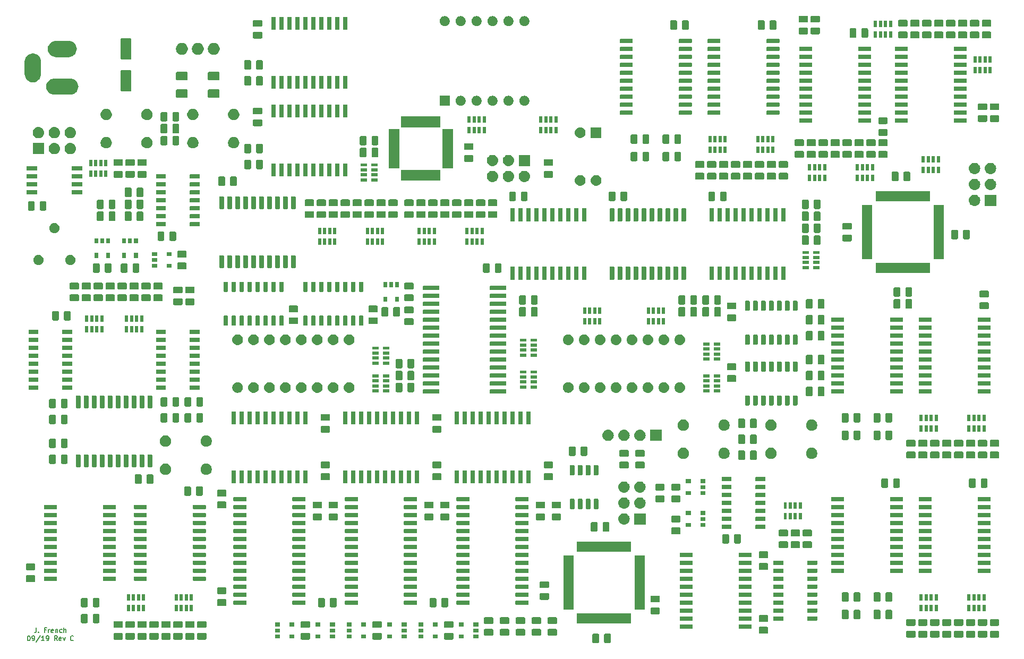
<source format=gts>
G04 #@! TF.GenerationSoftware,KiCad,Pcbnew,5.1.4+dfsg1-1~bpo10+1*
G04 #@! TF.CreationDate,2019-09-20T11:34:30+08:00*
G04 #@! TF.ProjectId,8-Bit CPU,382d4269-7420-4435-9055-2e6b69636164,rev?*
G04 #@! TF.SameCoordinates,Original*
G04 #@! TF.FileFunction,Soldermask,Top*
G04 #@! TF.FilePolarity,Negative*
%FSLAX46Y46*%
G04 Gerber Fmt 4.6, Leading zero omitted, Abs format (unit mm)*
G04 Created by KiCad (PCBNEW 5.1.4+dfsg1-1~bpo10+1) date 2019-09-20 11:34:30*
%MOMM*%
%LPD*%
G04 APERTURE LIST*
%ADD10C,0.150000*%
%ADD11C,0.100000*%
G04 APERTURE END LIST*
D10*
X41547142Y-154511214D02*
X41547142Y-155055500D01*
X41510857Y-155164357D01*
X41438285Y-155236928D01*
X41329428Y-155273214D01*
X41256857Y-155273214D01*
X41910000Y-155200642D02*
X41946285Y-155236928D01*
X41910000Y-155273214D01*
X41873714Y-155236928D01*
X41910000Y-155200642D01*
X41910000Y-155273214D01*
X43107428Y-154874071D02*
X42853428Y-154874071D01*
X42853428Y-155273214D02*
X42853428Y-154511214D01*
X43216285Y-154511214D01*
X43506571Y-155273214D02*
X43506571Y-154765214D01*
X43506571Y-154910357D02*
X43542857Y-154837785D01*
X43579142Y-154801500D01*
X43651714Y-154765214D01*
X43724285Y-154765214D01*
X44268571Y-155236928D02*
X44196000Y-155273214D01*
X44050857Y-155273214D01*
X43978285Y-155236928D01*
X43942000Y-155164357D01*
X43942000Y-154874071D01*
X43978285Y-154801500D01*
X44050857Y-154765214D01*
X44196000Y-154765214D01*
X44268571Y-154801500D01*
X44304857Y-154874071D01*
X44304857Y-154946642D01*
X43942000Y-155019214D01*
X44631428Y-154765214D02*
X44631428Y-155273214D01*
X44631428Y-154837785D02*
X44667714Y-154801500D01*
X44740285Y-154765214D01*
X44849142Y-154765214D01*
X44921714Y-154801500D01*
X44958000Y-154874071D01*
X44958000Y-155273214D01*
X45647428Y-155236928D02*
X45574857Y-155273214D01*
X45429714Y-155273214D01*
X45357142Y-155236928D01*
X45320857Y-155200642D01*
X45284571Y-155128071D01*
X45284571Y-154910357D01*
X45320857Y-154837785D01*
X45357142Y-154801500D01*
X45429714Y-154765214D01*
X45574857Y-154765214D01*
X45647428Y-154801500D01*
X45974000Y-155273214D02*
X45974000Y-154511214D01*
X46300571Y-155273214D02*
X46300571Y-154874071D01*
X46264285Y-154801500D01*
X46191714Y-154765214D01*
X46082857Y-154765214D01*
X46010285Y-154801500D01*
X45974000Y-154837785D01*
X40331571Y-155804214D02*
X40404142Y-155804214D01*
X40476714Y-155840500D01*
X40513000Y-155876785D01*
X40549285Y-155949357D01*
X40585571Y-156094500D01*
X40585571Y-156275928D01*
X40549285Y-156421071D01*
X40513000Y-156493642D01*
X40476714Y-156529928D01*
X40404142Y-156566214D01*
X40331571Y-156566214D01*
X40259000Y-156529928D01*
X40222714Y-156493642D01*
X40186428Y-156421071D01*
X40150142Y-156275928D01*
X40150142Y-156094500D01*
X40186428Y-155949357D01*
X40222714Y-155876785D01*
X40259000Y-155840500D01*
X40331571Y-155804214D01*
X40948428Y-156566214D02*
X41093571Y-156566214D01*
X41166142Y-156529928D01*
X41202428Y-156493642D01*
X41275000Y-156384785D01*
X41311285Y-156239642D01*
X41311285Y-155949357D01*
X41275000Y-155876785D01*
X41238714Y-155840500D01*
X41166142Y-155804214D01*
X41021000Y-155804214D01*
X40948428Y-155840500D01*
X40912142Y-155876785D01*
X40875857Y-155949357D01*
X40875857Y-156130785D01*
X40912142Y-156203357D01*
X40948428Y-156239642D01*
X41021000Y-156275928D01*
X41166142Y-156275928D01*
X41238714Y-156239642D01*
X41275000Y-156203357D01*
X41311285Y-156130785D01*
X42182142Y-155767928D02*
X41529000Y-156747642D01*
X42835285Y-156566214D02*
X42399857Y-156566214D01*
X42617571Y-156566214D02*
X42617571Y-155804214D01*
X42545000Y-155913071D01*
X42472428Y-155985642D01*
X42399857Y-156021928D01*
X43198142Y-156566214D02*
X43343285Y-156566214D01*
X43415857Y-156529928D01*
X43452142Y-156493642D01*
X43524714Y-156384785D01*
X43561000Y-156239642D01*
X43561000Y-155949357D01*
X43524714Y-155876785D01*
X43488428Y-155840500D01*
X43415857Y-155804214D01*
X43270714Y-155804214D01*
X43198142Y-155840500D01*
X43161857Y-155876785D01*
X43125571Y-155949357D01*
X43125571Y-156130785D01*
X43161857Y-156203357D01*
X43198142Y-156239642D01*
X43270714Y-156275928D01*
X43415857Y-156275928D01*
X43488428Y-156239642D01*
X43524714Y-156203357D01*
X43561000Y-156130785D01*
X44903571Y-156566214D02*
X44649571Y-156203357D01*
X44468142Y-156566214D02*
X44468142Y-155804214D01*
X44758428Y-155804214D01*
X44831000Y-155840500D01*
X44867285Y-155876785D01*
X44903571Y-155949357D01*
X44903571Y-156058214D01*
X44867285Y-156130785D01*
X44831000Y-156167071D01*
X44758428Y-156203357D01*
X44468142Y-156203357D01*
X45520428Y-156529928D02*
X45447857Y-156566214D01*
X45302714Y-156566214D01*
X45230142Y-156529928D01*
X45193857Y-156457357D01*
X45193857Y-156167071D01*
X45230142Y-156094500D01*
X45302714Y-156058214D01*
X45447857Y-156058214D01*
X45520428Y-156094500D01*
X45556714Y-156167071D01*
X45556714Y-156239642D01*
X45193857Y-156312214D01*
X45810714Y-156058214D02*
X45992142Y-156566214D01*
X46173571Y-156058214D01*
X47479857Y-156493642D02*
X47443571Y-156529928D01*
X47334714Y-156566214D01*
X47262142Y-156566214D01*
X47153285Y-156529928D01*
X47080714Y-156457357D01*
X47044428Y-156384785D01*
X47008142Y-156239642D01*
X47008142Y-156130785D01*
X47044428Y-155985642D01*
X47080714Y-155913071D01*
X47153285Y-155840500D01*
X47262142Y-155804214D01*
X47334714Y-155804214D01*
X47443571Y-155840500D01*
X47479857Y-155876785D01*
D11*
G36*
X132989468Y-155448565D02*
G01*
X133028138Y-155460296D01*
X133063777Y-155479346D01*
X133095017Y-155504983D01*
X133120654Y-155536223D01*
X133139704Y-155571862D01*
X133151435Y-155610532D01*
X133156000Y-155656888D01*
X133156000Y-156733112D01*
X133151435Y-156779468D01*
X133139704Y-156818138D01*
X133120654Y-156853777D01*
X133095017Y-156885017D01*
X133063777Y-156910654D01*
X133028138Y-156929704D01*
X132989468Y-156941435D01*
X132943112Y-156946000D01*
X132291888Y-156946000D01*
X132245532Y-156941435D01*
X132206862Y-156929704D01*
X132171223Y-156910654D01*
X132139983Y-156885017D01*
X132114346Y-156853777D01*
X132095296Y-156818138D01*
X132083565Y-156779468D01*
X132079000Y-156733112D01*
X132079000Y-155656888D01*
X132083565Y-155610532D01*
X132095296Y-155571862D01*
X132114346Y-155536223D01*
X132139983Y-155504983D01*
X132171223Y-155479346D01*
X132206862Y-155460296D01*
X132245532Y-155448565D01*
X132291888Y-155444000D01*
X132943112Y-155444000D01*
X132989468Y-155448565D01*
X132989468Y-155448565D01*
G37*
G36*
X131114468Y-155448565D02*
G01*
X131153138Y-155460296D01*
X131188777Y-155479346D01*
X131220017Y-155504983D01*
X131245654Y-155536223D01*
X131264704Y-155571862D01*
X131276435Y-155610532D01*
X131281000Y-155656888D01*
X131281000Y-156733112D01*
X131276435Y-156779468D01*
X131264704Y-156818138D01*
X131245654Y-156853777D01*
X131220017Y-156885017D01*
X131188777Y-156910654D01*
X131153138Y-156929704D01*
X131114468Y-156941435D01*
X131068112Y-156946000D01*
X130416888Y-156946000D01*
X130370532Y-156941435D01*
X130331862Y-156929704D01*
X130296223Y-156910654D01*
X130264983Y-156885017D01*
X130239346Y-156853777D01*
X130220296Y-156818138D01*
X130208565Y-156779468D01*
X130204000Y-156733112D01*
X130204000Y-155656888D01*
X130208565Y-155610532D01*
X130220296Y-155571862D01*
X130239346Y-155536223D01*
X130264983Y-155504983D01*
X130296223Y-155479346D01*
X130331862Y-155460296D01*
X130370532Y-155448565D01*
X130416888Y-155444000D01*
X131068112Y-155444000D01*
X131114468Y-155448565D01*
X131114468Y-155448565D01*
G37*
G36*
X96469468Y-155343565D02*
G01*
X96508138Y-155355296D01*
X96543777Y-155374346D01*
X96575017Y-155399983D01*
X96600654Y-155431223D01*
X96619704Y-155466862D01*
X96631435Y-155505532D01*
X96636000Y-155551888D01*
X96636000Y-156203112D01*
X96631435Y-156249468D01*
X96619704Y-156288138D01*
X96600654Y-156323777D01*
X96575017Y-156355017D01*
X96543777Y-156380654D01*
X96508138Y-156399704D01*
X96469468Y-156411435D01*
X96423112Y-156416000D01*
X95346888Y-156416000D01*
X95300532Y-156411435D01*
X95261862Y-156399704D01*
X95226223Y-156380654D01*
X95194983Y-156355017D01*
X95169346Y-156323777D01*
X95150296Y-156288138D01*
X95138565Y-156249468D01*
X95134000Y-156203112D01*
X95134000Y-155551888D01*
X95138565Y-155505532D01*
X95150296Y-155466862D01*
X95169346Y-155431223D01*
X95194983Y-155399983D01*
X95226223Y-155374346D01*
X95261862Y-155355296D01*
X95300532Y-155343565D01*
X95346888Y-155339000D01*
X96423112Y-155339000D01*
X96469468Y-155343565D01*
X96469468Y-155343565D01*
G37*
G36*
X68529468Y-155343565D02*
G01*
X68568138Y-155355296D01*
X68603777Y-155374346D01*
X68635017Y-155399983D01*
X68660654Y-155431223D01*
X68679704Y-155466862D01*
X68691435Y-155505532D01*
X68696000Y-155551888D01*
X68696000Y-156203112D01*
X68691435Y-156249468D01*
X68679704Y-156288138D01*
X68660654Y-156323777D01*
X68635017Y-156355017D01*
X68603777Y-156380654D01*
X68568138Y-156399704D01*
X68529468Y-156411435D01*
X68483112Y-156416000D01*
X67406888Y-156416000D01*
X67360532Y-156411435D01*
X67321862Y-156399704D01*
X67286223Y-156380654D01*
X67254983Y-156355017D01*
X67229346Y-156323777D01*
X67210296Y-156288138D01*
X67198565Y-156249468D01*
X67194000Y-156203112D01*
X67194000Y-155551888D01*
X67198565Y-155505532D01*
X67210296Y-155466862D01*
X67229346Y-155431223D01*
X67254983Y-155399983D01*
X67286223Y-155374346D01*
X67321862Y-155355296D01*
X67360532Y-155343565D01*
X67406888Y-155339000D01*
X68483112Y-155339000D01*
X68529468Y-155343565D01*
X68529468Y-155343565D01*
G37*
G36*
X55194468Y-155343565D02*
G01*
X55233138Y-155355296D01*
X55268777Y-155374346D01*
X55300017Y-155399983D01*
X55325654Y-155431223D01*
X55344704Y-155466862D01*
X55356435Y-155505532D01*
X55361000Y-155551888D01*
X55361000Y-156203112D01*
X55356435Y-156249468D01*
X55344704Y-156288138D01*
X55325654Y-156323777D01*
X55300017Y-156355017D01*
X55268777Y-156380654D01*
X55233138Y-156399704D01*
X55194468Y-156411435D01*
X55148112Y-156416000D01*
X54071888Y-156416000D01*
X54025532Y-156411435D01*
X53986862Y-156399704D01*
X53951223Y-156380654D01*
X53919983Y-156355017D01*
X53894346Y-156323777D01*
X53875296Y-156288138D01*
X53863565Y-156249468D01*
X53859000Y-156203112D01*
X53859000Y-155551888D01*
X53863565Y-155505532D01*
X53875296Y-155466862D01*
X53894346Y-155431223D01*
X53919983Y-155399983D01*
X53951223Y-155374346D01*
X53986862Y-155355296D01*
X54025532Y-155343565D01*
X54071888Y-155339000D01*
X55148112Y-155339000D01*
X55194468Y-155343565D01*
X55194468Y-155343565D01*
G37*
G36*
X57099468Y-155343565D02*
G01*
X57138138Y-155355296D01*
X57173777Y-155374346D01*
X57205017Y-155399983D01*
X57230654Y-155431223D01*
X57249704Y-155466862D01*
X57261435Y-155505532D01*
X57266000Y-155551888D01*
X57266000Y-156203112D01*
X57261435Y-156249468D01*
X57249704Y-156288138D01*
X57230654Y-156323777D01*
X57205017Y-156355017D01*
X57173777Y-156380654D01*
X57138138Y-156399704D01*
X57099468Y-156411435D01*
X57053112Y-156416000D01*
X55976888Y-156416000D01*
X55930532Y-156411435D01*
X55891862Y-156399704D01*
X55856223Y-156380654D01*
X55824983Y-156355017D01*
X55799346Y-156323777D01*
X55780296Y-156288138D01*
X55768565Y-156249468D01*
X55764000Y-156203112D01*
X55764000Y-155551888D01*
X55768565Y-155505532D01*
X55780296Y-155466862D01*
X55799346Y-155431223D01*
X55824983Y-155399983D01*
X55856223Y-155374346D01*
X55891862Y-155355296D01*
X55930532Y-155343565D01*
X55976888Y-155339000D01*
X57053112Y-155339000D01*
X57099468Y-155343565D01*
X57099468Y-155343565D01*
G37*
G36*
X59004468Y-155343565D02*
G01*
X59043138Y-155355296D01*
X59078777Y-155374346D01*
X59110017Y-155399983D01*
X59135654Y-155431223D01*
X59154704Y-155466862D01*
X59166435Y-155505532D01*
X59171000Y-155551888D01*
X59171000Y-156203112D01*
X59166435Y-156249468D01*
X59154704Y-156288138D01*
X59135654Y-156323777D01*
X59110017Y-156355017D01*
X59078777Y-156380654D01*
X59043138Y-156399704D01*
X59004468Y-156411435D01*
X58958112Y-156416000D01*
X57881888Y-156416000D01*
X57835532Y-156411435D01*
X57796862Y-156399704D01*
X57761223Y-156380654D01*
X57729983Y-156355017D01*
X57704346Y-156323777D01*
X57685296Y-156288138D01*
X57673565Y-156249468D01*
X57669000Y-156203112D01*
X57669000Y-155551888D01*
X57673565Y-155505532D01*
X57685296Y-155466862D01*
X57704346Y-155431223D01*
X57729983Y-155399983D01*
X57761223Y-155374346D01*
X57796862Y-155355296D01*
X57835532Y-155343565D01*
X57881888Y-155339000D01*
X58958112Y-155339000D01*
X59004468Y-155343565D01*
X59004468Y-155343565D01*
G37*
G36*
X60909468Y-155343565D02*
G01*
X60948138Y-155355296D01*
X60983777Y-155374346D01*
X61015017Y-155399983D01*
X61040654Y-155431223D01*
X61059704Y-155466862D01*
X61071435Y-155505532D01*
X61076000Y-155551888D01*
X61076000Y-156203112D01*
X61071435Y-156249468D01*
X61059704Y-156288138D01*
X61040654Y-156323777D01*
X61015017Y-156355017D01*
X60983777Y-156380654D01*
X60948138Y-156399704D01*
X60909468Y-156411435D01*
X60863112Y-156416000D01*
X59786888Y-156416000D01*
X59740532Y-156411435D01*
X59701862Y-156399704D01*
X59666223Y-156380654D01*
X59634983Y-156355017D01*
X59609346Y-156323777D01*
X59590296Y-156288138D01*
X59578565Y-156249468D01*
X59574000Y-156203112D01*
X59574000Y-155551888D01*
X59578565Y-155505532D01*
X59590296Y-155466862D01*
X59609346Y-155431223D01*
X59634983Y-155399983D01*
X59666223Y-155374346D01*
X59701862Y-155355296D01*
X59740532Y-155343565D01*
X59786888Y-155339000D01*
X60863112Y-155339000D01*
X60909468Y-155343565D01*
X60909468Y-155343565D01*
G37*
G36*
X62814468Y-155343565D02*
G01*
X62853138Y-155355296D01*
X62888777Y-155374346D01*
X62920017Y-155399983D01*
X62945654Y-155431223D01*
X62964704Y-155466862D01*
X62976435Y-155505532D01*
X62981000Y-155551888D01*
X62981000Y-156203112D01*
X62976435Y-156249468D01*
X62964704Y-156288138D01*
X62945654Y-156323777D01*
X62920017Y-156355017D01*
X62888777Y-156380654D01*
X62853138Y-156399704D01*
X62814468Y-156411435D01*
X62768112Y-156416000D01*
X61691888Y-156416000D01*
X61645532Y-156411435D01*
X61606862Y-156399704D01*
X61571223Y-156380654D01*
X61539983Y-156355017D01*
X61514346Y-156323777D01*
X61495296Y-156288138D01*
X61483565Y-156249468D01*
X61479000Y-156203112D01*
X61479000Y-155551888D01*
X61483565Y-155505532D01*
X61495296Y-155466862D01*
X61514346Y-155431223D01*
X61539983Y-155399983D01*
X61571223Y-155374346D01*
X61606862Y-155355296D01*
X61645532Y-155343565D01*
X61691888Y-155339000D01*
X62768112Y-155339000D01*
X62814468Y-155343565D01*
X62814468Y-155343565D01*
G37*
G36*
X64719468Y-155343565D02*
G01*
X64758138Y-155355296D01*
X64793777Y-155374346D01*
X64825017Y-155399983D01*
X64850654Y-155431223D01*
X64869704Y-155466862D01*
X64881435Y-155505532D01*
X64886000Y-155551888D01*
X64886000Y-156203112D01*
X64881435Y-156249468D01*
X64869704Y-156288138D01*
X64850654Y-156323777D01*
X64825017Y-156355017D01*
X64793777Y-156380654D01*
X64758138Y-156399704D01*
X64719468Y-156411435D01*
X64673112Y-156416000D01*
X63596888Y-156416000D01*
X63550532Y-156411435D01*
X63511862Y-156399704D01*
X63476223Y-156380654D01*
X63444983Y-156355017D01*
X63419346Y-156323777D01*
X63400296Y-156288138D01*
X63388565Y-156249468D01*
X63384000Y-156203112D01*
X63384000Y-155551888D01*
X63388565Y-155505532D01*
X63400296Y-155466862D01*
X63419346Y-155431223D01*
X63444983Y-155399983D01*
X63476223Y-155374346D01*
X63511862Y-155355296D01*
X63550532Y-155343565D01*
X63596888Y-155339000D01*
X64673112Y-155339000D01*
X64719468Y-155343565D01*
X64719468Y-155343565D01*
G37*
G36*
X66624468Y-155343565D02*
G01*
X66663138Y-155355296D01*
X66698777Y-155374346D01*
X66730017Y-155399983D01*
X66755654Y-155431223D01*
X66774704Y-155466862D01*
X66786435Y-155505532D01*
X66791000Y-155551888D01*
X66791000Y-156203112D01*
X66786435Y-156249468D01*
X66774704Y-156288138D01*
X66755654Y-156323777D01*
X66730017Y-156355017D01*
X66698777Y-156380654D01*
X66663138Y-156399704D01*
X66624468Y-156411435D01*
X66578112Y-156416000D01*
X65501888Y-156416000D01*
X65455532Y-156411435D01*
X65416862Y-156399704D01*
X65381223Y-156380654D01*
X65349983Y-156355017D01*
X65324346Y-156323777D01*
X65305296Y-156288138D01*
X65293565Y-156249468D01*
X65289000Y-156203112D01*
X65289000Y-155551888D01*
X65293565Y-155505532D01*
X65305296Y-155466862D01*
X65324346Y-155431223D01*
X65349983Y-155399983D01*
X65381223Y-155374346D01*
X65416862Y-155355296D01*
X65455532Y-155343565D01*
X65501888Y-155339000D01*
X66578112Y-155339000D01*
X66624468Y-155343565D01*
X66624468Y-155343565D01*
G37*
G36*
X107899468Y-155343565D02*
G01*
X107938138Y-155355296D01*
X107973777Y-155374346D01*
X108005017Y-155399983D01*
X108030654Y-155431223D01*
X108049704Y-155466862D01*
X108061435Y-155505532D01*
X108066000Y-155551888D01*
X108066000Y-156203112D01*
X108061435Y-156249468D01*
X108049704Y-156288138D01*
X108030654Y-156323777D01*
X108005017Y-156355017D01*
X107973777Y-156380654D01*
X107938138Y-156399704D01*
X107899468Y-156411435D01*
X107853112Y-156416000D01*
X106776888Y-156416000D01*
X106730532Y-156411435D01*
X106691862Y-156399704D01*
X106656223Y-156380654D01*
X106624983Y-156355017D01*
X106599346Y-156323777D01*
X106580296Y-156288138D01*
X106568565Y-156249468D01*
X106564000Y-156203112D01*
X106564000Y-155551888D01*
X106568565Y-155505532D01*
X106580296Y-155466862D01*
X106599346Y-155431223D01*
X106624983Y-155399983D01*
X106656223Y-155374346D01*
X106691862Y-155355296D01*
X106730532Y-155343565D01*
X106776888Y-155339000D01*
X107853112Y-155339000D01*
X107899468Y-155343565D01*
X107899468Y-155343565D01*
G37*
G36*
X85039468Y-155343565D02*
G01*
X85078138Y-155355296D01*
X85113777Y-155374346D01*
X85145017Y-155399983D01*
X85170654Y-155431223D01*
X85189704Y-155466862D01*
X85201435Y-155505532D01*
X85206000Y-155551888D01*
X85206000Y-156203112D01*
X85201435Y-156249468D01*
X85189704Y-156288138D01*
X85170654Y-156323777D01*
X85145017Y-156355017D01*
X85113777Y-156380654D01*
X85078138Y-156399704D01*
X85039468Y-156411435D01*
X84993112Y-156416000D01*
X83916888Y-156416000D01*
X83870532Y-156411435D01*
X83831862Y-156399704D01*
X83796223Y-156380654D01*
X83764983Y-156355017D01*
X83739346Y-156323777D01*
X83720296Y-156288138D01*
X83708565Y-156249468D01*
X83704000Y-156203112D01*
X83704000Y-155551888D01*
X83708565Y-155505532D01*
X83720296Y-155466862D01*
X83739346Y-155431223D01*
X83764983Y-155399983D01*
X83796223Y-155374346D01*
X83831862Y-155355296D01*
X83870532Y-155343565D01*
X83916888Y-155339000D01*
X84993112Y-155339000D01*
X85039468Y-155343565D01*
X85039468Y-155343565D01*
G37*
G36*
X94151001Y-156196000D02*
G01*
X93349001Y-156196000D01*
X93349001Y-155584000D01*
X94151001Y-155584000D01*
X94151001Y-156196000D01*
X94151001Y-156196000D01*
G37*
G36*
X109731000Y-156196000D02*
G01*
X108929000Y-156196000D01*
X108929000Y-155584000D01*
X109731000Y-155584000D01*
X109731000Y-156196000D01*
X109731000Y-156196000D01*
G37*
G36*
X103261001Y-156196000D02*
G01*
X102459001Y-156196000D01*
X102459001Y-155584000D01*
X103261001Y-155584000D01*
X103261001Y-156196000D01*
X103261001Y-156196000D01*
G37*
G36*
X105581001Y-156196000D02*
G01*
X104779001Y-156196000D01*
X104779001Y-155584000D01*
X105581001Y-155584000D01*
X105581001Y-156196000D01*
X105581001Y-156196000D01*
G37*
G36*
X89191000Y-156196000D02*
G01*
X88389000Y-156196000D01*
X88389000Y-155584000D01*
X89191000Y-155584000D01*
X89191000Y-156196000D01*
X89191000Y-156196000D01*
G37*
G36*
X86871000Y-156196000D02*
G01*
X86069000Y-156196000D01*
X86069000Y-155584000D01*
X86871000Y-155584000D01*
X86871000Y-156196000D01*
X86871000Y-156196000D01*
G37*
G36*
X91831001Y-156196000D02*
G01*
X91029001Y-156196000D01*
X91029001Y-155584000D01*
X91831001Y-155584000D01*
X91831001Y-156196000D01*
X91831001Y-156196000D01*
G37*
G36*
X80401001Y-156196000D02*
G01*
X79599001Y-156196000D01*
X79599001Y-155584000D01*
X80401001Y-155584000D01*
X80401001Y-156196000D01*
X80401001Y-156196000D01*
G37*
G36*
X98301000Y-156196000D02*
G01*
X97499000Y-156196000D01*
X97499000Y-155584000D01*
X98301000Y-155584000D01*
X98301000Y-156196000D01*
X98301000Y-156196000D01*
G37*
G36*
X100621000Y-156196000D02*
G01*
X99819000Y-156196000D01*
X99819000Y-155584000D01*
X100621000Y-155584000D01*
X100621000Y-156196000D01*
X100621000Y-156196000D01*
G37*
G36*
X112051000Y-156196000D02*
G01*
X111249000Y-156196000D01*
X111249000Y-155584000D01*
X112051000Y-155584000D01*
X112051000Y-156196000D01*
X112051000Y-156196000D01*
G37*
G36*
X82721001Y-156196000D02*
G01*
X81919001Y-156196000D01*
X81919001Y-155584000D01*
X82721001Y-155584000D01*
X82721001Y-156196000D01*
X82721001Y-156196000D01*
G37*
G36*
X183464468Y-155011065D02*
G01*
X183503138Y-155022796D01*
X183538777Y-155041846D01*
X183570017Y-155067483D01*
X183595654Y-155098723D01*
X183614704Y-155134362D01*
X183626435Y-155173032D01*
X183631000Y-155219388D01*
X183631000Y-155870612D01*
X183626435Y-155916968D01*
X183614704Y-155955638D01*
X183595654Y-155991277D01*
X183570017Y-156022517D01*
X183538777Y-156048154D01*
X183503138Y-156067204D01*
X183464468Y-156078935D01*
X183418112Y-156083500D01*
X182341888Y-156083500D01*
X182295532Y-156078935D01*
X182256862Y-156067204D01*
X182221223Y-156048154D01*
X182189983Y-156022517D01*
X182164346Y-155991277D01*
X182145296Y-155955638D01*
X182133565Y-155916968D01*
X182129000Y-155870612D01*
X182129000Y-155219388D01*
X182133565Y-155173032D01*
X182145296Y-155134362D01*
X182164346Y-155098723D01*
X182189983Y-155067483D01*
X182221223Y-155041846D01*
X182256862Y-155022796D01*
X182295532Y-155011065D01*
X182341888Y-155006500D01*
X183418112Y-155006500D01*
X183464468Y-155011065D01*
X183464468Y-155011065D01*
G37*
G36*
X189179468Y-155011065D02*
G01*
X189218138Y-155022796D01*
X189253777Y-155041846D01*
X189285017Y-155067483D01*
X189310654Y-155098723D01*
X189329704Y-155134362D01*
X189341435Y-155173032D01*
X189346000Y-155219388D01*
X189346000Y-155870612D01*
X189341435Y-155916968D01*
X189329704Y-155955638D01*
X189310654Y-155991277D01*
X189285017Y-156022517D01*
X189253777Y-156048154D01*
X189218138Y-156067204D01*
X189179468Y-156078935D01*
X189133112Y-156083500D01*
X188056888Y-156083500D01*
X188010532Y-156078935D01*
X187971862Y-156067204D01*
X187936223Y-156048154D01*
X187904983Y-156022517D01*
X187879346Y-155991277D01*
X187860296Y-155955638D01*
X187848565Y-155916968D01*
X187844000Y-155870612D01*
X187844000Y-155219388D01*
X187848565Y-155173032D01*
X187860296Y-155134362D01*
X187879346Y-155098723D01*
X187904983Y-155067483D01*
X187936223Y-155041846D01*
X187971862Y-155022796D01*
X188010532Y-155011065D01*
X188056888Y-155006500D01*
X189133112Y-155006500D01*
X189179468Y-155011065D01*
X189179468Y-155011065D01*
G37*
G36*
X191084468Y-155011065D02*
G01*
X191123138Y-155022796D01*
X191158777Y-155041846D01*
X191190017Y-155067483D01*
X191215654Y-155098723D01*
X191234704Y-155134362D01*
X191246435Y-155173032D01*
X191251000Y-155219388D01*
X191251000Y-155870612D01*
X191246435Y-155916968D01*
X191234704Y-155955638D01*
X191215654Y-155991277D01*
X191190017Y-156022517D01*
X191158777Y-156048154D01*
X191123138Y-156067204D01*
X191084468Y-156078935D01*
X191038112Y-156083500D01*
X189961888Y-156083500D01*
X189915532Y-156078935D01*
X189876862Y-156067204D01*
X189841223Y-156048154D01*
X189809983Y-156022517D01*
X189784346Y-155991277D01*
X189765296Y-155955638D01*
X189753565Y-155916968D01*
X189749000Y-155870612D01*
X189749000Y-155219388D01*
X189753565Y-155173032D01*
X189765296Y-155134362D01*
X189784346Y-155098723D01*
X189809983Y-155067483D01*
X189841223Y-155041846D01*
X189876862Y-155022796D01*
X189915532Y-155011065D01*
X189961888Y-155006500D01*
X191038112Y-155006500D01*
X191084468Y-155011065D01*
X191084468Y-155011065D01*
G37*
G36*
X192989468Y-155011065D02*
G01*
X193028138Y-155022796D01*
X193063777Y-155041846D01*
X193095017Y-155067483D01*
X193120654Y-155098723D01*
X193139704Y-155134362D01*
X193151435Y-155173032D01*
X193156000Y-155219388D01*
X193156000Y-155870612D01*
X193151435Y-155916968D01*
X193139704Y-155955638D01*
X193120654Y-155991277D01*
X193095017Y-156022517D01*
X193063777Y-156048154D01*
X193028138Y-156067204D01*
X192989468Y-156078935D01*
X192943112Y-156083500D01*
X191866888Y-156083500D01*
X191820532Y-156078935D01*
X191781862Y-156067204D01*
X191746223Y-156048154D01*
X191714983Y-156022517D01*
X191689346Y-155991277D01*
X191670296Y-155955638D01*
X191658565Y-155916968D01*
X191654000Y-155870612D01*
X191654000Y-155219388D01*
X191658565Y-155173032D01*
X191670296Y-155134362D01*
X191689346Y-155098723D01*
X191714983Y-155067483D01*
X191746223Y-155041846D01*
X191781862Y-155022796D01*
X191820532Y-155011065D01*
X191866888Y-155006500D01*
X192943112Y-155006500D01*
X192989468Y-155011065D01*
X192989468Y-155011065D01*
G37*
G36*
X185369468Y-155011065D02*
G01*
X185408138Y-155022796D01*
X185443777Y-155041846D01*
X185475017Y-155067483D01*
X185500654Y-155098723D01*
X185519704Y-155134362D01*
X185531435Y-155173032D01*
X185536000Y-155219388D01*
X185536000Y-155870612D01*
X185531435Y-155916968D01*
X185519704Y-155955638D01*
X185500654Y-155991277D01*
X185475017Y-156022517D01*
X185443777Y-156048154D01*
X185408138Y-156067204D01*
X185369468Y-156078935D01*
X185323112Y-156083500D01*
X184246888Y-156083500D01*
X184200532Y-156078935D01*
X184161862Y-156067204D01*
X184126223Y-156048154D01*
X184094983Y-156022517D01*
X184069346Y-155991277D01*
X184050296Y-155955638D01*
X184038565Y-155916968D01*
X184034000Y-155870612D01*
X184034000Y-155219388D01*
X184038565Y-155173032D01*
X184050296Y-155134362D01*
X184069346Y-155098723D01*
X184094983Y-155067483D01*
X184126223Y-155041846D01*
X184161862Y-155022796D01*
X184200532Y-155011065D01*
X184246888Y-155006500D01*
X185323112Y-155006500D01*
X185369468Y-155011065D01*
X185369468Y-155011065D01*
G37*
G36*
X187274468Y-155011065D02*
G01*
X187313138Y-155022796D01*
X187348777Y-155041846D01*
X187380017Y-155067483D01*
X187405654Y-155098723D01*
X187424704Y-155134362D01*
X187436435Y-155173032D01*
X187441000Y-155219388D01*
X187441000Y-155870612D01*
X187436435Y-155916968D01*
X187424704Y-155955638D01*
X187405654Y-155991277D01*
X187380017Y-156022517D01*
X187348777Y-156048154D01*
X187313138Y-156067204D01*
X187274468Y-156078935D01*
X187228112Y-156083500D01*
X186151888Y-156083500D01*
X186105532Y-156078935D01*
X186066862Y-156067204D01*
X186031223Y-156048154D01*
X185999983Y-156022517D01*
X185974346Y-155991277D01*
X185955296Y-155955638D01*
X185943565Y-155916968D01*
X185939000Y-155870612D01*
X185939000Y-155219388D01*
X185943565Y-155173032D01*
X185955296Y-155134362D01*
X185974346Y-155098723D01*
X185999983Y-155067483D01*
X186031223Y-155041846D01*
X186066862Y-155022796D01*
X186105532Y-155011065D01*
X186151888Y-155006500D01*
X187228112Y-155006500D01*
X187274468Y-155011065D01*
X187274468Y-155011065D01*
G37*
G36*
X181559468Y-155011065D02*
G01*
X181598138Y-155022796D01*
X181633777Y-155041846D01*
X181665017Y-155067483D01*
X181690654Y-155098723D01*
X181709704Y-155134362D01*
X181721435Y-155173032D01*
X181726000Y-155219388D01*
X181726000Y-155870612D01*
X181721435Y-155916968D01*
X181709704Y-155955638D01*
X181690654Y-155991277D01*
X181665017Y-156022517D01*
X181633777Y-156048154D01*
X181598138Y-156067204D01*
X181559468Y-156078935D01*
X181513112Y-156083500D01*
X180436888Y-156083500D01*
X180390532Y-156078935D01*
X180351862Y-156067204D01*
X180316223Y-156048154D01*
X180284983Y-156022517D01*
X180259346Y-155991277D01*
X180240296Y-155955638D01*
X180228565Y-155916968D01*
X180224000Y-155870612D01*
X180224000Y-155219388D01*
X180228565Y-155173032D01*
X180240296Y-155134362D01*
X180259346Y-155098723D01*
X180284983Y-155067483D01*
X180316223Y-155041846D01*
X180351862Y-155022796D01*
X180390532Y-155011065D01*
X180436888Y-155006500D01*
X181513112Y-155006500D01*
X181559468Y-155011065D01*
X181559468Y-155011065D01*
G37*
G36*
X194894468Y-155011065D02*
G01*
X194933138Y-155022796D01*
X194968777Y-155041846D01*
X195000017Y-155067483D01*
X195025654Y-155098723D01*
X195044704Y-155134362D01*
X195056435Y-155173032D01*
X195061000Y-155219388D01*
X195061000Y-155870612D01*
X195056435Y-155916968D01*
X195044704Y-155955638D01*
X195025654Y-155991277D01*
X195000017Y-156022517D01*
X194968777Y-156048154D01*
X194933138Y-156067204D01*
X194894468Y-156078935D01*
X194848112Y-156083500D01*
X193771888Y-156083500D01*
X193725532Y-156078935D01*
X193686862Y-156067204D01*
X193651223Y-156048154D01*
X193619983Y-156022517D01*
X193594346Y-155991277D01*
X193575296Y-155955638D01*
X193563565Y-155916968D01*
X193559000Y-155870612D01*
X193559000Y-155219388D01*
X193563565Y-155173032D01*
X193575296Y-155134362D01*
X193594346Y-155098723D01*
X193619983Y-155067483D01*
X193651223Y-155041846D01*
X193686862Y-155022796D01*
X193725532Y-155011065D01*
X193771888Y-155006500D01*
X194848112Y-155006500D01*
X194894468Y-155011065D01*
X194894468Y-155011065D01*
G37*
G36*
X124409468Y-154708565D02*
G01*
X124448138Y-154720296D01*
X124483777Y-154739346D01*
X124515017Y-154764983D01*
X124540654Y-154796223D01*
X124559704Y-154831862D01*
X124571435Y-154870532D01*
X124576000Y-154916888D01*
X124576000Y-155568112D01*
X124571435Y-155614468D01*
X124559704Y-155653138D01*
X124540654Y-155688777D01*
X124515017Y-155720017D01*
X124483777Y-155745654D01*
X124448138Y-155764704D01*
X124409468Y-155776435D01*
X124363112Y-155781000D01*
X123286888Y-155781000D01*
X123240532Y-155776435D01*
X123201862Y-155764704D01*
X123166223Y-155745654D01*
X123134983Y-155720017D01*
X123109346Y-155688777D01*
X123090296Y-155653138D01*
X123078565Y-155614468D01*
X123074000Y-155568112D01*
X123074000Y-154916888D01*
X123078565Y-154870532D01*
X123090296Y-154831862D01*
X123109346Y-154796223D01*
X123134983Y-154764983D01*
X123166223Y-154739346D01*
X123201862Y-154720296D01*
X123240532Y-154708565D01*
X123286888Y-154704000D01*
X124363112Y-154704000D01*
X124409468Y-154708565D01*
X124409468Y-154708565D01*
G37*
G36*
X114249468Y-154708565D02*
G01*
X114288138Y-154720296D01*
X114323777Y-154739346D01*
X114355017Y-154764983D01*
X114380654Y-154796223D01*
X114399704Y-154831862D01*
X114411435Y-154870532D01*
X114416000Y-154916888D01*
X114416000Y-155568112D01*
X114411435Y-155614468D01*
X114399704Y-155653138D01*
X114380654Y-155688777D01*
X114355017Y-155720017D01*
X114323777Y-155745654D01*
X114288138Y-155764704D01*
X114249468Y-155776435D01*
X114203112Y-155781000D01*
X113126888Y-155781000D01*
X113080532Y-155776435D01*
X113041862Y-155764704D01*
X113006223Y-155745654D01*
X112974983Y-155720017D01*
X112949346Y-155688777D01*
X112930296Y-155653138D01*
X112918565Y-155614468D01*
X112914000Y-155568112D01*
X112914000Y-154916888D01*
X112918565Y-154870532D01*
X112930296Y-154831862D01*
X112949346Y-154796223D01*
X112974983Y-154764983D01*
X113006223Y-154739346D01*
X113041862Y-154720296D01*
X113080532Y-154708565D01*
X113126888Y-154704000D01*
X114203112Y-154704000D01*
X114249468Y-154708565D01*
X114249468Y-154708565D01*
G37*
G36*
X116789468Y-154708565D02*
G01*
X116828138Y-154720296D01*
X116863777Y-154739346D01*
X116895017Y-154764983D01*
X116920654Y-154796223D01*
X116939704Y-154831862D01*
X116951435Y-154870532D01*
X116956000Y-154916888D01*
X116956000Y-155568112D01*
X116951435Y-155614468D01*
X116939704Y-155653138D01*
X116920654Y-155688777D01*
X116895017Y-155720017D01*
X116863777Y-155745654D01*
X116828138Y-155764704D01*
X116789468Y-155776435D01*
X116743112Y-155781000D01*
X115666888Y-155781000D01*
X115620532Y-155776435D01*
X115581862Y-155764704D01*
X115546223Y-155745654D01*
X115514983Y-155720017D01*
X115489346Y-155688777D01*
X115470296Y-155653138D01*
X115458565Y-155614468D01*
X115454000Y-155568112D01*
X115454000Y-154916888D01*
X115458565Y-154870532D01*
X115470296Y-154831862D01*
X115489346Y-154796223D01*
X115514983Y-154764983D01*
X115546223Y-154739346D01*
X115581862Y-154720296D01*
X115620532Y-154708565D01*
X115666888Y-154704000D01*
X116743112Y-154704000D01*
X116789468Y-154708565D01*
X116789468Y-154708565D01*
G37*
G36*
X119329468Y-154708565D02*
G01*
X119368138Y-154720296D01*
X119403777Y-154739346D01*
X119435017Y-154764983D01*
X119460654Y-154796223D01*
X119479704Y-154831862D01*
X119491435Y-154870532D01*
X119496000Y-154916888D01*
X119496000Y-155568112D01*
X119491435Y-155614468D01*
X119479704Y-155653138D01*
X119460654Y-155688777D01*
X119435017Y-155720017D01*
X119403777Y-155745654D01*
X119368138Y-155764704D01*
X119329468Y-155776435D01*
X119283112Y-155781000D01*
X118206888Y-155781000D01*
X118160532Y-155776435D01*
X118121862Y-155764704D01*
X118086223Y-155745654D01*
X118054983Y-155720017D01*
X118029346Y-155688777D01*
X118010296Y-155653138D01*
X117998565Y-155614468D01*
X117994000Y-155568112D01*
X117994000Y-154916888D01*
X117998565Y-154870532D01*
X118010296Y-154831862D01*
X118029346Y-154796223D01*
X118054983Y-154764983D01*
X118086223Y-154739346D01*
X118121862Y-154720296D01*
X118160532Y-154708565D01*
X118206888Y-154704000D01*
X119283112Y-154704000D01*
X119329468Y-154708565D01*
X119329468Y-154708565D01*
G37*
G36*
X121869468Y-154708565D02*
G01*
X121908138Y-154720296D01*
X121943777Y-154739346D01*
X121975017Y-154764983D01*
X122000654Y-154796223D01*
X122019704Y-154831862D01*
X122031435Y-154870532D01*
X122036000Y-154916888D01*
X122036000Y-155568112D01*
X122031435Y-155614468D01*
X122019704Y-155653138D01*
X122000654Y-155688777D01*
X121975017Y-155720017D01*
X121943777Y-155745654D01*
X121908138Y-155764704D01*
X121869468Y-155776435D01*
X121823112Y-155781000D01*
X120746888Y-155781000D01*
X120700532Y-155776435D01*
X120661862Y-155764704D01*
X120626223Y-155745654D01*
X120594983Y-155720017D01*
X120569346Y-155688777D01*
X120550296Y-155653138D01*
X120538565Y-155614468D01*
X120534000Y-155568112D01*
X120534000Y-154916888D01*
X120538565Y-154870532D01*
X120550296Y-154831862D01*
X120569346Y-154796223D01*
X120594983Y-154764983D01*
X120626223Y-154739346D01*
X120661862Y-154720296D01*
X120700532Y-154708565D01*
X120746888Y-154704000D01*
X121823112Y-154704000D01*
X121869468Y-154708565D01*
X121869468Y-154708565D01*
G37*
G36*
X158064468Y-154376065D02*
G01*
X158103138Y-154387796D01*
X158138777Y-154406846D01*
X158170017Y-154432483D01*
X158195654Y-154463723D01*
X158214704Y-154499362D01*
X158226435Y-154538032D01*
X158231000Y-154584388D01*
X158231000Y-155235612D01*
X158226435Y-155281968D01*
X158214704Y-155320638D01*
X158195654Y-155356277D01*
X158170017Y-155387517D01*
X158138777Y-155413154D01*
X158103138Y-155432204D01*
X158064468Y-155443935D01*
X158018112Y-155448500D01*
X156941888Y-155448500D01*
X156895532Y-155443935D01*
X156856862Y-155432204D01*
X156821223Y-155413154D01*
X156789983Y-155387517D01*
X156764346Y-155356277D01*
X156745296Y-155320638D01*
X156733565Y-155281968D01*
X156729000Y-155235612D01*
X156729000Y-154584388D01*
X156733565Y-154538032D01*
X156745296Y-154499362D01*
X156764346Y-154463723D01*
X156789983Y-154432483D01*
X156821223Y-154406846D01*
X156856862Y-154387796D01*
X156895532Y-154376065D01*
X156941888Y-154371500D01*
X158018112Y-154371500D01*
X158064468Y-154376065D01*
X158064468Y-154376065D01*
G37*
G36*
X112051000Y-155246000D02*
G01*
X111249000Y-155246000D01*
X111249000Y-154634000D01*
X112051000Y-154634000D01*
X112051000Y-155246000D01*
X112051000Y-155246000D01*
G37*
G36*
X100621000Y-155246000D02*
G01*
X99819000Y-155246000D01*
X99819000Y-154634000D01*
X100621000Y-154634000D01*
X100621000Y-155246000D01*
X100621000Y-155246000D01*
G37*
G36*
X80401001Y-155246000D02*
G01*
X79599001Y-155246000D01*
X79599001Y-154634000D01*
X80401001Y-154634000D01*
X80401001Y-155246000D01*
X80401001Y-155246000D01*
G37*
G36*
X89191000Y-155246000D02*
G01*
X88389000Y-155246000D01*
X88389000Y-154634000D01*
X89191000Y-154634000D01*
X89191000Y-155246000D01*
X89191000Y-155246000D01*
G37*
G36*
X103261001Y-155246000D02*
G01*
X102459001Y-155246000D01*
X102459001Y-154634000D01*
X103261001Y-154634000D01*
X103261001Y-155246000D01*
X103261001Y-155246000D01*
G37*
G36*
X91831001Y-155246000D02*
G01*
X91029001Y-155246000D01*
X91029001Y-154634000D01*
X91831001Y-154634000D01*
X91831001Y-155246000D01*
X91831001Y-155246000D01*
G37*
G36*
X146094928Y-153956764D02*
G01*
X146116009Y-153963160D01*
X146135445Y-153973548D01*
X146152476Y-153987524D01*
X146166452Y-154004555D01*
X146176840Y-154023991D01*
X146183236Y-154045072D01*
X146186000Y-154073140D01*
X146186000Y-154536860D01*
X146183236Y-154564928D01*
X146176840Y-154586009D01*
X146166452Y-154605445D01*
X146152476Y-154622476D01*
X146135445Y-154636452D01*
X146116009Y-154646840D01*
X146094928Y-154653236D01*
X146066860Y-154656000D01*
X144253140Y-154656000D01*
X144225072Y-154653236D01*
X144203991Y-154646840D01*
X144184555Y-154636452D01*
X144167524Y-154622476D01*
X144153548Y-154605445D01*
X144143160Y-154586009D01*
X144136764Y-154564928D01*
X144134000Y-154536860D01*
X144134000Y-154073140D01*
X144136764Y-154045072D01*
X144143160Y-154023991D01*
X144153548Y-154004555D01*
X144167524Y-153987524D01*
X144184555Y-153973548D01*
X144203991Y-153963160D01*
X144225072Y-153956764D01*
X144253140Y-153954000D01*
X146066860Y-153954000D01*
X146094928Y-153956764D01*
X146094928Y-153956764D01*
G37*
G36*
X155494928Y-153956764D02*
G01*
X155516009Y-153963160D01*
X155535445Y-153973548D01*
X155552476Y-153987524D01*
X155566452Y-154004555D01*
X155576840Y-154023991D01*
X155583236Y-154045072D01*
X155586000Y-154073140D01*
X155586000Y-154536860D01*
X155583236Y-154564928D01*
X155576840Y-154586009D01*
X155566452Y-154605445D01*
X155552476Y-154622476D01*
X155535445Y-154636452D01*
X155516009Y-154646840D01*
X155494928Y-154653236D01*
X155466860Y-154656000D01*
X153653140Y-154656000D01*
X153625072Y-154653236D01*
X153603991Y-154646840D01*
X153584555Y-154636452D01*
X153567524Y-154622476D01*
X153553548Y-154605445D01*
X153543160Y-154586009D01*
X153536764Y-154564928D01*
X153534000Y-154536860D01*
X153534000Y-154073140D01*
X153536764Y-154045072D01*
X153543160Y-154023991D01*
X153553548Y-154004555D01*
X153567524Y-153987524D01*
X153584555Y-153973548D01*
X153603991Y-153963160D01*
X153625072Y-153956764D01*
X153653140Y-153954000D01*
X155466860Y-153954000D01*
X155494928Y-153956764D01*
X155494928Y-153956764D01*
G37*
G36*
X62814468Y-153468565D02*
G01*
X62853138Y-153480296D01*
X62888777Y-153499346D01*
X62920017Y-153524983D01*
X62945654Y-153556223D01*
X62964704Y-153591862D01*
X62976435Y-153630532D01*
X62981000Y-153676888D01*
X62981000Y-154328112D01*
X62976435Y-154374468D01*
X62964704Y-154413138D01*
X62945654Y-154448777D01*
X62920017Y-154480017D01*
X62888777Y-154505654D01*
X62853138Y-154524704D01*
X62814468Y-154536435D01*
X62768112Y-154541000D01*
X61691888Y-154541000D01*
X61645532Y-154536435D01*
X61606862Y-154524704D01*
X61571223Y-154505654D01*
X61539983Y-154480017D01*
X61514346Y-154448777D01*
X61495296Y-154413138D01*
X61483565Y-154374468D01*
X61479000Y-154328112D01*
X61479000Y-153676888D01*
X61483565Y-153630532D01*
X61495296Y-153591862D01*
X61514346Y-153556223D01*
X61539983Y-153524983D01*
X61571223Y-153499346D01*
X61606862Y-153480296D01*
X61645532Y-153468565D01*
X61691888Y-153464000D01*
X62768112Y-153464000D01*
X62814468Y-153468565D01*
X62814468Y-153468565D01*
G37*
G36*
X66624468Y-153468565D02*
G01*
X66663138Y-153480296D01*
X66698777Y-153499346D01*
X66730017Y-153524983D01*
X66755654Y-153556223D01*
X66774704Y-153591862D01*
X66786435Y-153630532D01*
X66791000Y-153676888D01*
X66791000Y-154328112D01*
X66786435Y-154374468D01*
X66774704Y-154413138D01*
X66755654Y-154448777D01*
X66730017Y-154480017D01*
X66698777Y-154505654D01*
X66663138Y-154524704D01*
X66624468Y-154536435D01*
X66578112Y-154541000D01*
X65501888Y-154541000D01*
X65455532Y-154536435D01*
X65416862Y-154524704D01*
X65381223Y-154505654D01*
X65349983Y-154480017D01*
X65324346Y-154448777D01*
X65305296Y-154413138D01*
X65293565Y-154374468D01*
X65289000Y-154328112D01*
X65289000Y-153676888D01*
X65293565Y-153630532D01*
X65305296Y-153591862D01*
X65324346Y-153556223D01*
X65349983Y-153524983D01*
X65381223Y-153499346D01*
X65416862Y-153480296D01*
X65455532Y-153468565D01*
X65501888Y-153464000D01*
X66578112Y-153464000D01*
X66624468Y-153468565D01*
X66624468Y-153468565D01*
G37*
G36*
X107899468Y-153468565D02*
G01*
X107938138Y-153480296D01*
X107973777Y-153499346D01*
X108005017Y-153524983D01*
X108030654Y-153556223D01*
X108049704Y-153591862D01*
X108061435Y-153630532D01*
X108066000Y-153676888D01*
X108066000Y-154328112D01*
X108061435Y-154374468D01*
X108049704Y-154413138D01*
X108030654Y-154448777D01*
X108005017Y-154480017D01*
X107973777Y-154505654D01*
X107938138Y-154524704D01*
X107899468Y-154536435D01*
X107853112Y-154541000D01*
X106776888Y-154541000D01*
X106730532Y-154536435D01*
X106691862Y-154524704D01*
X106656223Y-154505654D01*
X106624983Y-154480017D01*
X106599346Y-154448777D01*
X106580296Y-154413138D01*
X106568565Y-154374468D01*
X106564000Y-154328112D01*
X106564000Y-153676888D01*
X106568565Y-153630532D01*
X106580296Y-153591862D01*
X106599346Y-153556223D01*
X106624983Y-153524983D01*
X106656223Y-153499346D01*
X106691862Y-153480296D01*
X106730532Y-153468565D01*
X106776888Y-153464000D01*
X107853112Y-153464000D01*
X107899468Y-153468565D01*
X107899468Y-153468565D01*
G37*
G36*
X60909468Y-153468565D02*
G01*
X60948138Y-153480296D01*
X60983777Y-153499346D01*
X61015017Y-153524983D01*
X61040654Y-153556223D01*
X61059704Y-153591862D01*
X61071435Y-153630532D01*
X61076000Y-153676888D01*
X61076000Y-154328112D01*
X61071435Y-154374468D01*
X61059704Y-154413138D01*
X61040654Y-154448777D01*
X61015017Y-154480017D01*
X60983777Y-154505654D01*
X60948138Y-154524704D01*
X60909468Y-154536435D01*
X60863112Y-154541000D01*
X59786888Y-154541000D01*
X59740532Y-154536435D01*
X59701862Y-154524704D01*
X59666223Y-154505654D01*
X59634983Y-154480017D01*
X59609346Y-154448777D01*
X59590296Y-154413138D01*
X59578565Y-154374468D01*
X59574000Y-154328112D01*
X59574000Y-153676888D01*
X59578565Y-153630532D01*
X59590296Y-153591862D01*
X59609346Y-153556223D01*
X59634983Y-153524983D01*
X59666223Y-153499346D01*
X59701862Y-153480296D01*
X59740532Y-153468565D01*
X59786888Y-153464000D01*
X60863112Y-153464000D01*
X60909468Y-153468565D01*
X60909468Y-153468565D01*
G37*
G36*
X85039468Y-153468565D02*
G01*
X85078138Y-153480296D01*
X85113777Y-153499346D01*
X85145017Y-153524983D01*
X85170654Y-153556223D01*
X85189704Y-153591862D01*
X85201435Y-153630532D01*
X85206000Y-153676888D01*
X85206000Y-154328112D01*
X85201435Y-154374468D01*
X85189704Y-154413138D01*
X85170654Y-154448777D01*
X85145017Y-154480017D01*
X85113777Y-154505654D01*
X85078138Y-154524704D01*
X85039468Y-154536435D01*
X84993112Y-154541000D01*
X83916888Y-154541000D01*
X83870532Y-154536435D01*
X83831862Y-154524704D01*
X83796223Y-154505654D01*
X83764983Y-154480017D01*
X83739346Y-154448777D01*
X83720296Y-154413138D01*
X83708565Y-154374468D01*
X83704000Y-154328112D01*
X83704000Y-153676888D01*
X83708565Y-153630532D01*
X83720296Y-153591862D01*
X83739346Y-153556223D01*
X83764983Y-153524983D01*
X83796223Y-153499346D01*
X83831862Y-153480296D01*
X83870532Y-153468565D01*
X83916888Y-153464000D01*
X84993112Y-153464000D01*
X85039468Y-153468565D01*
X85039468Y-153468565D01*
G37*
G36*
X57099468Y-153468565D02*
G01*
X57138138Y-153480296D01*
X57173777Y-153499346D01*
X57205017Y-153524983D01*
X57230654Y-153556223D01*
X57249704Y-153591862D01*
X57261435Y-153630532D01*
X57266000Y-153676888D01*
X57266000Y-154328112D01*
X57261435Y-154374468D01*
X57249704Y-154413138D01*
X57230654Y-154448777D01*
X57205017Y-154480017D01*
X57173777Y-154505654D01*
X57138138Y-154524704D01*
X57099468Y-154536435D01*
X57053112Y-154541000D01*
X55976888Y-154541000D01*
X55930532Y-154536435D01*
X55891862Y-154524704D01*
X55856223Y-154505654D01*
X55824983Y-154480017D01*
X55799346Y-154448777D01*
X55780296Y-154413138D01*
X55768565Y-154374468D01*
X55764000Y-154328112D01*
X55764000Y-153676888D01*
X55768565Y-153630532D01*
X55780296Y-153591862D01*
X55799346Y-153556223D01*
X55824983Y-153524983D01*
X55856223Y-153499346D01*
X55891862Y-153480296D01*
X55930532Y-153468565D01*
X55976888Y-153464000D01*
X57053112Y-153464000D01*
X57099468Y-153468565D01*
X57099468Y-153468565D01*
G37*
G36*
X59004468Y-153468565D02*
G01*
X59043138Y-153480296D01*
X59078777Y-153499346D01*
X59110017Y-153524983D01*
X59135654Y-153556223D01*
X59154704Y-153591862D01*
X59166435Y-153630532D01*
X59171000Y-153676888D01*
X59171000Y-154328112D01*
X59166435Y-154374468D01*
X59154704Y-154413138D01*
X59135654Y-154448777D01*
X59110017Y-154480017D01*
X59078777Y-154505654D01*
X59043138Y-154524704D01*
X59004468Y-154536435D01*
X58958112Y-154541000D01*
X57881888Y-154541000D01*
X57835532Y-154536435D01*
X57796862Y-154524704D01*
X57761223Y-154505654D01*
X57729983Y-154480017D01*
X57704346Y-154448777D01*
X57685296Y-154413138D01*
X57673565Y-154374468D01*
X57669000Y-154328112D01*
X57669000Y-153676888D01*
X57673565Y-153630532D01*
X57685296Y-153591862D01*
X57704346Y-153556223D01*
X57729983Y-153524983D01*
X57761223Y-153499346D01*
X57796862Y-153480296D01*
X57835532Y-153468565D01*
X57881888Y-153464000D01*
X58958112Y-153464000D01*
X59004468Y-153468565D01*
X59004468Y-153468565D01*
G37*
G36*
X96469468Y-153468565D02*
G01*
X96508138Y-153480296D01*
X96543777Y-153499346D01*
X96575017Y-153524983D01*
X96600654Y-153556223D01*
X96619704Y-153591862D01*
X96631435Y-153630532D01*
X96636000Y-153676888D01*
X96636000Y-154328112D01*
X96631435Y-154374468D01*
X96619704Y-154413138D01*
X96600654Y-154448777D01*
X96575017Y-154480017D01*
X96543777Y-154505654D01*
X96508138Y-154524704D01*
X96469468Y-154536435D01*
X96423112Y-154541000D01*
X95346888Y-154541000D01*
X95300532Y-154536435D01*
X95261862Y-154524704D01*
X95226223Y-154505654D01*
X95194983Y-154480017D01*
X95169346Y-154448777D01*
X95150296Y-154413138D01*
X95138565Y-154374468D01*
X95134000Y-154328112D01*
X95134000Y-153676888D01*
X95138565Y-153630532D01*
X95150296Y-153591862D01*
X95169346Y-153556223D01*
X95194983Y-153524983D01*
X95226223Y-153499346D01*
X95261862Y-153480296D01*
X95300532Y-153468565D01*
X95346888Y-153464000D01*
X96423112Y-153464000D01*
X96469468Y-153468565D01*
X96469468Y-153468565D01*
G37*
G36*
X68529468Y-153468565D02*
G01*
X68568138Y-153480296D01*
X68603777Y-153499346D01*
X68635017Y-153524983D01*
X68660654Y-153556223D01*
X68679704Y-153591862D01*
X68691435Y-153630532D01*
X68696000Y-153676888D01*
X68696000Y-154328112D01*
X68691435Y-154374468D01*
X68679704Y-154413138D01*
X68660654Y-154448777D01*
X68635017Y-154480017D01*
X68603777Y-154505654D01*
X68568138Y-154524704D01*
X68529468Y-154536435D01*
X68483112Y-154541000D01*
X67406888Y-154541000D01*
X67360532Y-154536435D01*
X67321862Y-154524704D01*
X67286223Y-154505654D01*
X67254983Y-154480017D01*
X67229346Y-154448777D01*
X67210296Y-154413138D01*
X67198565Y-154374468D01*
X67194000Y-154328112D01*
X67194000Y-153676888D01*
X67198565Y-153630532D01*
X67210296Y-153591862D01*
X67229346Y-153556223D01*
X67254983Y-153524983D01*
X67286223Y-153499346D01*
X67321862Y-153480296D01*
X67360532Y-153468565D01*
X67406888Y-153464000D01*
X68483112Y-153464000D01*
X68529468Y-153468565D01*
X68529468Y-153468565D01*
G37*
G36*
X55194468Y-153468565D02*
G01*
X55233138Y-153480296D01*
X55268777Y-153499346D01*
X55300017Y-153524983D01*
X55325654Y-153556223D01*
X55344704Y-153591862D01*
X55356435Y-153630532D01*
X55361000Y-153676888D01*
X55361000Y-154328112D01*
X55356435Y-154374468D01*
X55344704Y-154413138D01*
X55325654Y-154448777D01*
X55300017Y-154480017D01*
X55268777Y-154505654D01*
X55233138Y-154524704D01*
X55194468Y-154536435D01*
X55148112Y-154541000D01*
X54071888Y-154541000D01*
X54025532Y-154536435D01*
X53986862Y-154524704D01*
X53951223Y-154505654D01*
X53919983Y-154480017D01*
X53894346Y-154448777D01*
X53875296Y-154413138D01*
X53863565Y-154374468D01*
X53859000Y-154328112D01*
X53859000Y-153676888D01*
X53863565Y-153630532D01*
X53875296Y-153591862D01*
X53894346Y-153556223D01*
X53919983Y-153524983D01*
X53951223Y-153499346D01*
X53986862Y-153480296D01*
X54025532Y-153468565D01*
X54071888Y-153464000D01*
X55148112Y-153464000D01*
X55194468Y-153468565D01*
X55194468Y-153468565D01*
G37*
G36*
X64719468Y-153468565D02*
G01*
X64758138Y-153480296D01*
X64793777Y-153499346D01*
X64825017Y-153524983D01*
X64850654Y-153556223D01*
X64869704Y-153591862D01*
X64881435Y-153630532D01*
X64886000Y-153676888D01*
X64886000Y-154328112D01*
X64881435Y-154374468D01*
X64869704Y-154413138D01*
X64850654Y-154448777D01*
X64825017Y-154480017D01*
X64793777Y-154505654D01*
X64758138Y-154524704D01*
X64719468Y-154536435D01*
X64673112Y-154541000D01*
X63596888Y-154541000D01*
X63550532Y-154536435D01*
X63511862Y-154524704D01*
X63476223Y-154505654D01*
X63444983Y-154480017D01*
X63419346Y-154448777D01*
X63400296Y-154413138D01*
X63388565Y-154374468D01*
X63384000Y-154328112D01*
X63384000Y-153676888D01*
X63388565Y-153630532D01*
X63400296Y-153591862D01*
X63419346Y-153556223D01*
X63444983Y-153524983D01*
X63476223Y-153499346D01*
X63511862Y-153480296D01*
X63550532Y-153468565D01*
X63596888Y-153464000D01*
X64673112Y-153464000D01*
X64719468Y-153468565D01*
X64719468Y-153468565D01*
G37*
G36*
X112051000Y-154296000D02*
G01*
X111249000Y-154296000D01*
X111249000Y-153684000D01*
X112051000Y-153684000D01*
X112051000Y-154296000D01*
X112051000Y-154296000D01*
G37*
G36*
X103261001Y-154296000D02*
G01*
X102459001Y-154296000D01*
X102459001Y-153684000D01*
X103261001Y-153684000D01*
X103261001Y-154296000D01*
X103261001Y-154296000D01*
G37*
G36*
X105581001Y-154296000D02*
G01*
X104779001Y-154296000D01*
X104779001Y-153684000D01*
X105581001Y-153684000D01*
X105581001Y-154296000D01*
X105581001Y-154296000D01*
G37*
G36*
X100621000Y-154296000D02*
G01*
X99819000Y-154296000D01*
X99819000Y-153684000D01*
X100621000Y-153684000D01*
X100621000Y-154296000D01*
X100621000Y-154296000D01*
G37*
G36*
X98301000Y-154296000D02*
G01*
X97499000Y-154296000D01*
X97499000Y-153684000D01*
X98301000Y-153684000D01*
X98301000Y-154296000D01*
X98301000Y-154296000D01*
G37*
G36*
X82721001Y-154296000D02*
G01*
X81919001Y-154296000D01*
X81919001Y-153684000D01*
X82721001Y-153684000D01*
X82721001Y-154296000D01*
X82721001Y-154296000D01*
G37*
G36*
X86871000Y-154296000D02*
G01*
X86069000Y-154296000D01*
X86069000Y-153684000D01*
X86871000Y-153684000D01*
X86871000Y-154296000D01*
X86871000Y-154296000D01*
G37*
G36*
X89191000Y-154296000D02*
G01*
X88389000Y-154296000D01*
X88389000Y-153684000D01*
X89191000Y-153684000D01*
X89191000Y-154296000D01*
X89191000Y-154296000D01*
G37*
G36*
X80401001Y-154296000D02*
G01*
X79599001Y-154296000D01*
X79599001Y-153684000D01*
X80401001Y-153684000D01*
X80401001Y-154296000D01*
X80401001Y-154296000D01*
G37*
G36*
X109731000Y-154296000D02*
G01*
X108929000Y-154296000D01*
X108929000Y-153684000D01*
X109731000Y-153684000D01*
X109731000Y-154296000D01*
X109731000Y-154296000D01*
G37*
G36*
X91831001Y-154296000D02*
G01*
X91029001Y-154296000D01*
X91029001Y-153684000D01*
X91831001Y-153684000D01*
X91831001Y-154296000D01*
X91831001Y-154296000D01*
G37*
G36*
X94151001Y-154296000D02*
G01*
X93349001Y-154296000D01*
X93349001Y-153684000D01*
X94151001Y-153684000D01*
X94151001Y-154296000D01*
X94151001Y-154296000D01*
G37*
G36*
X192989468Y-153136065D02*
G01*
X193028138Y-153147796D01*
X193063777Y-153166846D01*
X193095017Y-153192483D01*
X193120654Y-153223723D01*
X193139704Y-153259362D01*
X193151435Y-153298032D01*
X193156000Y-153344388D01*
X193156000Y-153995612D01*
X193151435Y-154041968D01*
X193139704Y-154080638D01*
X193120654Y-154116277D01*
X193095017Y-154147517D01*
X193063777Y-154173154D01*
X193028138Y-154192204D01*
X192989468Y-154203935D01*
X192943112Y-154208500D01*
X191866888Y-154208500D01*
X191820532Y-154203935D01*
X191781862Y-154192204D01*
X191746223Y-154173154D01*
X191714983Y-154147517D01*
X191689346Y-154116277D01*
X191670296Y-154080638D01*
X191658565Y-154041968D01*
X191654000Y-153995612D01*
X191654000Y-153344388D01*
X191658565Y-153298032D01*
X191670296Y-153259362D01*
X191689346Y-153223723D01*
X191714983Y-153192483D01*
X191746223Y-153166846D01*
X191781862Y-153147796D01*
X191820532Y-153136065D01*
X191866888Y-153131500D01*
X192943112Y-153131500D01*
X192989468Y-153136065D01*
X192989468Y-153136065D01*
G37*
G36*
X181559468Y-153136065D02*
G01*
X181598138Y-153147796D01*
X181633777Y-153166846D01*
X181665017Y-153192483D01*
X181690654Y-153223723D01*
X181709704Y-153259362D01*
X181721435Y-153298032D01*
X181726000Y-153344388D01*
X181726000Y-153995612D01*
X181721435Y-154041968D01*
X181709704Y-154080638D01*
X181690654Y-154116277D01*
X181665017Y-154147517D01*
X181633777Y-154173154D01*
X181598138Y-154192204D01*
X181559468Y-154203935D01*
X181513112Y-154208500D01*
X180436888Y-154208500D01*
X180390532Y-154203935D01*
X180351862Y-154192204D01*
X180316223Y-154173154D01*
X180284983Y-154147517D01*
X180259346Y-154116277D01*
X180240296Y-154080638D01*
X180228565Y-154041968D01*
X180224000Y-153995612D01*
X180224000Y-153344388D01*
X180228565Y-153298032D01*
X180240296Y-153259362D01*
X180259346Y-153223723D01*
X180284983Y-153192483D01*
X180316223Y-153166846D01*
X180351862Y-153147796D01*
X180390532Y-153136065D01*
X180436888Y-153131500D01*
X181513112Y-153131500D01*
X181559468Y-153136065D01*
X181559468Y-153136065D01*
G37*
G36*
X183464468Y-153136065D02*
G01*
X183503138Y-153147796D01*
X183538777Y-153166846D01*
X183570017Y-153192483D01*
X183595654Y-153223723D01*
X183614704Y-153259362D01*
X183626435Y-153298032D01*
X183631000Y-153344388D01*
X183631000Y-153995612D01*
X183626435Y-154041968D01*
X183614704Y-154080638D01*
X183595654Y-154116277D01*
X183570017Y-154147517D01*
X183538777Y-154173154D01*
X183503138Y-154192204D01*
X183464468Y-154203935D01*
X183418112Y-154208500D01*
X182341888Y-154208500D01*
X182295532Y-154203935D01*
X182256862Y-154192204D01*
X182221223Y-154173154D01*
X182189983Y-154147517D01*
X182164346Y-154116277D01*
X182145296Y-154080638D01*
X182133565Y-154041968D01*
X182129000Y-153995612D01*
X182129000Y-153344388D01*
X182133565Y-153298032D01*
X182145296Y-153259362D01*
X182164346Y-153223723D01*
X182189983Y-153192483D01*
X182221223Y-153166846D01*
X182256862Y-153147796D01*
X182295532Y-153136065D01*
X182341888Y-153131500D01*
X183418112Y-153131500D01*
X183464468Y-153136065D01*
X183464468Y-153136065D01*
G37*
G36*
X185369468Y-153136065D02*
G01*
X185408138Y-153147796D01*
X185443777Y-153166846D01*
X185475017Y-153192483D01*
X185500654Y-153223723D01*
X185519704Y-153259362D01*
X185531435Y-153298032D01*
X185536000Y-153344388D01*
X185536000Y-153995612D01*
X185531435Y-154041968D01*
X185519704Y-154080638D01*
X185500654Y-154116277D01*
X185475017Y-154147517D01*
X185443777Y-154173154D01*
X185408138Y-154192204D01*
X185369468Y-154203935D01*
X185323112Y-154208500D01*
X184246888Y-154208500D01*
X184200532Y-154203935D01*
X184161862Y-154192204D01*
X184126223Y-154173154D01*
X184094983Y-154147517D01*
X184069346Y-154116277D01*
X184050296Y-154080638D01*
X184038565Y-154041968D01*
X184034000Y-153995612D01*
X184034000Y-153344388D01*
X184038565Y-153298032D01*
X184050296Y-153259362D01*
X184069346Y-153223723D01*
X184094983Y-153192483D01*
X184126223Y-153166846D01*
X184161862Y-153147796D01*
X184200532Y-153136065D01*
X184246888Y-153131500D01*
X185323112Y-153131500D01*
X185369468Y-153136065D01*
X185369468Y-153136065D01*
G37*
G36*
X187274468Y-153136065D02*
G01*
X187313138Y-153147796D01*
X187348777Y-153166846D01*
X187380017Y-153192483D01*
X187405654Y-153223723D01*
X187424704Y-153259362D01*
X187436435Y-153298032D01*
X187441000Y-153344388D01*
X187441000Y-153995612D01*
X187436435Y-154041968D01*
X187424704Y-154080638D01*
X187405654Y-154116277D01*
X187380017Y-154147517D01*
X187348777Y-154173154D01*
X187313138Y-154192204D01*
X187274468Y-154203935D01*
X187228112Y-154208500D01*
X186151888Y-154208500D01*
X186105532Y-154203935D01*
X186066862Y-154192204D01*
X186031223Y-154173154D01*
X185999983Y-154147517D01*
X185974346Y-154116277D01*
X185955296Y-154080638D01*
X185943565Y-154041968D01*
X185939000Y-153995612D01*
X185939000Y-153344388D01*
X185943565Y-153298032D01*
X185955296Y-153259362D01*
X185974346Y-153223723D01*
X185999983Y-153192483D01*
X186031223Y-153166846D01*
X186066862Y-153147796D01*
X186105532Y-153136065D01*
X186151888Y-153131500D01*
X187228112Y-153131500D01*
X187274468Y-153136065D01*
X187274468Y-153136065D01*
G37*
G36*
X191084468Y-153136065D02*
G01*
X191123138Y-153147796D01*
X191158777Y-153166846D01*
X191190017Y-153192483D01*
X191215654Y-153223723D01*
X191234704Y-153259362D01*
X191246435Y-153298032D01*
X191251000Y-153344388D01*
X191251000Y-153995612D01*
X191246435Y-154041968D01*
X191234704Y-154080638D01*
X191215654Y-154116277D01*
X191190017Y-154147517D01*
X191158777Y-154173154D01*
X191123138Y-154192204D01*
X191084468Y-154203935D01*
X191038112Y-154208500D01*
X189961888Y-154208500D01*
X189915532Y-154203935D01*
X189876862Y-154192204D01*
X189841223Y-154173154D01*
X189809983Y-154147517D01*
X189784346Y-154116277D01*
X189765296Y-154080638D01*
X189753565Y-154041968D01*
X189749000Y-153995612D01*
X189749000Y-153344388D01*
X189753565Y-153298032D01*
X189765296Y-153259362D01*
X189784346Y-153223723D01*
X189809983Y-153192483D01*
X189841223Y-153166846D01*
X189876862Y-153147796D01*
X189915532Y-153136065D01*
X189961888Y-153131500D01*
X191038112Y-153131500D01*
X191084468Y-153136065D01*
X191084468Y-153136065D01*
G37*
G36*
X194894468Y-153136065D02*
G01*
X194933138Y-153147796D01*
X194968777Y-153166846D01*
X195000017Y-153192483D01*
X195025654Y-153223723D01*
X195044704Y-153259362D01*
X195056435Y-153298032D01*
X195061000Y-153344388D01*
X195061000Y-153995612D01*
X195056435Y-154041968D01*
X195044704Y-154080638D01*
X195025654Y-154116277D01*
X195000017Y-154147517D01*
X194968777Y-154173154D01*
X194933138Y-154192204D01*
X194894468Y-154203935D01*
X194848112Y-154208500D01*
X193771888Y-154208500D01*
X193725532Y-154203935D01*
X193686862Y-154192204D01*
X193651223Y-154173154D01*
X193619983Y-154147517D01*
X193594346Y-154116277D01*
X193575296Y-154080638D01*
X193563565Y-154041968D01*
X193559000Y-153995612D01*
X193559000Y-153344388D01*
X193563565Y-153298032D01*
X193575296Y-153259362D01*
X193594346Y-153223723D01*
X193619983Y-153192483D01*
X193651223Y-153166846D01*
X193686862Y-153147796D01*
X193725532Y-153136065D01*
X193771888Y-153131500D01*
X194848112Y-153131500D01*
X194894468Y-153136065D01*
X194894468Y-153136065D01*
G37*
G36*
X189179468Y-153136065D02*
G01*
X189218138Y-153147796D01*
X189253777Y-153166846D01*
X189285017Y-153192483D01*
X189310654Y-153223723D01*
X189329704Y-153259362D01*
X189341435Y-153298032D01*
X189346000Y-153344388D01*
X189346000Y-153995612D01*
X189341435Y-154041968D01*
X189329704Y-154080638D01*
X189310654Y-154116277D01*
X189285017Y-154147517D01*
X189253777Y-154173154D01*
X189218138Y-154192204D01*
X189179468Y-154203935D01*
X189133112Y-154208500D01*
X188056888Y-154208500D01*
X188010532Y-154203935D01*
X187971862Y-154192204D01*
X187936223Y-154173154D01*
X187904983Y-154147517D01*
X187879346Y-154116277D01*
X187860296Y-154080638D01*
X187848565Y-154041968D01*
X187844000Y-153995612D01*
X187844000Y-153344388D01*
X187848565Y-153298032D01*
X187860296Y-153259362D01*
X187879346Y-153223723D01*
X187904983Y-153192483D01*
X187936223Y-153166846D01*
X187971862Y-153147796D01*
X188010532Y-153136065D01*
X188056888Y-153131500D01*
X189133112Y-153131500D01*
X189179468Y-153136065D01*
X189179468Y-153136065D01*
G37*
G36*
X116789468Y-152833565D02*
G01*
X116828138Y-152845296D01*
X116863777Y-152864346D01*
X116895017Y-152889983D01*
X116920654Y-152921223D01*
X116939704Y-152956862D01*
X116951435Y-152995532D01*
X116956000Y-153041888D01*
X116956000Y-153693112D01*
X116951435Y-153739468D01*
X116939704Y-153778138D01*
X116920654Y-153813777D01*
X116895017Y-153845017D01*
X116863777Y-153870654D01*
X116828138Y-153889704D01*
X116789468Y-153901435D01*
X116743112Y-153906000D01*
X115666888Y-153906000D01*
X115620532Y-153901435D01*
X115581862Y-153889704D01*
X115546223Y-153870654D01*
X115514983Y-153845017D01*
X115489346Y-153813777D01*
X115470296Y-153778138D01*
X115458565Y-153739468D01*
X115454000Y-153693112D01*
X115454000Y-153041888D01*
X115458565Y-152995532D01*
X115470296Y-152956862D01*
X115489346Y-152921223D01*
X115514983Y-152889983D01*
X115546223Y-152864346D01*
X115581862Y-152845296D01*
X115620532Y-152833565D01*
X115666888Y-152829000D01*
X116743112Y-152829000D01*
X116789468Y-152833565D01*
X116789468Y-152833565D01*
G37*
G36*
X119329468Y-152833565D02*
G01*
X119368138Y-152845296D01*
X119403777Y-152864346D01*
X119435017Y-152889983D01*
X119460654Y-152921223D01*
X119479704Y-152956862D01*
X119491435Y-152995532D01*
X119496000Y-153041888D01*
X119496000Y-153693112D01*
X119491435Y-153739468D01*
X119479704Y-153778138D01*
X119460654Y-153813777D01*
X119435017Y-153845017D01*
X119403777Y-153870654D01*
X119368138Y-153889704D01*
X119329468Y-153901435D01*
X119283112Y-153906000D01*
X118206888Y-153906000D01*
X118160532Y-153901435D01*
X118121862Y-153889704D01*
X118086223Y-153870654D01*
X118054983Y-153845017D01*
X118029346Y-153813777D01*
X118010296Y-153778138D01*
X117998565Y-153739468D01*
X117994000Y-153693112D01*
X117994000Y-153041888D01*
X117998565Y-152995532D01*
X118010296Y-152956862D01*
X118029346Y-152921223D01*
X118054983Y-152889983D01*
X118086223Y-152864346D01*
X118121862Y-152845296D01*
X118160532Y-152833565D01*
X118206888Y-152829000D01*
X119283112Y-152829000D01*
X119329468Y-152833565D01*
X119329468Y-152833565D01*
G37*
G36*
X121869468Y-152833565D02*
G01*
X121908138Y-152845296D01*
X121943777Y-152864346D01*
X121975017Y-152889983D01*
X122000654Y-152921223D01*
X122019704Y-152956862D01*
X122031435Y-152995532D01*
X122036000Y-153041888D01*
X122036000Y-153693112D01*
X122031435Y-153739468D01*
X122019704Y-153778138D01*
X122000654Y-153813777D01*
X121975017Y-153845017D01*
X121943777Y-153870654D01*
X121908138Y-153889704D01*
X121869468Y-153901435D01*
X121823112Y-153906000D01*
X120746888Y-153906000D01*
X120700532Y-153901435D01*
X120661862Y-153889704D01*
X120626223Y-153870654D01*
X120594983Y-153845017D01*
X120569346Y-153813777D01*
X120550296Y-153778138D01*
X120538565Y-153739468D01*
X120534000Y-153693112D01*
X120534000Y-153041888D01*
X120538565Y-152995532D01*
X120550296Y-152956862D01*
X120569346Y-152921223D01*
X120594983Y-152889983D01*
X120626223Y-152864346D01*
X120661862Y-152845296D01*
X120700532Y-152833565D01*
X120746888Y-152829000D01*
X121823112Y-152829000D01*
X121869468Y-152833565D01*
X121869468Y-152833565D01*
G37*
G36*
X114249468Y-152833565D02*
G01*
X114288138Y-152845296D01*
X114323777Y-152864346D01*
X114355017Y-152889983D01*
X114380654Y-152921223D01*
X114399704Y-152956862D01*
X114411435Y-152995532D01*
X114416000Y-153041888D01*
X114416000Y-153693112D01*
X114411435Y-153739468D01*
X114399704Y-153778138D01*
X114380654Y-153813777D01*
X114355017Y-153845017D01*
X114323777Y-153870654D01*
X114288138Y-153889704D01*
X114249468Y-153901435D01*
X114203112Y-153906000D01*
X113126888Y-153906000D01*
X113080532Y-153901435D01*
X113041862Y-153889704D01*
X113006223Y-153870654D01*
X112974983Y-153845017D01*
X112949346Y-153813777D01*
X112930296Y-153778138D01*
X112918565Y-153739468D01*
X112914000Y-153693112D01*
X112914000Y-153041888D01*
X112918565Y-152995532D01*
X112930296Y-152956862D01*
X112949346Y-152921223D01*
X112974983Y-152889983D01*
X113006223Y-152864346D01*
X113041862Y-152845296D01*
X113080532Y-152833565D01*
X113126888Y-152829000D01*
X114203112Y-152829000D01*
X114249468Y-152833565D01*
X114249468Y-152833565D01*
G37*
G36*
X124409468Y-152833565D02*
G01*
X124448138Y-152845296D01*
X124483777Y-152864346D01*
X124515017Y-152889983D01*
X124540654Y-152921223D01*
X124559704Y-152956862D01*
X124571435Y-152995532D01*
X124576000Y-153041888D01*
X124576000Y-153693112D01*
X124571435Y-153739468D01*
X124559704Y-153778138D01*
X124540654Y-153813777D01*
X124515017Y-153845017D01*
X124483777Y-153870654D01*
X124448138Y-153889704D01*
X124409468Y-153901435D01*
X124363112Y-153906000D01*
X123286888Y-153906000D01*
X123240532Y-153901435D01*
X123201862Y-153889704D01*
X123166223Y-153870654D01*
X123134983Y-153845017D01*
X123109346Y-153813777D01*
X123090296Y-153778138D01*
X123078565Y-153739468D01*
X123074000Y-153693112D01*
X123074000Y-153041888D01*
X123078565Y-152995532D01*
X123090296Y-152956862D01*
X123109346Y-152921223D01*
X123134983Y-152889983D01*
X123166223Y-152864346D01*
X123201862Y-152845296D01*
X123240532Y-152833565D01*
X123286888Y-152829000D01*
X124363112Y-152829000D01*
X124409468Y-152833565D01*
X124409468Y-152833565D01*
G37*
G36*
X136406000Y-153821000D02*
G01*
X127754000Y-153821000D01*
X127754000Y-152219000D01*
X136406000Y-152219000D01*
X136406000Y-153821000D01*
X136406000Y-153821000D01*
G37*
G36*
X49599468Y-152288565D02*
G01*
X49638138Y-152300296D01*
X49673777Y-152319346D01*
X49705017Y-152344983D01*
X49730654Y-152376223D01*
X49749704Y-152411862D01*
X49761435Y-152450532D01*
X49766000Y-152496888D01*
X49766000Y-153573112D01*
X49761435Y-153619468D01*
X49749704Y-153658138D01*
X49730654Y-153693777D01*
X49705017Y-153725017D01*
X49673777Y-153750654D01*
X49638138Y-153769704D01*
X49599468Y-153781435D01*
X49553112Y-153786000D01*
X48901888Y-153786000D01*
X48855532Y-153781435D01*
X48816862Y-153769704D01*
X48781223Y-153750654D01*
X48749983Y-153725017D01*
X48724346Y-153693777D01*
X48705296Y-153658138D01*
X48693565Y-153619468D01*
X48689000Y-153573112D01*
X48689000Y-152496888D01*
X48693565Y-152450532D01*
X48705296Y-152411862D01*
X48724346Y-152376223D01*
X48749983Y-152344983D01*
X48781223Y-152319346D01*
X48816862Y-152300296D01*
X48855532Y-152288565D01*
X48901888Y-152284000D01*
X49553112Y-152284000D01*
X49599468Y-152288565D01*
X49599468Y-152288565D01*
G37*
G36*
X51474468Y-152288565D02*
G01*
X51513138Y-152300296D01*
X51548777Y-152319346D01*
X51580017Y-152344983D01*
X51605654Y-152376223D01*
X51624704Y-152411862D01*
X51636435Y-152450532D01*
X51641000Y-152496888D01*
X51641000Y-153573112D01*
X51636435Y-153619468D01*
X51624704Y-153658138D01*
X51605654Y-153693777D01*
X51580017Y-153725017D01*
X51548777Y-153750654D01*
X51513138Y-153769704D01*
X51474468Y-153781435D01*
X51428112Y-153786000D01*
X50776888Y-153786000D01*
X50730532Y-153781435D01*
X50691862Y-153769704D01*
X50656223Y-153750654D01*
X50624983Y-153725017D01*
X50599346Y-153693777D01*
X50580296Y-153658138D01*
X50568565Y-153619468D01*
X50564000Y-153573112D01*
X50564000Y-152496888D01*
X50568565Y-152450532D01*
X50580296Y-152411862D01*
X50599346Y-152376223D01*
X50624983Y-152344983D01*
X50656223Y-152319346D01*
X50691862Y-152300296D01*
X50730532Y-152288565D01*
X50776888Y-152284000D01*
X51428112Y-152284000D01*
X51474468Y-152288565D01*
X51474468Y-152288565D01*
G37*
G36*
X158064468Y-152501065D02*
G01*
X158103138Y-152512796D01*
X158138777Y-152531846D01*
X158170017Y-152557483D01*
X158195654Y-152588723D01*
X158214704Y-152624362D01*
X158226435Y-152663032D01*
X158231000Y-152709388D01*
X158231000Y-153360612D01*
X158226435Y-153406968D01*
X158214704Y-153445638D01*
X158195654Y-153481277D01*
X158170017Y-153512517D01*
X158138777Y-153538154D01*
X158103138Y-153557204D01*
X158064468Y-153568935D01*
X158018112Y-153573500D01*
X156941888Y-153573500D01*
X156895532Y-153568935D01*
X156856862Y-153557204D01*
X156821223Y-153538154D01*
X156789983Y-153512517D01*
X156764346Y-153481277D01*
X156745296Y-153445638D01*
X156733565Y-153406968D01*
X156729000Y-153360612D01*
X156729000Y-152709388D01*
X156733565Y-152663032D01*
X156745296Y-152624362D01*
X156764346Y-152588723D01*
X156789983Y-152557483D01*
X156821223Y-152531846D01*
X156856862Y-152512796D01*
X156895532Y-152501065D01*
X156941888Y-152496500D01*
X158018112Y-152496500D01*
X158064468Y-152501065D01*
X158064468Y-152501065D01*
G37*
G36*
X165969928Y-152686764D02*
G01*
X165991009Y-152693160D01*
X166010445Y-152703548D01*
X166027476Y-152717524D01*
X166041452Y-152734555D01*
X166051840Y-152753991D01*
X166058236Y-152775072D01*
X166061000Y-152803140D01*
X166061000Y-153266860D01*
X166058236Y-153294928D01*
X166051840Y-153316009D01*
X166041452Y-153335445D01*
X166027476Y-153352476D01*
X166010445Y-153366452D01*
X165991009Y-153376840D01*
X165969928Y-153383236D01*
X165941860Y-153386000D01*
X164578140Y-153386000D01*
X164550072Y-153383236D01*
X164528991Y-153376840D01*
X164509555Y-153366452D01*
X164492524Y-153352476D01*
X164478548Y-153335445D01*
X164468160Y-153316009D01*
X164461764Y-153294928D01*
X164459000Y-153266860D01*
X164459000Y-152803140D01*
X164461764Y-152775072D01*
X164468160Y-152753991D01*
X164478548Y-152734555D01*
X164492524Y-152717524D01*
X164509555Y-152703548D01*
X164528991Y-152693160D01*
X164550072Y-152686764D01*
X164578140Y-152684000D01*
X165941860Y-152684000D01*
X165969928Y-152686764D01*
X165969928Y-152686764D01*
G37*
G36*
X160569928Y-152686764D02*
G01*
X160591009Y-152693160D01*
X160610445Y-152703548D01*
X160627476Y-152717524D01*
X160641452Y-152734555D01*
X160651840Y-152753991D01*
X160658236Y-152775072D01*
X160661000Y-152803140D01*
X160661000Y-153266860D01*
X160658236Y-153294928D01*
X160651840Y-153316009D01*
X160641452Y-153335445D01*
X160627476Y-153352476D01*
X160610445Y-153366452D01*
X160591009Y-153376840D01*
X160569928Y-153383236D01*
X160541860Y-153386000D01*
X159178140Y-153386000D01*
X159150072Y-153383236D01*
X159128991Y-153376840D01*
X159109555Y-153366452D01*
X159092524Y-153352476D01*
X159078548Y-153335445D01*
X159068160Y-153316009D01*
X159061764Y-153294928D01*
X159059000Y-153266860D01*
X159059000Y-152803140D01*
X159061764Y-152775072D01*
X159068160Y-152753991D01*
X159078548Y-152734555D01*
X159092524Y-152717524D01*
X159109555Y-152703548D01*
X159128991Y-152693160D01*
X159150072Y-152686764D01*
X159178140Y-152684000D01*
X160541860Y-152684000D01*
X160569928Y-152686764D01*
X160569928Y-152686764D01*
G37*
G36*
X155494928Y-152686764D02*
G01*
X155516009Y-152693160D01*
X155535445Y-152703548D01*
X155552476Y-152717524D01*
X155566452Y-152734555D01*
X155576840Y-152753991D01*
X155583236Y-152775072D01*
X155586000Y-152803140D01*
X155586000Y-153266860D01*
X155583236Y-153294928D01*
X155576840Y-153316009D01*
X155566452Y-153335445D01*
X155552476Y-153352476D01*
X155535445Y-153366452D01*
X155516009Y-153376840D01*
X155494928Y-153383236D01*
X155466860Y-153386000D01*
X153653140Y-153386000D01*
X153625072Y-153383236D01*
X153603991Y-153376840D01*
X153584555Y-153366452D01*
X153567524Y-153352476D01*
X153553548Y-153335445D01*
X153543160Y-153316009D01*
X153536764Y-153294928D01*
X153534000Y-153266860D01*
X153534000Y-152803140D01*
X153536764Y-152775072D01*
X153543160Y-152753991D01*
X153553548Y-152734555D01*
X153567524Y-152717524D01*
X153584555Y-152703548D01*
X153603991Y-152693160D01*
X153625072Y-152686764D01*
X153653140Y-152684000D01*
X155466860Y-152684000D01*
X155494928Y-152686764D01*
X155494928Y-152686764D01*
G37*
G36*
X146094928Y-152686764D02*
G01*
X146116009Y-152693160D01*
X146135445Y-152703548D01*
X146152476Y-152717524D01*
X146166452Y-152734555D01*
X146176840Y-152753991D01*
X146183236Y-152775072D01*
X146186000Y-152803140D01*
X146186000Y-153266860D01*
X146183236Y-153294928D01*
X146176840Y-153316009D01*
X146166452Y-153335445D01*
X146152476Y-153352476D01*
X146135445Y-153366452D01*
X146116009Y-153376840D01*
X146094928Y-153383236D01*
X146066860Y-153386000D01*
X144253140Y-153386000D01*
X144225072Y-153383236D01*
X144203991Y-153376840D01*
X144184555Y-153366452D01*
X144167524Y-153352476D01*
X144153548Y-153335445D01*
X144143160Y-153316009D01*
X144136764Y-153294928D01*
X144134000Y-153266860D01*
X144134000Y-152803140D01*
X144136764Y-152775072D01*
X144143160Y-152753991D01*
X144153548Y-152734555D01*
X144167524Y-152717524D01*
X144184555Y-152703548D01*
X144203991Y-152693160D01*
X144225072Y-152686764D01*
X144253140Y-152684000D01*
X146066860Y-152684000D01*
X146094928Y-152686764D01*
X146094928Y-152686764D01*
G37*
G36*
X177839468Y-151653565D02*
G01*
X177878138Y-151665296D01*
X177913777Y-151684346D01*
X177945017Y-151709983D01*
X177970654Y-151741223D01*
X177989704Y-151776862D01*
X178001435Y-151815532D01*
X178006000Y-151861888D01*
X178006000Y-152938112D01*
X178001435Y-152984468D01*
X177989704Y-153023138D01*
X177970654Y-153058777D01*
X177945017Y-153090017D01*
X177913777Y-153115654D01*
X177878138Y-153134704D01*
X177839468Y-153146435D01*
X177793112Y-153151000D01*
X177141888Y-153151000D01*
X177095532Y-153146435D01*
X177056862Y-153134704D01*
X177021223Y-153115654D01*
X176989983Y-153090017D01*
X176964346Y-153058777D01*
X176945296Y-153023138D01*
X176933565Y-152984468D01*
X176929000Y-152938112D01*
X176929000Y-151861888D01*
X176933565Y-151815532D01*
X176945296Y-151776862D01*
X176964346Y-151741223D01*
X176989983Y-151709983D01*
X177021223Y-151684346D01*
X177056862Y-151665296D01*
X177095532Y-151653565D01*
X177141888Y-151649000D01*
X177793112Y-151649000D01*
X177839468Y-151653565D01*
X177839468Y-151653565D01*
G37*
G36*
X170884468Y-151653565D02*
G01*
X170923138Y-151665296D01*
X170958777Y-151684346D01*
X170990017Y-151709983D01*
X171015654Y-151741223D01*
X171034704Y-151776862D01*
X171046435Y-151815532D01*
X171051000Y-151861888D01*
X171051000Y-152938112D01*
X171046435Y-152984468D01*
X171034704Y-153023138D01*
X171015654Y-153058777D01*
X170990017Y-153090017D01*
X170958777Y-153115654D01*
X170923138Y-153134704D01*
X170884468Y-153146435D01*
X170838112Y-153151000D01*
X170186888Y-153151000D01*
X170140532Y-153146435D01*
X170101862Y-153134704D01*
X170066223Y-153115654D01*
X170034983Y-153090017D01*
X170009346Y-153058777D01*
X169990296Y-153023138D01*
X169978565Y-152984468D01*
X169974000Y-152938112D01*
X169974000Y-151861888D01*
X169978565Y-151815532D01*
X169990296Y-151776862D01*
X170009346Y-151741223D01*
X170034983Y-151709983D01*
X170066223Y-151684346D01*
X170101862Y-151665296D01*
X170140532Y-151653565D01*
X170186888Y-151649000D01*
X170838112Y-151649000D01*
X170884468Y-151653565D01*
X170884468Y-151653565D01*
G37*
G36*
X172759468Y-151653565D02*
G01*
X172798138Y-151665296D01*
X172833777Y-151684346D01*
X172865017Y-151709983D01*
X172890654Y-151741223D01*
X172909704Y-151776862D01*
X172921435Y-151815532D01*
X172926000Y-151861888D01*
X172926000Y-152938112D01*
X172921435Y-152984468D01*
X172909704Y-153023138D01*
X172890654Y-153058777D01*
X172865017Y-153090017D01*
X172833777Y-153115654D01*
X172798138Y-153134704D01*
X172759468Y-153146435D01*
X172713112Y-153151000D01*
X172061888Y-153151000D01*
X172015532Y-153146435D01*
X171976862Y-153134704D01*
X171941223Y-153115654D01*
X171909983Y-153090017D01*
X171884346Y-153058777D01*
X171865296Y-153023138D01*
X171853565Y-152984468D01*
X171849000Y-152938112D01*
X171849000Y-151861888D01*
X171853565Y-151815532D01*
X171865296Y-151776862D01*
X171884346Y-151741223D01*
X171909983Y-151709983D01*
X171941223Y-151684346D01*
X171976862Y-151665296D01*
X172015532Y-151653565D01*
X172061888Y-151649000D01*
X172713112Y-151649000D01*
X172759468Y-151653565D01*
X172759468Y-151653565D01*
G37*
G36*
X175964468Y-151653565D02*
G01*
X176003138Y-151665296D01*
X176038777Y-151684346D01*
X176070017Y-151709983D01*
X176095654Y-151741223D01*
X176114704Y-151776862D01*
X176126435Y-151815532D01*
X176131000Y-151861888D01*
X176131000Y-152938112D01*
X176126435Y-152984468D01*
X176114704Y-153023138D01*
X176095654Y-153058777D01*
X176070017Y-153090017D01*
X176038777Y-153115654D01*
X176003138Y-153134704D01*
X175964468Y-153146435D01*
X175918112Y-153151000D01*
X175266888Y-153151000D01*
X175220532Y-153146435D01*
X175181862Y-153134704D01*
X175146223Y-153115654D01*
X175114983Y-153090017D01*
X175089346Y-153058777D01*
X175070296Y-153023138D01*
X175058565Y-152984468D01*
X175054000Y-152938112D01*
X175054000Y-151861888D01*
X175058565Y-151815532D01*
X175070296Y-151776862D01*
X175089346Y-151741223D01*
X175114983Y-151709983D01*
X175146223Y-151684346D01*
X175181862Y-151665296D01*
X175220532Y-151653565D01*
X175266888Y-151649000D01*
X175918112Y-151649000D01*
X175964468Y-151653565D01*
X175964468Y-151653565D01*
G37*
G36*
X140792468Y-151279565D02*
G01*
X140831138Y-151291296D01*
X140866777Y-151310346D01*
X140898017Y-151335983D01*
X140923654Y-151367223D01*
X140942704Y-151402862D01*
X140954435Y-151441532D01*
X140959000Y-151487888D01*
X140959000Y-152139112D01*
X140954435Y-152185468D01*
X140942704Y-152224138D01*
X140923654Y-152259777D01*
X140898017Y-152291017D01*
X140866777Y-152316654D01*
X140831138Y-152335704D01*
X140792468Y-152347435D01*
X140746112Y-152352000D01*
X139669888Y-152352000D01*
X139623532Y-152347435D01*
X139584862Y-152335704D01*
X139549223Y-152316654D01*
X139517983Y-152291017D01*
X139492346Y-152259777D01*
X139473296Y-152224138D01*
X139461565Y-152185468D01*
X139457000Y-152139112D01*
X139457000Y-151487888D01*
X139461565Y-151441532D01*
X139473296Y-151402862D01*
X139492346Y-151367223D01*
X139517983Y-151335983D01*
X139549223Y-151310346D01*
X139584862Y-151291296D01*
X139623532Y-151279565D01*
X139669888Y-151275000D01*
X140746112Y-151275000D01*
X140792468Y-151279565D01*
X140792468Y-151279565D01*
G37*
G36*
X160569928Y-151416764D02*
G01*
X160591009Y-151423160D01*
X160610445Y-151433548D01*
X160627476Y-151447524D01*
X160641452Y-151464555D01*
X160651840Y-151483991D01*
X160658236Y-151505072D01*
X160661000Y-151533140D01*
X160661000Y-151996860D01*
X160658236Y-152024928D01*
X160651840Y-152046009D01*
X160641452Y-152065445D01*
X160627476Y-152082476D01*
X160610445Y-152096452D01*
X160591009Y-152106840D01*
X160569928Y-152113236D01*
X160541860Y-152116000D01*
X159178140Y-152116000D01*
X159150072Y-152113236D01*
X159128991Y-152106840D01*
X159109555Y-152096452D01*
X159092524Y-152082476D01*
X159078548Y-152065445D01*
X159068160Y-152046009D01*
X159061764Y-152024928D01*
X159059000Y-151996860D01*
X159059000Y-151533140D01*
X159061764Y-151505072D01*
X159068160Y-151483991D01*
X159078548Y-151464555D01*
X159092524Y-151447524D01*
X159109555Y-151433548D01*
X159128991Y-151423160D01*
X159150072Y-151416764D01*
X159178140Y-151414000D01*
X160541860Y-151414000D01*
X160569928Y-151416764D01*
X160569928Y-151416764D01*
G37*
G36*
X165969928Y-151416764D02*
G01*
X165991009Y-151423160D01*
X166010445Y-151433548D01*
X166027476Y-151447524D01*
X166041452Y-151464555D01*
X166051840Y-151483991D01*
X166058236Y-151505072D01*
X166061000Y-151533140D01*
X166061000Y-151996860D01*
X166058236Y-152024928D01*
X166051840Y-152046009D01*
X166041452Y-152065445D01*
X166027476Y-152082476D01*
X166010445Y-152096452D01*
X165991009Y-152106840D01*
X165969928Y-152113236D01*
X165941860Y-152116000D01*
X164578140Y-152116000D01*
X164550072Y-152113236D01*
X164528991Y-152106840D01*
X164509555Y-152096452D01*
X164492524Y-152082476D01*
X164478548Y-152065445D01*
X164468160Y-152046009D01*
X164461764Y-152024928D01*
X164459000Y-151996860D01*
X164459000Y-151533140D01*
X164461764Y-151505072D01*
X164468160Y-151483991D01*
X164478548Y-151464555D01*
X164492524Y-151447524D01*
X164509555Y-151433548D01*
X164528991Y-151423160D01*
X164550072Y-151416764D01*
X164578140Y-151414000D01*
X165941860Y-151414000D01*
X165969928Y-151416764D01*
X165969928Y-151416764D01*
G37*
G36*
X155494928Y-151416764D02*
G01*
X155516009Y-151423160D01*
X155535445Y-151433548D01*
X155552476Y-151447524D01*
X155566452Y-151464555D01*
X155576840Y-151483991D01*
X155583236Y-151505072D01*
X155586000Y-151533140D01*
X155586000Y-151996860D01*
X155583236Y-152024928D01*
X155576840Y-152046009D01*
X155566452Y-152065445D01*
X155552476Y-152082476D01*
X155535445Y-152096452D01*
X155516009Y-152106840D01*
X155494928Y-152113236D01*
X155466860Y-152116000D01*
X153653140Y-152116000D01*
X153625072Y-152113236D01*
X153603991Y-152106840D01*
X153584555Y-152096452D01*
X153567524Y-152082476D01*
X153553548Y-152065445D01*
X153543160Y-152046009D01*
X153536764Y-152024928D01*
X153534000Y-151996860D01*
X153534000Y-151533140D01*
X153536764Y-151505072D01*
X153543160Y-151483991D01*
X153553548Y-151464555D01*
X153567524Y-151447524D01*
X153584555Y-151433548D01*
X153603991Y-151423160D01*
X153625072Y-151416764D01*
X153653140Y-151414000D01*
X155466860Y-151414000D01*
X155494928Y-151416764D01*
X155494928Y-151416764D01*
G37*
G36*
X146094928Y-151416764D02*
G01*
X146116009Y-151423160D01*
X146135445Y-151433548D01*
X146152476Y-151447524D01*
X146166452Y-151464555D01*
X146176840Y-151483991D01*
X146183236Y-151505072D01*
X146186000Y-151533140D01*
X146186000Y-151996860D01*
X146183236Y-152024928D01*
X146176840Y-152046009D01*
X146166452Y-152065445D01*
X146152476Y-152082476D01*
X146135445Y-152096452D01*
X146116009Y-152106840D01*
X146094928Y-152113236D01*
X146066860Y-152116000D01*
X144253140Y-152116000D01*
X144225072Y-152113236D01*
X144203991Y-152106840D01*
X144184555Y-152096452D01*
X144167524Y-152082476D01*
X144153548Y-152065445D01*
X144143160Y-152046009D01*
X144136764Y-152024928D01*
X144134000Y-151996860D01*
X144134000Y-151533140D01*
X144136764Y-151505072D01*
X144143160Y-151483991D01*
X144153548Y-151464555D01*
X144167524Y-151447524D01*
X144184555Y-151433548D01*
X144203991Y-151423160D01*
X144225072Y-151416764D01*
X144253140Y-151414000D01*
X146066860Y-151414000D01*
X146094928Y-151416764D01*
X146094928Y-151416764D01*
G37*
G36*
X190503500Y-151846000D02*
G01*
X190001500Y-151846000D01*
X190001500Y-150844000D01*
X190503500Y-150844000D01*
X190503500Y-151846000D01*
X190503500Y-151846000D01*
G37*
G36*
X56518500Y-151846000D02*
G01*
X56016500Y-151846000D01*
X56016500Y-150844000D01*
X56518500Y-150844000D01*
X56518500Y-151846000D01*
X56518500Y-151846000D01*
G37*
G36*
X58118500Y-151846000D02*
G01*
X57616500Y-151846000D01*
X57616500Y-150844000D01*
X58118500Y-150844000D01*
X58118500Y-151846000D01*
X58118500Y-151846000D01*
G37*
G36*
X58918500Y-151846000D02*
G01*
X58416500Y-151846000D01*
X58416500Y-150844000D01*
X58918500Y-150844000D01*
X58918500Y-151846000D01*
X58918500Y-151846000D01*
G37*
G36*
X64138500Y-151846000D02*
G01*
X63636500Y-151846000D01*
X63636500Y-150844000D01*
X64138500Y-150844000D01*
X64138500Y-151846000D01*
X64138500Y-151846000D01*
G37*
G36*
X64938500Y-151846000D02*
G01*
X64436500Y-151846000D01*
X64436500Y-150844000D01*
X64938500Y-150844000D01*
X64938500Y-151846000D01*
X64938500Y-151846000D01*
G37*
G36*
X65738500Y-151846000D02*
G01*
X65236500Y-151846000D01*
X65236500Y-150844000D01*
X65738500Y-150844000D01*
X65738500Y-151846000D01*
X65738500Y-151846000D01*
G37*
G36*
X66538500Y-151846000D02*
G01*
X66036500Y-151846000D01*
X66036500Y-150844000D01*
X66538500Y-150844000D01*
X66538500Y-151846000D01*
X66538500Y-151846000D01*
G37*
G36*
X183683500Y-151846000D02*
G01*
X183181500Y-151846000D01*
X183181500Y-150844000D01*
X183683500Y-150844000D01*
X183683500Y-151846000D01*
X183683500Y-151846000D01*
G37*
G36*
X184483500Y-151846000D02*
G01*
X183981500Y-151846000D01*
X183981500Y-150844000D01*
X184483500Y-150844000D01*
X184483500Y-151846000D01*
X184483500Y-151846000D01*
G37*
G36*
X57318500Y-151846000D02*
G01*
X56816500Y-151846000D01*
X56816500Y-150844000D01*
X57318500Y-150844000D01*
X57318500Y-151846000D01*
X57318500Y-151846000D01*
G37*
G36*
X192903500Y-151846000D02*
G01*
X192401500Y-151846000D01*
X192401500Y-150844000D01*
X192903500Y-150844000D01*
X192903500Y-151846000D01*
X192903500Y-151846000D01*
G37*
G36*
X185283500Y-151846000D02*
G01*
X184781500Y-151846000D01*
X184781500Y-150844000D01*
X185283500Y-150844000D01*
X185283500Y-151846000D01*
X185283500Y-151846000D01*
G37*
G36*
X191303500Y-151846000D02*
G01*
X190801500Y-151846000D01*
X190801500Y-150844000D01*
X191303500Y-150844000D01*
X191303500Y-151846000D01*
X191303500Y-151846000D01*
G37*
G36*
X192103500Y-151846000D02*
G01*
X191601500Y-151846000D01*
X191601500Y-150844000D01*
X192103500Y-150844000D01*
X192103500Y-151846000D01*
X192103500Y-151846000D01*
G37*
G36*
X182883500Y-151846000D02*
G01*
X182381500Y-151846000D01*
X182381500Y-150844000D01*
X182883500Y-150844000D01*
X182883500Y-151846000D01*
X182883500Y-151846000D01*
G37*
G36*
X127181000Y-151646000D02*
G01*
X125579000Y-151646000D01*
X125579000Y-142994000D01*
X127181000Y-142994000D01*
X127181000Y-151646000D01*
X127181000Y-151646000D01*
G37*
G36*
X138581000Y-151646000D02*
G01*
X136979000Y-151646000D01*
X136979000Y-142994000D01*
X138581000Y-142994000D01*
X138581000Y-151646000D01*
X138581000Y-151646000D01*
G37*
G36*
X107051968Y-149748565D02*
G01*
X107090638Y-149760296D01*
X107126277Y-149779346D01*
X107157517Y-149804983D01*
X107183154Y-149836223D01*
X107202204Y-149871862D01*
X107213935Y-149910532D01*
X107218500Y-149956888D01*
X107218500Y-151033112D01*
X107213935Y-151079468D01*
X107202204Y-151118138D01*
X107183154Y-151153777D01*
X107157517Y-151185017D01*
X107126277Y-151210654D01*
X107090638Y-151229704D01*
X107051968Y-151241435D01*
X107005612Y-151246000D01*
X106354388Y-151246000D01*
X106308032Y-151241435D01*
X106269362Y-151229704D01*
X106233723Y-151210654D01*
X106202483Y-151185017D01*
X106176846Y-151153777D01*
X106157796Y-151118138D01*
X106146065Y-151079468D01*
X106141500Y-151033112D01*
X106141500Y-149956888D01*
X106146065Y-149910532D01*
X106157796Y-149871862D01*
X106176846Y-149836223D01*
X106202483Y-149804983D01*
X106233723Y-149779346D01*
X106269362Y-149760296D01*
X106308032Y-149748565D01*
X106354388Y-149744000D01*
X107005612Y-149744000D01*
X107051968Y-149748565D01*
X107051968Y-149748565D01*
G37*
G36*
X49599468Y-149748565D02*
G01*
X49638138Y-149760296D01*
X49673777Y-149779346D01*
X49705017Y-149804983D01*
X49730654Y-149836223D01*
X49749704Y-149871862D01*
X49761435Y-149910532D01*
X49766000Y-149956888D01*
X49766000Y-151033112D01*
X49761435Y-151079468D01*
X49749704Y-151118138D01*
X49730654Y-151153777D01*
X49705017Y-151185017D01*
X49673777Y-151210654D01*
X49638138Y-151229704D01*
X49599468Y-151241435D01*
X49553112Y-151246000D01*
X48901888Y-151246000D01*
X48855532Y-151241435D01*
X48816862Y-151229704D01*
X48781223Y-151210654D01*
X48749983Y-151185017D01*
X48724346Y-151153777D01*
X48705296Y-151118138D01*
X48693565Y-151079468D01*
X48689000Y-151033112D01*
X48689000Y-149956888D01*
X48693565Y-149910532D01*
X48705296Y-149871862D01*
X48724346Y-149836223D01*
X48749983Y-149804983D01*
X48781223Y-149779346D01*
X48816862Y-149760296D01*
X48855532Y-149748565D01*
X48901888Y-149744000D01*
X49553112Y-149744000D01*
X49599468Y-149748565D01*
X49599468Y-149748565D01*
G37*
G36*
X51474468Y-149748565D02*
G01*
X51513138Y-149760296D01*
X51548777Y-149779346D01*
X51580017Y-149804983D01*
X51605654Y-149836223D01*
X51624704Y-149871862D01*
X51636435Y-149910532D01*
X51641000Y-149956888D01*
X51641000Y-151033112D01*
X51636435Y-151079468D01*
X51624704Y-151118138D01*
X51605654Y-151153777D01*
X51580017Y-151185017D01*
X51548777Y-151210654D01*
X51513138Y-151229704D01*
X51474468Y-151241435D01*
X51428112Y-151246000D01*
X50776888Y-151246000D01*
X50730532Y-151241435D01*
X50691862Y-151229704D01*
X50656223Y-151210654D01*
X50624983Y-151185017D01*
X50599346Y-151153777D01*
X50580296Y-151118138D01*
X50568565Y-151079468D01*
X50564000Y-151033112D01*
X50564000Y-149956888D01*
X50568565Y-149910532D01*
X50580296Y-149871862D01*
X50599346Y-149836223D01*
X50624983Y-149804983D01*
X50656223Y-149779346D01*
X50691862Y-149760296D01*
X50730532Y-149748565D01*
X50776888Y-149744000D01*
X51428112Y-149744000D01*
X51474468Y-149748565D01*
X51474468Y-149748565D01*
G37*
G36*
X87396968Y-149748565D02*
G01*
X87435638Y-149760296D01*
X87471277Y-149779346D01*
X87502517Y-149804983D01*
X87528154Y-149836223D01*
X87547204Y-149871862D01*
X87558935Y-149910532D01*
X87563500Y-149956888D01*
X87563500Y-151033112D01*
X87558935Y-151079468D01*
X87547204Y-151118138D01*
X87528154Y-151153777D01*
X87502517Y-151185017D01*
X87471277Y-151210654D01*
X87435638Y-151229704D01*
X87396968Y-151241435D01*
X87350612Y-151246000D01*
X86699388Y-151246000D01*
X86653032Y-151241435D01*
X86614362Y-151229704D01*
X86578723Y-151210654D01*
X86547483Y-151185017D01*
X86521846Y-151153777D01*
X86502796Y-151118138D01*
X86491065Y-151079468D01*
X86486500Y-151033112D01*
X86486500Y-149956888D01*
X86491065Y-149910532D01*
X86502796Y-149871862D01*
X86521846Y-149836223D01*
X86547483Y-149804983D01*
X86578723Y-149779346D01*
X86614362Y-149760296D01*
X86653032Y-149748565D01*
X86699388Y-149744000D01*
X87350612Y-149744000D01*
X87396968Y-149748565D01*
X87396968Y-149748565D01*
G37*
G36*
X105176968Y-149748565D02*
G01*
X105215638Y-149760296D01*
X105251277Y-149779346D01*
X105282517Y-149804983D01*
X105308154Y-149836223D01*
X105327204Y-149871862D01*
X105338935Y-149910532D01*
X105343500Y-149956888D01*
X105343500Y-151033112D01*
X105338935Y-151079468D01*
X105327204Y-151118138D01*
X105308154Y-151153777D01*
X105282517Y-151185017D01*
X105251277Y-151210654D01*
X105215638Y-151229704D01*
X105176968Y-151241435D01*
X105130612Y-151246000D01*
X104479388Y-151246000D01*
X104433032Y-151241435D01*
X104394362Y-151229704D01*
X104358723Y-151210654D01*
X104327483Y-151185017D01*
X104301846Y-151153777D01*
X104282796Y-151118138D01*
X104271065Y-151079468D01*
X104266500Y-151033112D01*
X104266500Y-149956888D01*
X104271065Y-149910532D01*
X104282796Y-149871862D01*
X104301846Y-149836223D01*
X104327483Y-149804983D01*
X104358723Y-149779346D01*
X104394362Y-149760296D01*
X104433032Y-149748565D01*
X104479388Y-149744000D01*
X105130612Y-149744000D01*
X105176968Y-149748565D01*
X105176968Y-149748565D01*
G37*
G36*
X89271968Y-149748565D02*
G01*
X89310638Y-149760296D01*
X89346277Y-149779346D01*
X89377517Y-149804983D01*
X89403154Y-149836223D01*
X89422204Y-149871862D01*
X89433935Y-149910532D01*
X89438500Y-149956888D01*
X89438500Y-151033112D01*
X89433935Y-151079468D01*
X89422204Y-151118138D01*
X89403154Y-151153777D01*
X89377517Y-151185017D01*
X89346277Y-151210654D01*
X89310638Y-151229704D01*
X89271968Y-151241435D01*
X89225612Y-151246000D01*
X88574388Y-151246000D01*
X88528032Y-151241435D01*
X88489362Y-151229704D01*
X88453723Y-151210654D01*
X88422483Y-151185017D01*
X88396846Y-151153777D01*
X88377796Y-151118138D01*
X88366065Y-151079468D01*
X88361500Y-151033112D01*
X88361500Y-149956888D01*
X88366065Y-149910532D01*
X88377796Y-149871862D01*
X88396846Y-149836223D01*
X88422483Y-149804983D01*
X88453723Y-149779346D01*
X88489362Y-149760296D01*
X88528032Y-149748565D01*
X88574388Y-149744000D01*
X89225612Y-149744000D01*
X89271968Y-149748565D01*
X89271968Y-149748565D01*
G37*
G36*
X71704468Y-149961065D02*
G01*
X71743138Y-149972796D01*
X71778777Y-149991846D01*
X71810017Y-150017483D01*
X71835654Y-150048723D01*
X71854704Y-150084362D01*
X71866435Y-150123032D01*
X71871000Y-150169388D01*
X71871000Y-150820612D01*
X71866435Y-150866968D01*
X71854704Y-150905638D01*
X71835654Y-150941277D01*
X71810017Y-150972517D01*
X71778777Y-150998154D01*
X71743138Y-151017204D01*
X71704468Y-151028935D01*
X71658112Y-151033500D01*
X70581888Y-151033500D01*
X70535532Y-151028935D01*
X70496862Y-151017204D01*
X70461223Y-150998154D01*
X70429983Y-150972517D01*
X70404346Y-150941277D01*
X70385296Y-150905638D01*
X70373565Y-150866968D01*
X70369000Y-150820612D01*
X70369000Y-150169388D01*
X70373565Y-150123032D01*
X70385296Y-150084362D01*
X70404346Y-150048723D01*
X70429983Y-150017483D01*
X70461223Y-149991846D01*
X70496862Y-149972796D01*
X70535532Y-149961065D01*
X70581888Y-149956500D01*
X71658112Y-149956500D01*
X71704468Y-149961065D01*
X71704468Y-149961065D01*
G37*
G36*
X74999928Y-150146764D02*
G01*
X75021009Y-150153160D01*
X75040445Y-150163548D01*
X75057476Y-150177524D01*
X75071452Y-150194555D01*
X75081840Y-150213991D01*
X75088236Y-150235072D01*
X75091000Y-150263140D01*
X75091000Y-150726860D01*
X75088236Y-150754928D01*
X75081840Y-150776009D01*
X75071452Y-150795445D01*
X75057476Y-150812476D01*
X75040445Y-150826452D01*
X75021009Y-150836840D01*
X74999928Y-150843236D01*
X74971860Y-150846000D01*
X73108140Y-150846000D01*
X73080072Y-150843236D01*
X73058991Y-150836840D01*
X73039555Y-150826452D01*
X73022524Y-150812476D01*
X73008548Y-150795445D01*
X72998160Y-150776009D01*
X72991764Y-150754928D01*
X72989000Y-150726860D01*
X72989000Y-150263140D01*
X72991764Y-150235072D01*
X72998160Y-150213991D01*
X73008548Y-150194555D01*
X73022524Y-150177524D01*
X73039555Y-150163548D01*
X73058991Y-150153160D01*
X73080072Y-150146764D01*
X73108140Y-150144000D01*
X74971860Y-150144000D01*
X74999928Y-150146764D01*
X74999928Y-150146764D01*
G37*
G36*
X160569928Y-150146764D02*
G01*
X160591009Y-150153160D01*
X160610445Y-150163548D01*
X160627476Y-150177524D01*
X160641452Y-150194555D01*
X160651840Y-150213991D01*
X160658236Y-150235072D01*
X160661000Y-150263140D01*
X160661000Y-150726860D01*
X160658236Y-150754928D01*
X160651840Y-150776009D01*
X160641452Y-150795445D01*
X160627476Y-150812476D01*
X160610445Y-150826452D01*
X160591009Y-150836840D01*
X160569928Y-150843236D01*
X160541860Y-150846000D01*
X159178140Y-150846000D01*
X159150072Y-150843236D01*
X159128991Y-150836840D01*
X159109555Y-150826452D01*
X159092524Y-150812476D01*
X159078548Y-150795445D01*
X159068160Y-150776009D01*
X159061764Y-150754928D01*
X159059000Y-150726860D01*
X159059000Y-150263140D01*
X159061764Y-150235072D01*
X159068160Y-150213991D01*
X159078548Y-150194555D01*
X159092524Y-150177524D01*
X159109555Y-150163548D01*
X159128991Y-150153160D01*
X159150072Y-150146764D01*
X159178140Y-150144000D01*
X160541860Y-150144000D01*
X160569928Y-150146764D01*
X160569928Y-150146764D01*
G37*
G36*
X155494928Y-150146764D02*
G01*
X155516009Y-150153160D01*
X155535445Y-150163548D01*
X155552476Y-150177524D01*
X155566452Y-150194555D01*
X155576840Y-150213991D01*
X155583236Y-150235072D01*
X155586000Y-150263140D01*
X155586000Y-150726860D01*
X155583236Y-150754928D01*
X155576840Y-150776009D01*
X155566452Y-150795445D01*
X155552476Y-150812476D01*
X155535445Y-150826452D01*
X155516009Y-150836840D01*
X155494928Y-150843236D01*
X155466860Y-150846000D01*
X153653140Y-150846000D01*
X153625072Y-150843236D01*
X153603991Y-150836840D01*
X153584555Y-150826452D01*
X153567524Y-150812476D01*
X153553548Y-150795445D01*
X153543160Y-150776009D01*
X153536764Y-150754928D01*
X153534000Y-150726860D01*
X153534000Y-150263140D01*
X153536764Y-150235072D01*
X153543160Y-150213991D01*
X153553548Y-150194555D01*
X153567524Y-150177524D01*
X153584555Y-150163548D01*
X153603991Y-150153160D01*
X153625072Y-150146764D01*
X153653140Y-150144000D01*
X155466860Y-150144000D01*
X155494928Y-150146764D01*
X155494928Y-150146764D01*
G37*
G36*
X84399928Y-150146764D02*
G01*
X84421009Y-150153160D01*
X84440445Y-150163548D01*
X84457476Y-150177524D01*
X84471452Y-150194555D01*
X84481840Y-150213991D01*
X84488236Y-150235072D01*
X84491000Y-150263140D01*
X84491000Y-150726860D01*
X84488236Y-150754928D01*
X84481840Y-150776009D01*
X84471452Y-150795445D01*
X84457476Y-150812476D01*
X84440445Y-150826452D01*
X84421009Y-150836840D01*
X84399928Y-150843236D01*
X84371860Y-150846000D01*
X82508140Y-150846000D01*
X82480072Y-150843236D01*
X82458991Y-150836840D01*
X82439555Y-150826452D01*
X82422524Y-150812476D01*
X82408548Y-150795445D01*
X82398160Y-150776009D01*
X82391764Y-150754928D01*
X82389000Y-150726860D01*
X82389000Y-150263140D01*
X82391764Y-150235072D01*
X82398160Y-150213991D01*
X82408548Y-150194555D01*
X82422524Y-150177524D01*
X82439555Y-150163548D01*
X82458991Y-150153160D01*
X82480072Y-150146764D01*
X82508140Y-150144000D01*
X84371860Y-150144000D01*
X84399928Y-150146764D01*
X84399928Y-150146764D01*
G37*
G36*
X92779928Y-150146764D02*
G01*
X92801009Y-150153160D01*
X92820445Y-150163548D01*
X92837476Y-150177524D01*
X92851452Y-150194555D01*
X92861840Y-150213991D01*
X92868236Y-150235072D01*
X92871000Y-150263140D01*
X92871000Y-150726860D01*
X92868236Y-150754928D01*
X92861840Y-150776009D01*
X92851452Y-150795445D01*
X92837476Y-150812476D01*
X92820445Y-150826452D01*
X92801009Y-150836840D01*
X92779928Y-150843236D01*
X92751860Y-150846000D01*
X90888140Y-150846000D01*
X90860072Y-150843236D01*
X90838991Y-150836840D01*
X90819555Y-150826452D01*
X90802524Y-150812476D01*
X90788548Y-150795445D01*
X90778160Y-150776009D01*
X90771764Y-150754928D01*
X90769000Y-150726860D01*
X90769000Y-150263140D01*
X90771764Y-150235072D01*
X90778160Y-150213991D01*
X90788548Y-150194555D01*
X90802524Y-150177524D01*
X90819555Y-150163548D01*
X90838991Y-150153160D01*
X90860072Y-150146764D01*
X90888140Y-150144000D01*
X92751860Y-150144000D01*
X92779928Y-150146764D01*
X92779928Y-150146764D01*
G37*
G36*
X165969928Y-150146764D02*
G01*
X165991009Y-150153160D01*
X166010445Y-150163548D01*
X166027476Y-150177524D01*
X166041452Y-150194555D01*
X166051840Y-150213991D01*
X166058236Y-150235072D01*
X166061000Y-150263140D01*
X166061000Y-150726860D01*
X166058236Y-150754928D01*
X166051840Y-150776009D01*
X166041452Y-150795445D01*
X166027476Y-150812476D01*
X166010445Y-150826452D01*
X165991009Y-150836840D01*
X165969928Y-150843236D01*
X165941860Y-150846000D01*
X164578140Y-150846000D01*
X164550072Y-150843236D01*
X164528991Y-150836840D01*
X164509555Y-150826452D01*
X164492524Y-150812476D01*
X164478548Y-150795445D01*
X164468160Y-150776009D01*
X164461764Y-150754928D01*
X164459000Y-150726860D01*
X164459000Y-150263140D01*
X164461764Y-150235072D01*
X164468160Y-150213991D01*
X164478548Y-150194555D01*
X164492524Y-150177524D01*
X164509555Y-150163548D01*
X164528991Y-150153160D01*
X164550072Y-150146764D01*
X164578140Y-150144000D01*
X165941860Y-150144000D01*
X165969928Y-150146764D01*
X165969928Y-150146764D01*
G37*
G36*
X110559928Y-150146764D02*
G01*
X110581009Y-150153160D01*
X110600445Y-150163548D01*
X110617476Y-150177524D01*
X110631452Y-150194555D01*
X110641840Y-150213991D01*
X110648236Y-150235072D01*
X110651000Y-150263140D01*
X110651000Y-150726860D01*
X110648236Y-150754928D01*
X110641840Y-150776009D01*
X110631452Y-150795445D01*
X110617476Y-150812476D01*
X110600445Y-150826452D01*
X110581009Y-150836840D01*
X110559928Y-150843236D01*
X110531860Y-150846000D01*
X108668140Y-150846000D01*
X108640072Y-150843236D01*
X108618991Y-150836840D01*
X108599555Y-150826452D01*
X108582524Y-150812476D01*
X108568548Y-150795445D01*
X108558160Y-150776009D01*
X108551764Y-150754928D01*
X108549000Y-150726860D01*
X108549000Y-150263140D01*
X108551764Y-150235072D01*
X108558160Y-150213991D01*
X108568548Y-150194555D01*
X108582524Y-150177524D01*
X108599555Y-150163548D01*
X108618991Y-150153160D01*
X108640072Y-150146764D01*
X108668140Y-150144000D01*
X110531860Y-150144000D01*
X110559928Y-150146764D01*
X110559928Y-150146764D01*
G37*
G36*
X146094928Y-150146764D02*
G01*
X146116009Y-150153160D01*
X146135445Y-150163548D01*
X146152476Y-150177524D01*
X146166452Y-150194555D01*
X146176840Y-150213991D01*
X146183236Y-150235072D01*
X146186000Y-150263140D01*
X146186000Y-150726860D01*
X146183236Y-150754928D01*
X146176840Y-150776009D01*
X146166452Y-150795445D01*
X146152476Y-150812476D01*
X146135445Y-150826452D01*
X146116009Y-150836840D01*
X146094928Y-150843236D01*
X146066860Y-150846000D01*
X144253140Y-150846000D01*
X144225072Y-150843236D01*
X144203991Y-150836840D01*
X144184555Y-150826452D01*
X144167524Y-150812476D01*
X144153548Y-150795445D01*
X144143160Y-150776009D01*
X144136764Y-150754928D01*
X144134000Y-150726860D01*
X144134000Y-150263140D01*
X144136764Y-150235072D01*
X144143160Y-150213991D01*
X144153548Y-150194555D01*
X144167524Y-150177524D01*
X144184555Y-150163548D01*
X144203991Y-150153160D01*
X144225072Y-150146764D01*
X144253140Y-150144000D01*
X146066860Y-150144000D01*
X146094928Y-150146764D01*
X146094928Y-150146764D01*
G37*
G36*
X119959928Y-150146764D02*
G01*
X119981009Y-150153160D01*
X120000445Y-150163548D01*
X120017476Y-150177524D01*
X120031452Y-150194555D01*
X120041840Y-150213991D01*
X120048236Y-150235072D01*
X120051000Y-150263140D01*
X120051000Y-150726860D01*
X120048236Y-150754928D01*
X120041840Y-150776009D01*
X120031452Y-150795445D01*
X120017476Y-150812476D01*
X120000445Y-150826452D01*
X119981009Y-150836840D01*
X119959928Y-150843236D01*
X119931860Y-150846000D01*
X118068140Y-150846000D01*
X118040072Y-150843236D01*
X118018991Y-150836840D01*
X117999555Y-150826452D01*
X117982524Y-150812476D01*
X117968548Y-150795445D01*
X117958160Y-150776009D01*
X117951764Y-150754928D01*
X117949000Y-150726860D01*
X117949000Y-150263140D01*
X117951764Y-150235072D01*
X117958160Y-150213991D01*
X117968548Y-150194555D01*
X117982524Y-150177524D01*
X117999555Y-150163548D01*
X118018991Y-150153160D01*
X118040072Y-150146764D01*
X118068140Y-150144000D01*
X119931860Y-150144000D01*
X119959928Y-150146764D01*
X119959928Y-150146764D01*
G37*
G36*
X102179928Y-150146764D02*
G01*
X102201009Y-150153160D01*
X102220445Y-150163548D01*
X102237476Y-150177524D01*
X102251452Y-150194555D01*
X102261840Y-150213991D01*
X102268236Y-150235072D01*
X102271000Y-150263140D01*
X102271000Y-150726860D01*
X102268236Y-150754928D01*
X102261840Y-150776009D01*
X102251452Y-150795445D01*
X102237476Y-150812476D01*
X102220445Y-150826452D01*
X102201009Y-150836840D01*
X102179928Y-150843236D01*
X102151860Y-150846000D01*
X100288140Y-150846000D01*
X100260072Y-150843236D01*
X100238991Y-150836840D01*
X100219555Y-150826452D01*
X100202524Y-150812476D01*
X100188548Y-150795445D01*
X100178160Y-150776009D01*
X100171764Y-150754928D01*
X100169000Y-150726860D01*
X100169000Y-150263140D01*
X100171764Y-150235072D01*
X100178160Y-150213991D01*
X100188548Y-150194555D01*
X100202524Y-150177524D01*
X100219555Y-150163548D01*
X100238991Y-150153160D01*
X100260072Y-150146764D01*
X100288140Y-150144000D01*
X102151860Y-150144000D01*
X102179928Y-150146764D01*
X102179928Y-150146764D01*
G37*
G36*
X140792468Y-149404565D02*
G01*
X140831138Y-149416296D01*
X140866777Y-149435346D01*
X140898017Y-149460983D01*
X140923654Y-149492223D01*
X140942704Y-149527862D01*
X140954435Y-149566532D01*
X140959000Y-149612888D01*
X140959000Y-150264112D01*
X140954435Y-150310468D01*
X140942704Y-150349138D01*
X140923654Y-150384777D01*
X140898017Y-150416017D01*
X140866777Y-150441654D01*
X140831138Y-150460704D01*
X140792468Y-150472435D01*
X140746112Y-150477000D01*
X139669888Y-150477000D01*
X139623532Y-150472435D01*
X139584862Y-150460704D01*
X139549223Y-150441654D01*
X139517983Y-150416017D01*
X139492346Y-150384777D01*
X139473296Y-150349138D01*
X139461565Y-150310468D01*
X139457000Y-150264112D01*
X139457000Y-149612888D01*
X139461565Y-149566532D01*
X139473296Y-149527862D01*
X139492346Y-149492223D01*
X139517983Y-149460983D01*
X139549223Y-149435346D01*
X139584862Y-149416296D01*
X139623532Y-149404565D01*
X139669888Y-149400000D01*
X140746112Y-149400000D01*
X140792468Y-149404565D01*
X140792468Y-149404565D01*
G37*
G36*
X170884468Y-148863566D02*
G01*
X170923138Y-148875297D01*
X170958777Y-148894347D01*
X170990017Y-148919984D01*
X171015654Y-148951224D01*
X171034704Y-148986863D01*
X171046435Y-149025533D01*
X171051000Y-149071889D01*
X171051000Y-150148113D01*
X171046435Y-150194469D01*
X171034704Y-150233139D01*
X171015654Y-150268778D01*
X170990017Y-150300018D01*
X170958777Y-150325655D01*
X170923138Y-150344705D01*
X170884468Y-150356436D01*
X170838112Y-150361001D01*
X170186888Y-150361001D01*
X170140532Y-150356436D01*
X170101862Y-150344705D01*
X170066223Y-150325655D01*
X170034983Y-150300018D01*
X170009346Y-150268778D01*
X169990296Y-150233139D01*
X169978565Y-150194469D01*
X169974000Y-150148113D01*
X169974000Y-149071889D01*
X169978565Y-149025533D01*
X169990296Y-148986863D01*
X170009346Y-148951224D01*
X170034983Y-148919984D01*
X170066223Y-148894347D01*
X170101862Y-148875297D01*
X170140532Y-148863566D01*
X170186888Y-148859001D01*
X170838112Y-148859001D01*
X170884468Y-148863566D01*
X170884468Y-148863566D01*
G37*
G36*
X172759468Y-148863566D02*
G01*
X172798138Y-148875297D01*
X172833777Y-148894347D01*
X172865017Y-148919984D01*
X172890654Y-148951224D01*
X172909704Y-148986863D01*
X172921435Y-149025533D01*
X172926000Y-149071889D01*
X172926000Y-150148113D01*
X172921435Y-150194469D01*
X172909704Y-150233139D01*
X172890654Y-150268778D01*
X172865017Y-150300018D01*
X172833777Y-150325655D01*
X172798138Y-150344705D01*
X172759468Y-150356436D01*
X172713112Y-150361001D01*
X172061888Y-150361001D01*
X172015532Y-150356436D01*
X171976862Y-150344705D01*
X171941223Y-150325655D01*
X171909983Y-150300018D01*
X171884346Y-150268778D01*
X171865296Y-150233139D01*
X171853565Y-150194469D01*
X171849000Y-150148113D01*
X171849000Y-149071889D01*
X171853565Y-149025533D01*
X171865296Y-148986863D01*
X171884346Y-148951224D01*
X171909983Y-148919984D01*
X171941223Y-148894347D01*
X171976862Y-148875297D01*
X172015532Y-148863566D01*
X172061888Y-148859001D01*
X172713112Y-148859001D01*
X172759468Y-148863566D01*
X172759468Y-148863566D01*
G37*
G36*
X175964468Y-148863566D02*
G01*
X176003138Y-148875297D01*
X176038777Y-148894347D01*
X176070017Y-148919984D01*
X176095654Y-148951224D01*
X176114704Y-148986863D01*
X176126435Y-149025533D01*
X176131000Y-149071889D01*
X176131000Y-150148113D01*
X176126435Y-150194469D01*
X176114704Y-150233139D01*
X176095654Y-150268778D01*
X176070017Y-150300018D01*
X176038777Y-150325655D01*
X176003138Y-150344705D01*
X175964468Y-150356436D01*
X175918112Y-150361001D01*
X175266888Y-150361001D01*
X175220532Y-150356436D01*
X175181862Y-150344705D01*
X175146223Y-150325655D01*
X175114983Y-150300018D01*
X175089346Y-150268778D01*
X175070296Y-150233139D01*
X175058565Y-150194469D01*
X175054000Y-150148113D01*
X175054000Y-149071889D01*
X175058565Y-149025533D01*
X175070296Y-148986863D01*
X175089346Y-148951224D01*
X175114983Y-148919984D01*
X175146223Y-148894347D01*
X175181862Y-148875297D01*
X175220532Y-148863566D01*
X175266888Y-148859001D01*
X175918112Y-148859001D01*
X175964468Y-148863566D01*
X175964468Y-148863566D01*
G37*
G36*
X177839468Y-148863566D02*
G01*
X177878138Y-148875297D01*
X177913777Y-148894347D01*
X177945017Y-148919984D01*
X177970654Y-148951224D01*
X177989704Y-148986863D01*
X178001435Y-149025533D01*
X178006000Y-149071889D01*
X178006000Y-150148113D01*
X178001435Y-150194469D01*
X177989704Y-150233139D01*
X177970654Y-150268778D01*
X177945017Y-150300018D01*
X177913777Y-150325655D01*
X177878138Y-150344705D01*
X177839468Y-150356436D01*
X177793112Y-150361001D01*
X177141888Y-150361001D01*
X177095532Y-150356436D01*
X177056862Y-150344705D01*
X177021223Y-150325655D01*
X176989983Y-150300018D01*
X176964346Y-150268778D01*
X176945296Y-150233139D01*
X176933565Y-150194469D01*
X176929000Y-150148113D01*
X176929000Y-149071889D01*
X176933565Y-149025533D01*
X176945296Y-148986863D01*
X176964346Y-148951224D01*
X176989983Y-148919984D01*
X177021223Y-148894347D01*
X177056862Y-148875297D01*
X177095532Y-148863566D01*
X177141888Y-148859001D01*
X177793112Y-148859001D01*
X177839468Y-148863566D01*
X177839468Y-148863566D01*
G37*
G36*
X64138500Y-150146000D02*
G01*
X63636500Y-150146000D01*
X63636500Y-149144000D01*
X64138500Y-149144000D01*
X64138500Y-150146000D01*
X64138500Y-150146000D01*
G37*
G36*
X65738500Y-150146000D02*
G01*
X65236500Y-150146000D01*
X65236500Y-149144000D01*
X65738500Y-149144000D01*
X65738500Y-150146000D01*
X65738500Y-150146000D01*
G37*
G36*
X66538500Y-150146000D02*
G01*
X66036500Y-150146000D01*
X66036500Y-149144000D01*
X66538500Y-149144000D01*
X66538500Y-150146000D01*
X66538500Y-150146000D01*
G37*
G36*
X64938500Y-150146000D02*
G01*
X64436500Y-150146000D01*
X64436500Y-149144000D01*
X64938500Y-149144000D01*
X64938500Y-150146000D01*
X64938500Y-150146000D01*
G37*
G36*
X191303500Y-150146000D02*
G01*
X190801500Y-150146000D01*
X190801500Y-149144000D01*
X191303500Y-149144000D01*
X191303500Y-150146000D01*
X191303500Y-150146000D01*
G37*
G36*
X190503500Y-150146000D02*
G01*
X190001500Y-150146000D01*
X190001500Y-149144000D01*
X190503500Y-149144000D01*
X190503500Y-150146000D01*
X190503500Y-150146000D01*
G37*
G36*
X58918500Y-150146000D02*
G01*
X58416500Y-150146000D01*
X58416500Y-149144000D01*
X58918500Y-149144000D01*
X58918500Y-150146000D01*
X58918500Y-150146000D01*
G37*
G36*
X58118500Y-150146000D02*
G01*
X57616500Y-150146000D01*
X57616500Y-149144000D01*
X58118500Y-149144000D01*
X58118500Y-150146000D01*
X58118500Y-150146000D01*
G37*
G36*
X56518500Y-150146000D02*
G01*
X56016500Y-150146000D01*
X56016500Y-149144000D01*
X56518500Y-149144000D01*
X56518500Y-150146000D01*
X56518500Y-150146000D01*
G37*
G36*
X192103500Y-150146000D02*
G01*
X191601500Y-150146000D01*
X191601500Y-149144000D01*
X192103500Y-149144000D01*
X192103500Y-150146000D01*
X192103500Y-150146000D01*
G37*
G36*
X185283500Y-150146000D02*
G01*
X184781500Y-150146000D01*
X184781500Y-149144000D01*
X185283500Y-149144000D01*
X185283500Y-150146000D01*
X185283500Y-150146000D01*
G37*
G36*
X184483500Y-150146000D02*
G01*
X183981500Y-150146000D01*
X183981500Y-149144000D01*
X184483500Y-149144000D01*
X184483500Y-150146000D01*
X184483500Y-150146000D01*
G37*
G36*
X183683500Y-150146000D02*
G01*
X183181500Y-150146000D01*
X183181500Y-149144000D01*
X183683500Y-149144000D01*
X183683500Y-150146000D01*
X183683500Y-150146000D01*
G37*
G36*
X192903500Y-150146000D02*
G01*
X192401500Y-150146000D01*
X192401500Y-149144000D01*
X192903500Y-149144000D01*
X192903500Y-150146000D01*
X192903500Y-150146000D01*
G37*
G36*
X182883500Y-150146000D02*
G01*
X182381500Y-150146000D01*
X182381500Y-149144000D01*
X182883500Y-149144000D01*
X182883500Y-150146000D01*
X182883500Y-150146000D01*
G37*
G36*
X57318500Y-150146000D02*
G01*
X56816500Y-150146000D01*
X56816500Y-149144000D01*
X57318500Y-149144000D01*
X57318500Y-150146000D01*
X57318500Y-150146000D01*
G37*
G36*
X123139468Y-148993565D02*
G01*
X123178138Y-149005296D01*
X123213777Y-149024346D01*
X123245017Y-149049983D01*
X123270654Y-149081223D01*
X123289704Y-149116862D01*
X123301435Y-149155532D01*
X123306000Y-149201888D01*
X123306000Y-149853112D01*
X123301435Y-149899468D01*
X123289704Y-149938138D01*
X123270654Y-149973777D01*
X123245017Y-150005017D01*
X123213777Y-150030654D01*
X123178138Y-150049704D01*
X123139468Y-150061435D01*
X123093112Y-150066000D01*
X122016888Y-150066000D01*
X121970532Y-150061435D01*
X121931862Y-150049704D01*
X121896223Y-150030654D01*
X121864983Y-150005017D01*
X121839346Y-149973777D01*
X121820296Y-149938138D01*
X121808565Y-149899468D01*
X121804000Y-149853112D01*
X121804000Y-149201888D01*
X121808565Y-149155532D01*
X121820296Y-149116862D01*
X121839346Y-149081223D01*
X121864983Y-149049983D01*
X121896223Y-149024346D01*
X121931862Y-149005296D01*
X121970532Y-148993565D01*
X122016888Y-148989000D01*
X123093112Y-148989000D01*
X123139468Y-148993565D01*
X123139468Y-148993565D01*
G37*
G36*
X74999928Y-148876764D02*
G01*
X75021009Y-148883160D01*
X75040445Y-148893548D01*
X75057476Y-148907524D01*
X75071452Y-148924555D01*
X75081840Y-148943991D01*
X75088236Y-148965072D01*
X75091000Y-148993140D01*
X75091000Y-149456860D01*
X75088236Y-149484928D01*
X75081840Y-149506009D01*
X75071452Y-149525445D01*
X75057476Y-149542476D01*
X75040445Y-149556452D01*
X75021009Y-149566840D01*
X74999928Y-149573236D01*
X74971860Y-149576000D01*
X73108140Y-149576000D01*
X73080072Y-149573236D01*
X73058991Y-149566840D01*
X73039555Y-149556452D01*
X73022524Y-149542476D01*
X73008548Y-149525445D01*
X72998160Y-149506009D01*
X72991764Y-149484928D01*
X72989000Y-149456860D01*
X72989000Y-148993140D01*
X72991764Y-148965072D01*
X72998160Y-148943991D01*
X73008548Y-148924555D01*
X73022524Y-148907524D01*
X73039555Y-148893548D01*
X73058991Y-148883160D01*
X73080072Y-148876764D01*
X73108140Y-148874000D01*
X74971860Y-148874000D01*
X74999928Y-148876764D01*
X74999928Y-148876764D01*
G37*
G36*
X92779928Y-148876764D02*
G01*
X92801009Y-148883160D01*
X92820445Y-148893548D01*
X92837476Y-148907524D01*
X92851452Y-148924555D01*
X92861840Y-148943991D01*
X92868236Y-148965072D01*
X92871000Y-148993140D01*
X92871000Y-149456860D01*
X92868236Y-149484928D01*
X92861840Y-149506009D01*
X92851452Y-149525445D01*
X92837476Y-149542476D01*
X92820445Y-149556452D01*
X92801009Y-149566840D01*
X92779928Y-149573236D01*
X92751860Y-149576000D01*
X90888140Y-149576000D01*
X90860072Y-149573236D01*
X90838991Y-149566840D01*
X90819555Y-149556452D01*
X90802524Y-149542476D01*
X90788548Y-149525445D01*
X90778160Y-149506009D01*
X90771764Y-149484928D01*
X90769000Y-149456860D01*
X90769000Y-148993140D01*
X90771764Y-148965072D01*
X90778160Y-148943991D01*
X90788548Y-148924555D01*
X90802524Y-148907524D01*
X90819555Y-148893548D01*
X90838991Y-148883160D01*
X90860072Y-148876764D01*
X90888140Y-148874000D01*
X92751860Y-148874000D01*
X92779928Y-148876764D01*
X92779928Y-148876764D01*
G37*
G36*
X160569928Y-148876764D02*
G01*
X160591009Y-148883160D01*
X160610445Y-148893548D01*
X160627476Y-148907524D01*
X160641452Y-148924555D01*
X160651840Y-148943991D01*
X160658236Y-148965072D01*
X160661000Y-148993140D01*
X160661000Y-149456860D01*
X160658236Y-149484928D01*
X160651840Y-149506009D01*
X160641452Y-149525445D01*
X160627476Y-149542476D01*
X160610445Y-149556452D01*
X160591009Y-149566840D01*
X160569928Y-149573236D01*
X160541860Y-149576000D01*
X159178140Y-149576000D01*
X159150072Y-149573236D01*
X159128991Y-149566840D01*
X159109555Y-149556452D01*
X159092524Y-149542476D01*
X159078548Y-149525445D01*
X159068160Y-149506009D01*
X159061764Y-149484928D01*
X159059000Y-149456860D01*
X159059000Y-148993140D01*
X159061764Y-148965072D01*
X159068160Y-148943991D01*
X159078548Y-148924555D01*
X159092524Y-148907524D01*
X159109555Y-148893548D01*
X159128991Y-148883160D01*
X159150072Y-148876764D01*
X159178140Y-148874000D01*
X160541860Y-148874000D01*
X160569928Y-148876764D01*
X160569928Y-148876764D01*
G37*
G36*
X84399928Y-148876764D02*
G01*
X84421009Y-148883160D01*
X84440445Y-148893548D01*
X84457476Y-148907524D01*
X84471452Y-148924555D01*
X84481840Y-148943991D01*
X84488236Y-148965072D01*
X84491000Y-148993140D01*
X84491000Y-149456860D01*
X84488236Y-149484928D01*
X84481840Y-149506009D01*
X84471452Y-149525445D01*
X84457476Y-149542476D01*
X84440445Y-149556452D01*
X84421009Y-149566840D01*
X84399928Y-149573236D01*
X84371860Y-149576000D01*
X82508140Y-149576000D01*
X82480072Y-149573236D01*
X82458991Y-149566840D01*
X82439555Y-149556452D01*
X82422524Y-149542476D01*
X82408548Y-149525445D01*
X82398160Y-149506009D01*
X82391764Y-149484928D01*
X82389000Y-149456860D01*
X82389000Y-148993140D01*
X82391764Y-148965072D01*
X82398160Y-148943991D01*
X82408548Y-148924555D01*
X82422524Y-148907524D01*
X82439555Y-148893548D01*
X82458991Y-148883160D01*
X82480072Y-148876764D01*
X82508140Y-148874000D01*
X84371860Y-148874000D01*
X84399928Y-148876764D01*
X84399928Y-148876764D01*
G37*
G36*
X102179928Y-148876764D02*
G01*
X102201009Y-148883160D01*
X102220445Y-148893548D01*
X102237476Y-148907524D01*
X102251452Y-148924555D01*
X102261840Y-148943991D01*
X102268236Y-148965072D01*
X102271000Y-148993140D01*
X102271000Y-149456860D01*
X102268236Y-149484928D01*
X102261840Y-149506009D01*
X102251452Y-149525445D01*
X102237476Y-149542476D01*
X102220445Y-149556452D01*
X102201009Y-149566840D01*
X102179928Y-149573236D01*
X102151860Y-149576000D01*
X100288140Y-149576000D01*
X100260072Y-149573236D01*
X100238991Y-149566840D01*
X100219555Y-149556452D01*
X100202524Y-149542476D01*
X100188548Y-149525445D01*
X100178160Y-149506009D01*
X100171764Y-149484928D01*
X100169000Y-149456860D01*
X100169000Y-148993140D01*
X100171764Y-148965072D01*
X100178160Y-148943991D01*
X100188548Y-148924555D01*
X100202524Y-148907524D01*
X100219555Y-148893548D01*
X100238991Y-148883160D01*
X100260072Y-148876764D01*
X100288140Y-148874000D01*
X102151860Y-148874000D01*
X102179928Y-148876764D01*
X102179928Y-148876764D01*
G37*
G36*
X155494928Y-148876764D02*
G01*
X155516009Y-148883160D01*
X155535445Y-148893548D01*
X155552476Y-148907524D01*
X155566452Y-148924555D01*
X155576840Y-148943991D01*
X155583236Y-148965072D01*
X155586000Y-148993140D01*
X155586000Y-149456860D01*
X155583236Y-149484928D01*
X155576840Y-149506009D01*
X155566452Y-149525445D01*
X155552476Y-149542476D01*
X155535445Y-149556452D01*
X155516009Y-149566840D01*
X155494928Y-149573236D01*
X155466860Y-149576000D01*
X153653140Y-149576000D01*
X153625072Y-149573236D01*
X153603991Y-149566840D01*
X153584555Y-149556452D01*
X153567524Y-149542476D01*
X153553548Y-149525445D01*
X153543160Y-149506009D01*
X153536764Y-149484928D01*
X153534000Y-149456860D01*
X153534000Y-148993140D01*
X153536764Y-148965072D01*
X153543160Y-148943991D01*
X153553548Y-148924555D01*
X153567524Y-148907524D01*
X153584555Y-148893548D01*
X153603991Y-148883160D01*
X153625072Y-148876764D01*
X153653140Y-148874000D01*
X155466860Y-148874000D01*
X155494928Y-148876764D01*
X155494928Y-148876764D01*
G37*
G36*
X146094928Y-148876764D02*
G01*
X146116009Y-148883160D01*
X146135445Y-148893548D01*
X146152476Y-148907524D01*
X146166452Y-148924555D01*
X146176840Y-148943991D01*
X146183236Y-148965072D01*
X146186000Y-148993140D01*
X146186000Y-149456860D01*
X146183236Y-149484928D01*
X146176840Y-149506009D01*
X146166452Y-149525445D01*
X146152476Y-149542476D01*
X146135445Y-149556452D01*
X146116009Y-149566840D01*
X146094928Y-149573236D01*
X146066860Y-149576000D01*
X144253140Y-149576000D01*
X144225072Y-149573236D01*
X144203991Y-149566840D01*
X144184555Y-149556452D01*
X144167524Y-149542476D01*
X144153548Y-149525445D01*
X144143160Y-149506009D01*
X144136764Y-149484928D01*
X144134000Y-149456860D01*
X144134000Y-148993140D01*
X144136764Y-148965072D01*
X144143160Y-148943991D01*
X144153548Y-148924555D01*
X144167524Y-148907524D01*
X144184555Y-148893548D01*
X144203991Y-148883160D01*
X144225072Y-148876764D01*
X144253140Y-148874000D01*
X146066860Y-148874000D01*
X146094928Y-148876764D01*
X146094928Y-148876764D01*
G37*
G36*
X110559928Y-148876764D02*
G01*
X110581009Y-148883160D01*
X110600445Y-148893548D01*
X110617476Y-148907524D01*
X110631452Y-148924555D01*
X110641840Y-148943991D01*
X110648236Y-148965072D01*
X110651000Y-148993140D01*
X110651000Y-149456860D01*
X110648236Y-149484928D01*
X110641840Y-149506009D01*
X110631452Y-149525445D01*
X110617476Y-149542476D01*
X110600445Y-149556452D01*
X110581009Y-149566840D01*
X110559928Y-149573236D01*
X110531860Y-149576000D01*
X108668140Y-149576000D01*
X108640072Y-149573236D01*
X108618991Y-149566840D01*
X108599555Y-149556452D01*
X108582524Y-149542476D01*
X108568548Y-149525445D01*
X108558160Y-149506009D01*
X108551764Y-149484928D01*
X108549000Y-149456860D01*
X108549000Y-148993140D01*
X108551764Y-148965072D01*
X108558160Y-148943991D01*
X108568548Y-148924555D01*
X108582524Y-148907524D01*
X108599555Y-148893548D01*
X108618991Y-148883160D01*
X108640072Y-148876764D01*
X108668140Y-148874000D01*
X110531860Y-148874000D01*
X110559928Y-148876764D01*
X110559928Y-148876764D01*
G37*
G36*
X165969928Y-148876764D02*
G01*
X165991009Y-148883160D01*
X166010445Y-148893548D01*
X166027476Y-148907524D01*
X166041452Y-148924555D01*
X166051840Y-148943991D01*
X166058236Y-148965072D01*
X166061000Y-148993140D01*
X166061000Y-149456860D01*
X166058236Y-149484928D01*
X166051840Y-149506009D01*
X166041452Y-149525445D01*
X166027476Y-149542476D01*
X166010445Y-149556452D01*
X165991009Y-149566840D01*
X165969928Y-149573236D01*
X165941860Y-149576000D01*
X164578140Y-149576000D01*
X164550072Y-149573236D01*
X164528991Y-149566840D01*
X164509555Y-149556452D01*
X164492524Y-149542476D01*
X164478548Y-149525445D01*
X164468160Y-149506009D01*
X164461764Y-149484928D01*
X164459000Y-149456860D01*
X164459000Y-148993140D01*
X164461764Y-148965072D01*
X164468160Y-148943991D01*
X164478548Y-148924555D01*
X164492524Y-148907524D01*
X164509555Y-148893548D01*
X164528991Y-148883160D01*
X164550072Y-148876764D01*
X164578140Y-148874000D01*
X165941860Y-148874000D01*
X165969928Y-148876764D01*
X165969928Y-148876764D01*
G37*
G36*
X119959928Y-148876764D02*
G01*
X119981009Y-148883160D01*
X120000445Y-148893548D01*
X120017476Y-148907524D01*
X120031452Y-148924555D01*
X120041840Y-148943991D01*
X120048236Y-148965072D01*
X120051000Y-148993140D01*
X120051000Y-149456860D01*
X120048236Y-149484928D01*
X120041840Y-149506009D01*
X120031452Y-149525445D01*
X120017476Y-149542476D01*
X120000445Y-149556452D01*
X119981009Y-149566840D01*
X119959928Y-149573236D01*
X119931860Y-149576000D01*
X118068140Y-149576000D01*
X118040072Y-149573236D01*
X118018991Y-149566840D01*
X117999555Y-149556452D01*
X117982524Y-149542476D01*
X117968548Y-149525445D01*
X117958160Y-149506009D01*
X117951764Y-149484928D01*
X117949000Y-149456860D01*
X117949000Y-148993140D01*
X117951764Y-148965072D01*
X117958160Y-148943991D01*
X117968548Y-148924555D01*
X117982524Y-148907524D01*
X117999555Y-148893548D01*
X118018991Y-148883160D01*
X118040072Y-148876764D01*
X118068140Y-148874000D01*
X119931860Y-148874000D01*
X119959928Y-148876764D01*
X119959928Y-148876764D01*
G37*
G36*
X71704468Y-148086065D02*
G01*
X71743138Y-148097796D01*
X71778777Y-148116846D01*
X71810017Y-148142483D01*
X71835654Y-148173723D01*
X71854704Y-148209362D01*
X71866435Y-148248032D01*
X71871000Y-148294388D01*
X71871000Y-148945612D01*
X71866435Y-148991968D01*
X71854704Y-149030638D01*
X71835654Y-149066277D01*
X71810017Y-149097517D01*
X71778777Y-149123154D01*
X71743138Y-149142204D01*
X71704468Y-149153935D01*
X71658112Y-149158500D01*
X70581888Y-149158500D01*
X70535532Y-149153935D01*
X70496862Y-149142204D01*
X70461223Y-149123154D01*
X70429983Y-149097517D01*
X70404346Y-149066277D01*
X70385296Y-149030638D01*
X70373565Y-148991968D01*
X70369000Y-148945612D01*
X70369000Y-148294388D01*
X70373565Y-148248032D01*
X70385296Y-148209362D01*
X70404346Y-148173723D01*
X70429983Y-148142483D01*
X70461223Y-148116846D01*
X70496862Y-148097796D01*
X70535532Y-148086065D01*
X70581888Y-148081500D01*
X71658112Y-148081500D01*
X71704468Y-148086065D01*
X71704468Y-148086065D01*
G37*
G36*
X84399928Y-147606764D02*
G01*
X84421009Y-147613160D01*
X84440445Y-147623548D01*
X84457476Y-147637524D01*
X84471452Y-147654555D01*
X84481840Y-147673991D01*
X84488236Y-147695072D01*
X84491000Y-147723140D01*
X84491000Y-148186860D01*
X84488236Y-148214928D01*
X84481840Y-148236009D01*
X84471452Y-148255445D01*
X84457476Y-148272476D01*
X84440445Y-148286452D01*
X84421009Y-148296840D01*
X84399928Y-148303236D01*
X84371860Y-148306000D01*
X82508140Y-148306000D01*
X82480072Y-148303236D01*
X82458991Y-148296840D01*
X82439555Y-148286452D01*
X82422524Y-148272476D01*
X82408548Y-148255445D01*
X82398160Y-148236009D01*
X82391764Y-148214928D01*
X82389000Y-148186860D01*
X82389000Y-147723140D01*
X82391764Y-147695072D01*
X82398160Y-147673991D01*
X82408548Y-147654555D01*
X82422524Y-147637524D01*
X82439555Y-147623548D01*
X82458991Y-147613160D01*
X82480072Y-147606764D01*
X82508140Y-147604000D01*
X84371860Y-147604000D01*
X84399928Y-147606764D01*
X84399928Y-147606764D01*
G37*
G36*
X160569928Y-147606764D02*
G01*
X160591009Y-147613160D01*
X160610445Y-147623548D01*
X160627476Y-147637524D01*
X160641452Y-147654555D01*
X160651840Y-147673991D01*
X160658236Y-147695072D01*
X160661000Y-147723140D01*
X160661000Y-148186860D01*
X160658236Y-148214928D01*
X160651840Y-148236009D01*
X160641452Y-148255445D01*
X160627476Y-148272476D01*
X160610445Y-148286452D01*
X160591009Y-148296840D01*
X160569928Y-148303236D01*
X160541860Y-148306000D01*
X159178140Y-148306000D01*
X159150072Y-148303236D01*
X159128991Y-148296840D01*
X159109555Y-148286452D01*
X159092524Y-148272476D01*
X159078548Y-148255445D01*
X159068160Y-148236009D01*
X159061764Y-148214928D01*
X159059000Y-148186860D01*
X159059000Y-147723140D01*
X159061764Y-147695072D01*
X159068160Y-147673991D01*
X159078548Y-147654555D01*
X159092524Y-147637524D01*
X159109555Y-147623548D01*
X159128991Y-147613160D01*
X159150072Y-147606764D01*
X159178140Y-147604000D01*
X160541860Y-147604000D01*
X160569928Y-147606764D01*
X160569928Y-147606764D01*
G37*
G36*
X165969928Y-147606764D02*
G01*
X165991009Y-147613160D01*
X166010445Y-147623548D01*
X166027476Y-147637524D01*
X166041452Y-147654555D01*
X166051840Y-147673991D01*
X166058236Y-147695072D01*
X166061000Y-147723140D01*
X166061000Y-148186860D01*
X166058236Y-148214928D01*
X166051840Y-148236009D01*
X166041452Y-148255445D01*
X166027476Y-148272476D01*
X166010445Y-148286452D01*
X165991009Y-148296840D01*
X165969928Y-148303236D01*
X165941860Y-148306000D01*
X164578140Y-148306000D01*
X164550072Y-148303236D01*
X164528991Y-148296840D01*
X164509555Y-148286452D01*
X164492524Y-148272476D01*
X164478548Y-148255445D01*
X164468160Y-148236009D01*
X164461764Y-148214928D01*
X164459000Y-148186860D01*
X164459000Y-147723140D01*
X164461764Y-147695072D01*
X164468160Y-147673991D01*
X164478548Y-147654555D01*
X164492524Y-147637524D01*
X164509555Y-147623548D01*
X164528991Y-147613160D01*
X164550072Y-147606764D01*
X164578140Y-147604000D01*
X165941860Y-147604000D01*
X165969928Y-147606764D01*
X165969928Y-147606764D01*
G37*
G36*
X74999928Y-147606764D02*
G01*
X75021009Y-147613160D01*
X75040445Y-147623548D01*
X75057476Y-147637524D01*
X75071452Y-147654555D01*
X75081840Y-147673991D01*
X75088236Y-147695072D01*
X75091000Y-147723140D01*
X75091000Y-148186860D01*
X75088236Y-148214928D01*
X75081840Y-148236009D01*
X75071452Y-148255445D01*
X75057476Y-148272476D01*
X75040445Y-148286452D01*
X75021009Y-148296840D01*
X74999928Y-148303236D01*
X74971860Y-148306000D01*
X73108140Y-148306000D01*
X73080072Y-148303236D01*
X73058991Y-148296840D01*
X73039555Y-148286452D01*
X73022524Y-148272476D01*
X73008548Y-148255445D01*
X72998160Y-148236009D01*
X72991764Y-148214928D01*
X72989000Y-148186860D01*
X72989000Y-147723140D01*
X72991764Y-147695072D01*
X72998160Y-147673991D01*
X73008548Y-147654555D01*
X73022524Y-147637524D01*
X73039555Y-147623548D01*
X73058991Y-147613160D01*
X73080072Y-147606764D01*
X73108140Y-147604000D01*
X74971860Y-147604000D01*
X74999928Y-147606764D01*
X74999928Y-147606764D01*
G37*
G36*
X119959928Y-147606764D02*
G01*
X119981009Y-147613160D01*
X120000445Y-147623548D01*
X120017476Y-147637524D01*
X120031452Y-147654555D01*
X120041840Y-147673991D01*
X120048236Y-147695072D01*
X120051000Y-147723140D01*
X120051000Y-148186860D01*
X120048236Y-148214928D01*
X120041840Y-148236009D01*
X120031452Y-148255445D01*
X120017476Y-148272476D01*
X120000445Y-148286452D01*
X119981009Y-148296840D01*
X119959928Y-148303236D01*
X119931860Y-148306000D01*
X118068140Y-148306000D01*
X118040072Y-148303236D01*
X118018991Y-148296840D01*
X117999555Y-148286452D01*
X117982524Y-148272476D01*
X117968548Y-148255445D01*
X117958160Y-148236009D01*
X117951764Y-148214928D01*
X117949000Y-148186860D01*
X117949000Y-147723140D01*
X117951764Y-147695072D01*
X117958160Y-147673991D01*
X117968548Y-147654555D01*
X117982524Y-147637524D01*
X117999555Y-147623548D01*
X118018991Y-147613160D01*
X118040072Y-147606764D01*
X118068140Y-147604000D01*
X119931860Y-147604000D01*
X119959928Y-147606764D01*
X119959928Y-147606764D01*
G37*
G36*
X110559928Y-147606764D02*
G01*
X110581009Y-147613160D01*
X110600445Y-147623548D01*
X110617476Y-147637524D01*
X110631452Y-147654555D01*
X110641840Y-147673991D01*
X110648236Y-147695072D01*
X110651000Y-147723140D01*
X110651000Y-148186860D01*
X110648236Y-148214928D01*
X110641840Y-148236009D01*
X110631452Y-148255445D01*
X110617476Y-148272476D01*
X110600445Y-148286452D01*
X110581009Y-148296840D01*
X110559928Y-148303236D01*
X110531860Y-148306000D01*
X108668140Y-148306000D01*
X108640072Y-148303236D01*
X108618991Y-148296840D01*
X108599555Y-148286452D01*
X108582524Y-148272476D01*
X108568548Y-148255445D01*
X108558160Y-148236009D01*
X108551764Y-148214928D01*
X108549000Y-148186860D01*
X108549000Y-147723140D01*
X108551764Y-147695072D01*
X108558160Y-147673991D01*
X108568548Y-147654555D01*
X108582524Y-147637524D01*
X108599555Y-147623548D01*
X108618991Y-147613160D01*
X108640072Y-147606764D01*
X108668140Y-147604000D01*
X110531860Y-147604000D01*
X110559928Y-147606764D01*
X110559928Y-147606764D01*
G37*
G36*
X102179928Y-147606764D02*
G01*
X102201009Y-147613160D01*
X102220445Y-147623548D01*
X102237476Y-147637524D01*
X102251452Y-147654555D01*
X102261840Y-147673991D01*
X102268236Y-147695072D01*
X102271000Y-147723140D01*
X102271000Y-148186860D01*
X102268236Y-148214928D01*
X102261840Y-148236009D01*
X102251452Y-148255445D01*
X102237476Y-148272476D01*
X102220445Y-148286452D01*
X102201009Y-148296840D01*
X102179928Y-148303236D01*
X102151860Y-148306000D01*
X100288140Y-148306000D01*
X100260072Y-148303236D01*
X100238991Y-148296840D01*
X100219555Y-148286452D01*
X100202524Y-148272476D01*
X100188548Y-148255445D01*
X100178160Y-148236009D01*
X100171764Y-148214928D01*
X100169000Y-148186860D01*
X100169000Y-147723140D01*
X100171764Y-147695072D01*
X100178160Y-147673991D01*
X100188548Y-147654555D01*
X100202524Y-147637524D01*
X100219555Y-147623548D01*
X100238991Y-147613160D01*
X100260072Y-147606764D01*
X100288140Y-147604000D01*
X102151860Y-147604000D01*
X102179928Y-147606764D01*
X102179928Y-147606764D01*
G37*
G36*
X155494928Y-147606764D02*
G01*
X155516009Y-147613160D01*
X155535445Y-147623548D01*
X155552476Y-147637524D01*
X155566452Y-147654555D01*
X155576840Y-147673991D01*
X155583236Y-147695072D01*
X155586000Y-147723140D01*
X155586000Y-148186860D01*
X155583236Y-148214928D01*
X155576840Y-148236009D01*
X155566452Y-148255445D01*
X155552476Y-148272476D01*
X155535445Y-148286452D01*
X155516009Y-148296840D01*
X155494928Y-148303236D01*
X155466860Y-148306000D01*
X153653140Y-148306000D01*
X153625072Y-148303236D01*
X153603991Y-148296840D01*
X153584555Y-148286452D01*
X153567524Y-148272476D01*
X153553548Y-148255445D01*
X153543160Y-148236009D01*
X153536764Y-148214928D01*
X153534000Y-148186860D01*
X153534000Y-147723140D01*
X153536764Y-147695072D01*
X153543160Y-147673991D01*
X153553548Y-147654555D01*
X153567524Y-147637524D01*
X153584555Y-147623548D01*
X153603991Y-147613160D01*
X153625072Y-147606764D01*
X153653140Y-147604000D01*
X155466860Y-147604000D01*
X155494928Y-147606764D01*
X155494928Y-147606764D01*
G37*
G36*
X92779928Y-147606764D02*
G01*
X92801009Y-147613160D01*
X92820445Y-147623548D01*
X92837476Y-147637524D01*
X92851452Y-147654555D01*
X92861840Y-147673991D01*
X92868236Y-147695072D01*
X92871000Y-147723140D01*
X92871000Y-148186860D01*
X92868236Y-148214928D01*
X92861840Y-148236009D01*
X92851452Y-148255445D01*
X92837476Y-148272476D01*
X92820445Y-148286452D01*
X92801009Y-148296840D01*
X92779928Y-148303236D01*
X92751860Y-148306000D01*
X90888140Y-148306000D01*
X90860072Y-148303236D01*
X90838991Y-148296840D01*
X90819555Y-148286452D01*
X90802524Y-148272476D01*
X90788548Y-148255445D01*
X90778160Y-148236009D01*
X90771764Y-148214928D01*
X90769000Y-148186860D01*
X90769000Y-147723140D01*
X90771764Y-147695072D01*
X90778160Y-147673991D01*
X90788548Y-147654555D01*
X90802524Y-147637524D01*
X90819555Y-147623548D01*
X90838991Y-147613160D01*
X90860072Y-147606764D01*
X90888140Y-147604000D01*
X92751860Y-147604000D01*
X92779928Y-147606764D01*
X92779928Y-147606764D01*
G37*
G36*
X146094928Y-147606764D02*
G01*
X146116009Y-147613160D01*
X146135445Y-147623548D01*
X146152476Y-147637524D01*
X146166452Y-147654555D01*
X146176840Y-147673991D01*
X146183236Y-147695072D01*
X146186000Y-147723140D01*
X146186000Y-148186860D01*
X146183236Y-148214928D01*
X146176840Y-148236009D01*
X146166452Y-148255445D01*
X146152476Y-148272476D01*
X146135445Y-148286452D01*
X146116009Y-148296840D01*
X146094928Y-148303236D01*
X146066860Y-148306000D01*
X144253140Y-148306000D01*
X144225072Y-148303236D01*
X144203991Y-148296840D01*
X144184555Y-148286452D01*
X144167524Y-148272476D01*
X144153548Y-148255445D01*
X144143160Y-148236009D01*
X144136764Y-148214928D01*
X144134000Y-148186860D01*
X144134000Y-147723140D01*
X144136764Y-147695072D01*
X144143160Y-147673991D01*
X144153548Y-147654555D01*
X144167524Y-147637524D01*
X144184555Y-147623548D01*
X144203991Y-147613160D01*
X144225072Y-147606764D01*
X144253140Y-147604000D01*
X146066860Y-147604000D01*
X146094928Y-147606764D01*
X146094928Y-147606764D01*
G37*
G36*
X123139468Y-147118565D02*
G01*
X123178138Y-147130296D01*
X123213777Y-147149346D01*
X123245017Y-147174983D01*
X123270654Y-147206223D01*
X123289704Y-147241862D01*
X123301435Y-147280532D01*
X123306000Y-147326888D01*
X123306000Y-147978112D01*
X123301435Y-148024468D01*
X123289704Y-148063138D01*
X123270654Y-148098777D01*
X123245017Y-148130017D01*
X123213777Y-148155654D01*
X123178138Y-148174704D01*
X123139468Y-148186435D01*
X123093112Y-148191000D01*
X122016888Y-148191000D01*
X121970532Y-148186435D01*
X121931862Y-148174704D01*
X121896223Y-148155654D01*
X121864983Y-148130017D01*
X121839346Y-148098777D01*
X121820296Y-148063138D01*
X121808565Y-148024468D01*
X121804000Y-147978112D01*
X121804000Y-147326888D01*
X121808565Y-147280532D01*
X121820296Y-147241862D01*
X121839346Y-147206223D01*
X121864983Y-147174983D01*
X121896223Y-147149346D01*
X121931862Y-147130296D01*
X121970532Y-147118565D01*
X122016888Y-147114000D01*
X123093112Y-147114000D01*
X123139468Y-147118565D01*
X123139468Y-147118565D01*
G37*
G36*
X41224468Y-146151065D02*
G01*
X41263138Y-146162796D01*
X41298777Y-146181846D01*
X41330017Y-146207483D01*
X41355654Y-146238723D01*
X41374704Y-146274362D01*
X41386435Y-146313032D01*
X41391000Y-146359388D01*
X41391000Y-147010612D01*
X41386435Y-147056968D01*
X41374704Y-147095638D01*
X41355654Y-147131277D01*
X41330017Y-147162517D01*
X41298777Y-147188154D01*
X41263138Y-147207204D01*
X41224468Y-147218935D01*
X41178112Y-147223500D01*
X40101888Y-147223500D01*
X40055532Y-147218935D01*
X40016862Y-147207204D01*
X39981223Y-147188154D01*
X39949983Y-147162517D01*
X39924346Y-147131277D01*
X39905296Y-147095638D01*
X39893565Y-147056968D01*
X39889000Y-147010612D01*
X39889000Y-146359388D01*
X39893565Y-146313032D01*
X39905296Y-146274362D01*
X39924346Y-146238723D01*
X39949983Y-146207483D01*
X39981223Y-146181846D01*
X40016862Y-146162796D01*
X40055532Y-146151065D01*
X40101888Y-146146500D01*
X41178112Y-146146500D01*
X41224468Y-146151065D01*
X41224468Y-146151065D01*
G37*
G36*
X102179928Y-146336764D02*
G01*
X102201009Y-146343160D01*
X102220445Y-146353548D01*
X102237476Y-146367524D01*
X102251452Y-146384555D01*
X102261840Y-146403991D01*
X102268236Y-146425072D01*
X102271000Y-146453140D01*
X102271000Y-146916860D01*
X102268236Y-146944928D01*
X102261840Y-146966009D01*
X102251452Y-146985445D01*
X102237476Y-147002476D01*
X102220445Y-147016452D01*
X102201009Y-147026840D01*
X102179928Y-147033236D01*
X102151860Y-147036000D01*
X100288140Y-147036000D01*
X100260072Y-147033236D01*
X100238991Y-147026840D01*
X100219555Y-147016452D01*
X100202524Y-147002476D01*
X100188548Y-146985445D01*
X100178160Y-146966009D01*
X100171764Y-146944928D01*
X100169000Y-146916860D01*
X100169000Y-146453140D01*
X100171764Y-146425072D01*
X100178160Y-146403991D01*
X100188548Y-146384555D01*
X100202524Y-146367524D01*
X100219555Y-146353548D01*
X100238991Y-146343160D01*
X100260072Y-146336764D01*
X100288140Y-146334000D01*
X102151860Y-146334000D01*
X102179928Y-146336764D01*
X102179928Y-146336764D01*
G37*
G36*
X92779928Y-146336764D02*
G01*
X92801009Y-146343160D01*
X92820445Y-146353548D01*
X92837476Y-146367524D01*
X92851452Y-146384555D01*
X92861840Y-146403991D01*
X92868236Y-146425072D01*
X92871000Y-146453140D01*
X92871000Y-146916860D01*
X92868236Y-146944928D01*
X92861840Y-146966009D01*
X92851452Y-146985445D01*
X92837476Y-147002476D01*
X92820445Y-147016452D01*
X92801009Y-147026840D01*
X92779928Y-147033236D01*
X92751860Y-147036000D01*
X90888140Y-147036000D01*
X90860072Y-147033236D01*
X90838991Y-147026840D01*
X90819555Y-147016452D01*
X90802524Y-147002476D01*
X90788548Y-146985445D01*
X90778160Y-146966009D01*
X90771764Y-146944928D01*
X90769000Y-146916860D01*
X90769000Y-146453140D01*
X90771764Y-146425072D01*
X90778160Y-146403991D01*
X90788548Y-146384555D01*
X90802524Y-146367524D01*
X90819555Y-146353548D01*
X90838991Y-146343160D01*
X90860072Y-146336764D01*
X90888140Y-146334000D01*
X92751860Y-146334000D01*
X92779928Y-146336764D01*
X92779928Y-146336764D01*
G37*
G36*
X146094928Y-146336764D02*
G01*
X146116009Y-146343160D01*
X146135445Y-146353548D01*
X146152476Y-146367524D01*
X146166452Y-146384555D01*
X146176840Y-146403991D01*
X146183236Y-146425072D01*
X146186000Y-146453140D01*
X146186000Y-146916860D01*
X146183236Y-146944928D01*
X146176840Y-146966009D01*
X146166452Y-146985445D01*
X146152476Y-147002476D01*
X146135445Y-147016452D01*
X146116009Y-147026840D01*
X146094928Y-147033236D01*
X146066860Y-147036000D01*
X144253140Y-147036000D01*
X144225072Y-147033236D01*
X144203991Y-147026840D01*
X144184555Y-147016452D01*
X144167524Y-147002476D01*
X144153548Y-146985445D01*
X144143160Y-146966009D01*
X144136764Y-146944928D01*
X144134000Y-146916860D01*
X144134000Y-146453140D01*
X144136764Y-146425072D01*
X144143160Y-146403991D01*
X144153548Y-146384555D01*
X144167524Y-146367524D01*
X144184555Y-146353548D01*
X144203991Y-146343160D01*
X144225072Y-146336764D01*
X144253140Y-146334000D01*
X146066860Y-146334000D01*
X146094928Y-146336764D01*
X146094928Y-146336764D01*
G37*
G36*
X155494928Y-146336764D02*
G01*
X155516009Y-146343160D01*
X155535445Y-146353548D01*
X155552476Y-146367524D01*
X155566452Y-146384555D01*
X155576840Y-146403991D01*
X155583236Y-146425072D01*
X155586000Y-146453140D01*
X155586000Y-146916860D01*
X155583236Y-146944928D01*
X155576840Y-146966009D01*
X155566452Y-146985445D01*
X155552476Y-147002476D01*
X155535445Y-147016452D01*
X155516009Y-147026840D01*
X155494928Y-147033236D01*
X155466860Y-147036000D01*
X153653140Y-147036000D01*
X153625072Y-147033236D01*
X153603991Y-147026840D01*
X153584555Y-147016452D01*
X153567524Y-147002476D01*
X153553548Y-146985445D01*
X153543160Y-146966009D01*
X153536764Y-146944928D01*
X153534000Y-146916860D01*
X153534000Y-146453140D01*
X153536764Y-146425072D01*
X153543160Y-146403991D01*
X153553548Y-146384555D01*
X153567524Y-146367524D01*
X153584555Y-146353548D01*
X153603991Y-146343160D01*
X153625072Y-146336764D01*
X153653140Y-146334000D01*
X155466860Y-146334000D01*
X155494928Y-146336764D01*
X155494928Y-146336764D01*
G37*
G36*
X84399928Y-146336764D02*
G01*
X84421009Y-146343160D01*
X84440445Y-146353548D01*
X84457476Y-146367524D01*
X84471452Y-146384555D01*
X84481840Y-146403991D01*
X84488236Y-146425072D01*
X84491000Y-146453140D01*
X84491000Y-146916860D01*
X84488236Y-146944928D01*
X84481840Y-146966009D01*
X84471452Y-146985445D01*
X84457476Y-147002476D01*
X84440445Y-147016452D01*
X84421009Y-147026840D01*
X84399928Y-147033236D01*
X84371860Y-147036000D01*
X82508140Y-147036000D01*
X82480072Y-147033236D01*
X82458991Y-147026840D01*
X82439555Y-147016452D01*
X82422524Y-147002476D01*
X82408548Y-146985445D01*
X82398160Y-146966009D01*
X82391764Y-146944928D01*
X82389000Y-146916860D01*
X82389000Y-146453140D01*
X82391764Y-146425072D01*
X82398160Y-146403991D01*
X82408548Y-146384555D01*
X82422524Y-146367524D01*
X82439555Y-146353548D01*
X82458991Y-146343160D01*
X82480072Y-146336764D01*
X82508140Y-146334000D01*
X84371860Y-146334000D01*
X84399928Y-146336764D01*
X84399928Y-146336764D01*
G37*
G36*
X165969928Y-146336764D02*
G01*
X165991009Y-146343160D01*
X166010445Y-146353548D01*
X166027476Y-146367524D01*
X166041452Y-146384555D01*
X166051840Y-146403991D01*
X166058236Y-146425072D01*
X166061000Y-146453140D01*
X166061000Y-146916860D01*
X166058236Y-146944928D01*
X166051840Y-146966009D01*
X166041452Y-146985445D01*
X166027476Y-147002476D01*
X166010445Y-147016452D01*
X165991009Y-147026840D01*
X165969928Y-147033236D01*
X165941860Y-147036000D01*
X164578140Y-147036000D01*
X164550072Y-147033236D01*
X164528991Y-147026840D01*
X164509555Y-147016452D01*
X164492524Y-147002476D01*
X164478548Y-146985445D01*
X164468160Y-146966009D01*
X164461764Y-146944928D01*
X164459000Y-146916860D01*
X164459000Y-146453140D01*
X164461764Y-146425072D01*
X164468160Y-146403991D01*
X164478548Y-146384555D01*
X164492524Y-146367524D01*
X164509555Y-146353548D01*
X164528991Y-146343160D01*
X164550072Y-146336764D01*
X164578140Y-146334000D01*
X165941860Y-146334000D01*
X165969928Y-146336764D01*
X165969928Y-146336764D01*
G37*
G36*
X160569928Y-146336764D02*
G01*
X160591009Y-146343160D01*
X160610445Y-146353548D01*
X160627476Y-146367524D01*
X160641452Y-146384555D01*
X160651840Y-146403991D01*
X160658236Y-146425072D01*
X160661000Y-146453140D01*
X160661000Y-146916860D01*
X160658236Y-146944928D01*
X160651840Y-146966009D01*
X160641452Y-146985445D01*
X160627476Y-147002476D01*
X160610445Y-147016452D01*
X160591009Y-147026840D01*
X160569928Y-147033236D01*
X160541860Y-147036000D01*
X159178140Y-147036000D01*
X159150072Y-147033236D01*
X159128991Y-147026840D01*
X159109555Y-147016452D01*
X159092524Y-147002476D01*
X159078548Y-146985445D01*
X159068160Y-146966009D01*
X159061764Y-146944928D01*
X159059000Y-146916860D01*
X159059000Y-146453140D01*
X159061764Y-146425072D01*
X159068160Y-146403991D01*
X159078548Y-146384555D01*
X159092524Y-146367524D01*
X159109555Y-146353548D01*
X159128991Y-146343160D01*
X159150072Y-146336764D01*
X159178140Y-146334000D01*
X160541860Y-146334000D01*
X160569928Y-146336764D01*
X160569928Y-146336764D01*
G37*
G36*
X44749928Y-146336764D02*
G01*
X44771009Y-146343160D01*
X44790445Y-146353548D01*
X44807476Y-146367524D01*
X44821452Y-146384555D01*
X44831840Y-146403991D01*
X44838236Y-146425072D01*
X44841000Y-146453140D01*
X44841000Y-146916860D01*
X44838236Y-146944928D01*
X44831840Y-146966009D01*
X44821452Y-146985445D01*
X44807476Y-147002476D01*
X44790445Y-147016452D01*
X44771009Y-147026840D01*
X44749928Y-147033236D01*
X44721860Y-147036000D01*
X42908140Y-147036000D01*
X42880072Y-147033236D01*
X42858991Y-147026840D01*
X42839555Y-147016452D01*
X42822524Y-147002476D01*
X42808548Y-146985445D01*
X42798160Y-146966009D01*
X42791764Y-146944928D01*
X42789000Y-146916860D01*
X42789000Y-146453140D01*
X42791764Y-146425072D01*
X42798160Y-146403991D01*
X42808548Y-146384555D01*
X42822524Y-146367524D01*
X42839555Y-146353548D01*
X42858991Y-146343160D01*
X42880072Y-146336764D01*
X42908140Y-146334000D01*
X44721860Y-146334000D01*
X44749928Y-146336764D01*
X44749928Y-146336764D01*
G37*
G36*
X68499928Y-146336764D02*
G01*
X68521009Y-146343160D01*
X68540445Y-146353548D01*
X68557476Y-146367524D01*
X68571452Y-146384555D01*
X68581840Y-146403991D01*
X68588236Y-146425072D01*
X68591000Y-146453140D01*
X68591000Y-146916860D01*
X68588236Y-146944928D01*
X68581840Y-146966009D01*
X68571452Y-146985445D01*
X68557476Y-147002476D01*
X68540445Y-147016452D01*
X68521009Y-147026840D01*
X68499928Y-147033236D01*
X68471860Y-147036000D01*
X66658140Y-147036000D01*
X66630072Y-147033236D01*
X66608991Y-147026840D01*
X66589555Y-147016452D01*
X66572524Y-147002476D01*
X66558548Y-146985445D01*
X66548160Y-146966009D01*
X66541764Y-146944928D01*
X66539000Y-146916860D01*
X66539000Y-146453140D01*
X66541764Y-146425072D01*
X66548160Y-146403991D01*
X66558548Y-146384555D01*
X66572524Y-146367524D01*
X66589555Y-146353548D01*
X66608991Y-146343160D01*
X66630072Y-146336764D01*
X66658140Y-146334000D01*
X68471860Y-146334000D01*
X68499928Y-146336764D01*
X68499928Y-146336764D01*
G37*
G36*
X59099928Y-146336764D02*
G01*
X59121009Y-146343160D01*
X59140445Y-146353548D01*
X59157476Y-146367524D01*
X59171452Y-146384555D01*
X59181840Y-146403991D01*
X59188236Y-146425072D01*
X59191000Y-146453140D01*
X59191000Y-146916860D01*
X59188236Y-146944928D01*
X59181840Y-146966009D01*
X59171452Y-146985445D01*
X59157476Y-147002476D01*
X59140445Y-147016452D01*
X59121009Y-147026840D01*
X59099928Y-147033236D01*
X59071860Y-147036000D01*
X57258140Y-147036000D01*
X57230072Y-147033236D01*
X57208991Y-147026840D01*
X57189555Y-147016452D01*
X57172524Y-147002476D01*
X57158548Y-146985445D01*
X57148160Y-146966009D01*
X57141764Y-146944928D01*
X57139000Y-146916860D01*
X57139000Y-146453140D01*
X57141764Y-146425072D01*
X57148160Y-146403991D01*
X57158548Y-146384555D01*
X57172524Y-146367524D01*
X57189555Y-146353548D01*
X57208991Y-146343160D01*
X57230072Y-146336764D01*
X57258140Y-146334000D01*
X59071860Y-146334000D01*
X59099928Y-146336764D01*
X59099928Y-146336764D01*
G37*
G36*
X110559928Y-146336764D02*
G01*
X110581009Y-146343160D01*
X110600445Y-146353548D01*
X110617476Y-146367524D01*
X110631452Y-146384555D01*
X110641840Y-146403991D01*
X110648236Y-146425072D01*
X110651000Y-146453140D01*
X110651000Y-146916860D01*
X110648236Y-146944928D01*
X110641840Y-146966009D01*
X110631452Y-146985445D01*
X110617476Y-147002476D01*
X110600445Y-147016452D01*
X110581009Y-147026840D01*
X110559928Y-147033236D01*
X110531860Y-147036000D01*
X108668140Y-147036000D01*
X108640072Y-147033236D01*
X108618991Y-147026840D01*
X108599555Y-147016452D01*
X108582524Y-147002476D01*
X108568548Y-146985445D01*
X108558160Y-146966009D01*
X108551764Y-146944928D01*
X108549000Y-146916860D01*
X108549000Y-146453140D01*
X108551764Y-146425072D01*
X108558160Y-146403991D01*
X108568548Y-146384555D01*
X108582524Y-146367524D01*
X108599555Y-146353548D01*
X108618991Y-146343160D01*
X108640072Y-146336764D01*
X108668140Y-146334000D01*
X110531860Y-146334000D01*
X110559928Y-146336764D01*
X110559928Y-146336764D01*
G37*
G36*
X54149928Y-146336764D02*
G01*
X54171009Y-146343160D01*
X54190445Y-146353548D01*
X54207476Y-146367524D01*
X54221452Y-146384555D01*
X54231840Y-146403991D01*
X54238236Y-146425072D01*
X54241000Y-146453140D01*
X54241000Y-146916860D01*
X54238236Y-146944928D01*
X54231840Y-146966009D01*
X54221452Y-146985445D01*
X54207476Y-147002476D01*
X54190445Y-147016452D01*
X54171009Y-147026840D01*
X54149928Y-147033236D01*
X54121860Y-147036000D01*
X52308140Y-147036000D01*
X52280072Y-147033236D01*
X52258991Y-147026840D01*
X52239555Y-147016452D01*
X52222524Y-147002476D01*
X52208548Y-146985445D01*
X52198160Y-146966009D01*
X52191764Y-146944928D01*
X52189000Y-146916860D01*
X52189000Y-146453140D01*
X52191764Y-146425072D01*
X52198160Y-146403991D01*
X52208548Y-146384555D01*
X52222524Y-146367524D01*
X52239555Y-146353548D01*
X52258991Y-146343160D01*
X52280072Y-146336764D01*
X52308140Y-146334000D01*
X54121860Y-146334000D01*
X54149928Y-146336764D01*
X54149928Y-146336764D01*
G37*
G36*
X119959928Y-146336764D02*
G01*
X119981009Y-146343160D01*
X120000445Y-146353548D01*
X120017476Y-146367524D01*
X120031452Y-146384555D01*
X120041840Y-146403991D01*
X120048236Y-146425072D01*
X120051000Y-146453140D01*
X120051000Y-146916860D01*
X120048236Y-146944928D01*
X120041840Y-146966009D01*
X120031452Y-146985445D01*
X120017476Y-147002476D01*
X120000445Y-147016452D01*
X119981009Y-147026840D01*
X119959928Y-147033236D01*
X119931860Y-147036000D01*
X118068140Y-147036000D01*
X118040072Y-147033236D01*
X118018991Y-147026840D01*
X117999555Y-147016452D01*
X117982524Y-147002476D01*
X117968548Y-146985445D01*
X117958160Y-146966009D01*
X117951764Y-146944928D01*
X117949000Y-146916860D01*
X117949000Y-146453140D01*
X117951764Y-146425072D01*
X117958160Y-146403991D01*
X117968548Y-146384555D01*
X117982524Y-146367524D01*
X117999555Y-146353548D01*
X118018991Y-146343160D01*
X118040072Y-146336764D01*
X118068140Y-146334000D01*
X119931860Y-146334000D01*
X119959928Y-146336764D01*
X119959928Y-146336764D01*
G37*
G36*
X74999928Y-146336764D02*
G01*
X75021009Y-146343160D01*
X75040445Y-146353548D01*
X75057476Y-146367524D01*
X75071452Y-146384555D01*
X75081840Y-146403991D01*
X75088236Y-146425072D01*
X75091000Y-146453140D01*
X75091000Y-146916860D01*
X75088236Y-146944928D01*
X75081840Y-146966009D01*
X75071452Y-146985445D01*
X75057476Y-147002476D01*
X75040445Y-147016452D01*
X75021009Y-147026840D01*
X74999928Y-147033236D01*
X74971860Y-147036000D01*
X73108140Y-147036000D01*
X73080072Y-147033236D01*
X73058991Y-147026840D01*
X73039555Y-147016452D01*
X73022524Y-147002476D01*
X73008548Y-146985445D01*
X72998160Y-146966009D01*
X72991764Y-146944928D01*
X72989000Y-146916860D01*
X72989000Y-146453140D01*
X72991764Y-146425072D01*
X72998160Y-146403991D01*
X73008548Y-146384555D01*
X73022524Y-146367524D01*
X73039555Y-146353548D01*
X73058991Y-146343160D01*
X73080072Y-146336764D01*
X73108140Y-146334000D01*
X74971860Y-146334000D01*
X74999928Y-146336764D01*
X74999928Y-146336764D01*
G37*
G36*
X179624928Y-145066764D02*
G01*
X179646009Y-145073160D01*
X179665445Y-145083548D01*
X179682476Y-145097524D01*
X179696452Y-145114555D01*
X179706840Y-145133991D01*
X179713236Y-145155072D01*
X179716000Y-145183140D01*
X179716000Y-145646860D01*
X179713236Y-145674928D01*
X179706840Y-145696009D01*
X179696452Y-145715445D01*
X179682476Y-145732476D01*
X179665445Y-145746452D01*
X179646009Y-145756840D01*
X179624928Y-145763236D01*
X179596860Y-145766000D01*
X177783140Y-145766000D01*
X177755072Y-145763236D01*
X177733991Y-145756840D01*
X177714555Y-145746452D01*
X177697524Y-145732476D01*
X177683548Y-145715445D01*
X177673160Y-145696009D01*
X177666764Y-145674928D01*
X177664000Y-145646860D01*
X177664000Y-145183140D01*
X177666764Y-145155072D01*
X177673160Y-145133991D01*
X177683548Y-145114555D01*
X177697524Y-145097524D01*
X177714555Y-145083548D01*
X177733991Y-145073160D01*
X177755072Y-145066764D01*
X177783140Y-145064000D01*
X179596860Y-145064000D01*
X179624928Y-145066764D01*
X179624928Y-145066764D01*
G37*
G36*
X165969928Y-145066764D02*
G01*
X165991009Y-145073160D01*
X166010445Y-145083548D01*
X166027476Y-145097524D01*
X166041452Y-145114555D01*
X166051840Y-145133991D01*
X166058236Y-145155072D01*
X166061000Y-145183140D01*
X166061000Y-145646860D01*
X166058236Y-145674928D01*
X166051840Y-145696009D01*
X166041452Y-145715445D01*
X166027476Y-145732476D01*
X166010445Y-145746452D01*
X165991009Y-145756840D01*
X165969928Y-145763236D01*
X165941860Y-145766000D01*
X164578140Y-145766000D01*
X164550072Y-145763236D01*
X164528991Y-145756840D01*
X164509555Y-145746452D01*
X164492524Y-145732476D01*
X164478548Y-145715445D01*
X164468160Y-145696009D01*
X164461764Y-145674928D01*
X164459000Y-145646860D01*
X164459000Y-145183140D01*
X164461764Y-145155072D01*
X164468160Y-145133991D01*
X164478548Y-145114555D01*
X164492524Y-145097524D01*
X164509555Y-145083548D01*
X164528991Y-145073160D01*
X164550072Y-145066764D01*
X164578140Y-145064000D01*
X165941860Y-145064000D01*
X165969928Y-145066764D01*
X165969928Y-145066764D01*
G37*
G36*
X184194928Y-145066764D02*
G01*
X184216009Y-145073160D01*
X184235445Y-145083548D01*
X184252476Y-145097524D01*
X184266452Y-145114555D01*
X184276840Y-145133991D01*
X184283236Y-145155072D01*
X184286000Y-145183140D01*
X184286000Y-145646860D01*
X184283236Y-145674928D01*
X184276840Y-145696009D01*
X184266452Y-145715445D01*
X184252476Y-145732476D01*
X184235445Y-145746452D01*
X184216009Y-145756840D01*
X184194928Y-145763236D01*
X184166860Y-145766000D01*
X182353140Y-145766000D01*
X182325072Y-145763236D01*
X182303991Y-145756840D01*
X182284555Y-145746452D01*
X182267524Y-145732476D01*
X182253548Y-145715445D01*
X182243160Y-145696009D01*
X182236764Y-145674928D01*
X182234000Y-145646860D01*
X182234000Y-145183140D01*
X182236764Y-145155072D01*
X182243160Y-145133991D01*
X182253548Y-145114555D01*
X182267524Y-145097524D01*
X182284555Y-145083548D01*
X182303991Y-145073160D01*
X182325072Y-145066764D01*
X182353140Y-145064000D01*
X184166860Y-145064000D01*
X184194928Y-145066764D01*
X184194928Y-145066764D01*
G37*
G36*
X193594928Y-145066764D02*
G01*
X193616009Y-145073160D01*
X193635445Y-145083548D01*
X193652476Y-145097524D01*
X193666452Y-145114555D01*
X193676840Y-145133991D01*
X193683236Y-145155072D01*
X193686000Y-145183140D01*
X193686000Y-145646860D01*
X193683236Y-145674928D01*
X193676840Y-145696009D01*
X193666452Y-145715445D01*
X193652476Y-145732476D01*
X193635445Y-145746452D01*
X193616009Y-145756840D01*
X193594928Y-145763236D01*
X193566860Y-145766000D01*
X191753140Y-145766000D01*
X191725072Y-145763236D01*
X191703991Y-145756840D01*
X191684555Y-145746452D01*
X191667524Y-145732476D01*
X191653548Y-145715445D01*
X191643160Y-145696009D01*
X191636764Y-145674928D01*
X191634000Y-145646860D01*
X191634000Y-145183140D01*
X191636764Y-145155072D01*
X191643160Y-145133991D01*
X191653548Y-145114555D01*
X191667524Y-145097524D01*
X191684555Y-145083548D01*
X191703991Y-145073160D01*
X191725072Y-145066764D01*
X191753140Y-145064000D01*
X193566860Y-145064000D01*
X193594928Y-145066764D01*
X193594928Y-145066764D01*
G37*
G36*
X102179928Y-145066764D02*
G01*
X102201009Y-145073160D01*
X102220445Y-145083548D01*
X102237476Y-145097524D01*
X102251452Y-145114555D01*
X102261840Y-145133991D01*
X102268236Y-145155072D01*
X102271000Y-145183140D01*
X102271000Y-145646860D01*
X102268236Y-145674928D01*
X102261840Y-145696009D01*
X102251452Y-145715445D01*
X102237476Y-145732476D01*
X102220445Y-145746452D01*
X102201009Y-145756840D01*
X102179928Y-145763236D01*
X102151860Y-145766000D01*
X100288140Y-145766000D01*
X100260072Y-145763236D01*
X100238991Y-145756840D01*
X100219555Y-145746452D01*
X100202524Y-145732476D01*
X100188548Y-145715445D01*
X100178160Y-145696009D01*
X100171764Y-145674928D01*
X100169000Y-145646860D01*
X100169000Y-145183140D01*
X100171764Y-145155072D01*
X100178160Y-145133991D01*
X100188548Y-145114555D01*
X100202524Y-145097524D01*
X100219555Y-145083548D01*
X100238991Y-145073160D01*
X100260072Y-145066764D01*
X100288140Y-145064000D01*
X102151860Y-145064000D01*
X102179928Y-145066764D01*
X102179928Y-145066764D01*
G37*
G36*
X92779928Y-145066764D02*
G01*
X92801009Y-145073160D01*
X92820445Y-145083548D01*
X92837476Y-145097524D01*
X92851452Y-145114555D01*
X92861840Y-145133991D01*
X92868236Y-145155072D01*
X92871000Y-145183140D01*
X92871000Y-145646860D01*
X92868236Y-145674928D01*
X92861840Y-145696009D01*
X92851452Y-145715445D01*
X92837476Y-145732476D01*
X92820445Y-145746452D01*
X92801009Y-145756840D01*
X92779928Y-145763236D01*
X92751860Y-145766000D01*
X90888140Y-145766000D01*
X90860072Y-145763236D01*
X90838991Y-145756840D01*
X90819555Y-145746452D01*
X90802524Y-145732476D01*
X90788548Y-145715445D01*
X90778160Y-145696009D01*
X90771764Y-145674928D01*
X90769000Y-145646860D01*
X90769000Y-145183140D01*
X90771764Y-145155072D01*
X90778160Y-145133991D01*
X90788548Y-145114555D01*
X90802524Y-145097524D01*
X90819555Y-145083548D01*
X90838991Y-145073160D01*
X90860072Y-145066764D01*
X90888140Y-145064000D01*
X92751860Y-145064000D01*
X92779928Y-145066764D01*
X92779928Y-145066764D01*
G37*
G36*
X74999928Y-145066764D02*
G01*
X75021009Y-145073160D01*
X75040445Y-145083548D01*
X75057476Y-145097524D01*
X75071452Y-145114555D01*
X75081840Y-145133991D01*
X75088236Y-145155072D01*
X75091000Y-145183140D01*
X75091000Y-145646860D01*
X75088236Y-145674928D01*
X75081840Y-145696009D01*
X75071452Y-145715445D01*
X75057476Y-145732476D01*
X75040445Y-145746452D01*
X75021009Y-145756840D01*
X74999928Y-145763236D01*
X74971860Y-145766000D01*
X73108140Y-145766000D01*
X73080072Y-145763236D01*
X73058991Y-145756840D01*
X73039555Y-145746452D01*
X73022524Y-145732476D01*
X73008548Y-145715445D01*
X72998160Y-145696009D01*
X72991764Y-145674928D01*
X72989000Y-145646860D01*
X72989000Y-145183140D01*
X72991764Y-145155072D01*
X72998160Y-145133991D01*
X73008548Y-145114555D01*
X73022524Y-145097524D01*
X73039555Y-145083548D01*
X73058991Y-145073160D01*
X73080072Y-145066764D01*
X73108140Y-145064000D01*
X74971860Y-145064000D01*
X74999928Y-145066764D01*
X74999928Y-145066764D01*
G37*
G36*
X84399928Y-145066764D02*
G01*
X84421009Y-145073160D01*
X84440445Y-145083548D01*
X84457476Y-145097524D01*
X84471452Y-145114555D01*
X84481840Y-145133991D01*
X84488236Y-145155072D01*
X84491000Y-145183140D01*
X84491000Y-145646860D01*
X84488236Y-145674928D01*
X84481840Y-145696009D01*
X84471452Y-145715445D01*
X84457476Y-145732476D01*
X84440445Y-145746452D01*
X84421009Y-145756840D01*
X84399928Y-145763236D01*
X84371860Y-145766000D01*
X82508140Y-145766000D01*
X82480072Y-145763236D01*
X82458991Y-145756840D01*
X82439555Y-145746452D01*
X82422524Y-145732476D01*
X82408548Y-145715445D01*
X82398160Y-145696009D01*
X82391764Y-145674928D01*
X82389000Y-145646860D01*
X82389000Y-145183140D01*
X82391764Y-145155072D01*
X82398160Y-145133991D01*
X82408548Y-145114555D01*
X82422524Y-145097524D01*
X82439555Y-145083548D01*
X82458991Y-145073160D01*
X82480072Y-145066764D01*
X82508140Y-145064000D01*
X84371860Y-145064000D01*
X84399928Y-145066764D01*
X84399928Y-145066764D01*
G37*
G36*
X160569928Y-145066764D02*
G01*
X160591009Y-145073160D01*
X160610445Y-145083548D01*
X160627476Y-145097524D01*
X160641452Y-145114555D01*
X160651840Y-145133991D01*
X160658236Y-145155072D01*
X160661000Y-145183140D01*
X160661000Y-145646860D01*
X160658236Y-145674928D01*
X160651840Y-145696009D01*
X160641452Y-145715445D01*
X160627476Y-145732476D01*
X160610445Y-145746452D01*
X160591009Y-145756840D01*
X160569928Y-145763236D01*
X160541860Y-145766000D01*
X159178140Y-145766000D01*
X159150072Y-145763236D01*
X159128991Y-145756840D01*
X159109555Y-145746452D01*
X159092524Y-145732476D01*
X159078548Y-145715445D01*
X159068160Y-145696009D01*
X159061764Y-145674928D01*
X159059000Y-145646860D01*
X159059000Y-145183140D01*
X159061764Y-145155072D01*
X159068160Y-145133991D01*
X159078548Y-145114555D01*
X159092524Y-145097524D01*
X159109555Y-145083548D01*
X159128991Y-145073160D01*
X159150072Y-145066764D01*
X159178140Y-145064000D01*
X160541860Y-145064000D01*
X160569928Y-145066764D01*
X160569928Y-145066764D01*
G37*
G36*
X59099928Y-145066764D02*
G01*
X59121009Y-145073160D01*
X59140445Y-145083548D01*
X59157476Y-145097524D01*
X59171452Y-145114555D01*
X59181840Y-145133991D01*
X59188236Y-145155072D01*
X59191000Y-145183140D01*
X59191000Y-145646860D01*
X59188236Y-145674928D01*
X59181840Y-145696009D01*
X59171452Y-145715445D01*
X59157476Y-145732476D01*
X59140445Y-145746452D01*
X59121009Y-145756840D01*
X59099928Y-145763236D01*
X59071860Y-145766000D01*
X57258140Y-145766000D01*
X57230072Y-145763236D01*
X57208991Y-145756840D01*
X57189555Y-145746452D01*
X57172524Y-145732476D01*
X57158548Y-145715445D01*
X57148160Y-145696009D01*
X57141764Y-145674928D01*
X57139000Y-145646860D01*
X57139000Y-145183140D01*
X57141764Y-145155072D01*
X57148160Y-145133991D01*
X57158548Y-145114555D01*
X57172524Y-145097524D01*
X57189555Y-145083548D01*
X57208991Y-145073160D01*
X57230072Y-145066764D01*
X57258140Y-145064000D01*
X59071860Y-145064000D01*
X59099928Y-145066764D01*
X59099928Y-145066764D01*
G37*
G36*
X110559928Y-145066764D02*
G01*
X110581009Y-145073160D01*
X110600445Y-145083548D01*
X110617476Y-145097524D01*
X110631452Y-145114555D01*
X110641840Y-145133991D01*
X110648236Y-145155072D01*
X110651000Y-145183140D01*
X110651000Y-145646860D01*
X110648236Y-145674928D01*
X110641840Y-145696009D01*
X110631452Y-145715445D01*
X110617476Y-145732476D01*
X110600445Y-145746452D01*
X110581009Y-145756840D01*
X110559928Y-145763236D01*
X110531860Y-145766000D01*
X108668140Y-145766000D01*
X108640072Y-145763236D01*
X108618991Y-145756840D01*
X108599555Y-145746452D01*
X108582524Y-145732476D01*
X108568548Y-145715445D01*
X108558160Y-145696009D01*
X108551764Y-145674928D01*
X108549000Y-145646860D01*
X108549000Y-145183140D01*
X108551764Y-145155072D01*
X108558160Y-145133991D01*
X108568548Y-145114555D01*
X108582524Y-145097524D01*
X108599555Y-145083548D01*
X108618991Y-145073160D01*
X108640072Y-145066764D01*
X108668140Y-145064000D01*
X110531860Y-145064000D01*
X110559928Y-145066764D01*
X110559928Y-145066764D01*
G37*
G36*
X119959928Y-145066764D02*
G01*
X119981009Y-145073160D01*
X120000445Y-145083548D01*
X120017476Y-145097524D01*
X120031452Y-145114555D01*
X120041840Y-145133991D01*
X120048236Y-145155072D01*
X120051000Y-145183140D01*
X120051000Y-145646860D01*
X120048236Y-145674928D01*
X120041840Y-145696009D01*
X120031452Y-145715445D01*
X120017476Y-145732476D01*
X120000445Y-145746452D01*
X119981009Y-145756840D01*
X119959928Y-145763236D01*
X119931860Y-145766000D01*
X118068140Y-145766000D01*
X118040072Y-145763236D01*
X118018991Y-145756840D01*
X117999555Y-145746452D01*
X117982524Y-145732476D01*
X117968548Y-145715445D01*
X117958160Y-145696009D01*
X117951764Y-145674928D01*
X117949000Y-145646860D01*
X117949000Y-145183140D01*
X117951764Y-145155072D01*
X117958160Y-145133991D01*
X117968548Y-145114555D01*
X117982524Y-145097524D01*
X117999555Y-145083548D01*
X118018991Y-145073160D01*
X118040072Y-145066764D01*
X118068140Y-145064000D01*
X119931860Y-145064000D01*
X119959928Y-145066764D01*
X119959928Y-145066764D01*
G37*
G36*
X170224928Y-145066764D02*
G01*
X170246009Y-145073160D01*
X170265445Y-145083548D01*
X170282476Y-145097524D01*
X170296452Y-145114555D01*
X170306840Y-145133991D01*
X170313236Y-145155072D01*
X170316000Y-145183140D01*
X170316000Y-145646860D01*
X170313236Y-145674928D01*
X170306840Y-145696009D01*
X170296452Y-145715445D01*
X170282476Y-145732476D01*
X170265445Y-145746452D01*
X170246009Y-145756840D01*
X170224928Y-145763236D01*
X170196860Y-145766000D01*
X168383140Y-145766000D01*
X168355072Y-145763236D01*
X168333991Y-145756840D01*
X168314555Y-145746452D01*
X168297524Y-145732476D01*
X168283548Y-145715445D01*
X168273160Y-145696009D01*
X168266764Y-145674928D01*
X168264000Y-145646860D01*
X168264000Y-145183140D01*
X168266764Y-145155072D01*
X168273160Y-145133991D01*
X168283548Y-145114555D01*
X168297524Y-145097524D01*
X168314555Y-145083548D01*
X168333991Y-145073160D01*
X168355072Y-145066764D01*
X168383140Y-145064000D01*
X170196860Y-145064000D01*
X170224928Y-145066764D01*
X170224928Y-145066764D01*
G37*
G36*
X146094928Y-145066764D02*
G01*
X146116009Y-145073160D01*
X146135445Y-145083548D01*
X146152476Y-145097524D01*
X146166452Y-145114555D01*
X146176840Y-145133991D01*
X146183236Y-145155072D01*
X146186000Y-145183140D01*
X146186000Y-145646860D01*
X146183236Y-145674928D01*
X146176840Y-145696009D01*
X146166452Y-145715445D01*
X146152476Y-145732476D01*
X146135445Y-145746452D01*
X146116009Y-145756840D01*
X146094928Y-145763236D01*
X146066860Y-145766000D01*
X144253140Y-145766000D01*
X144225072Y-145763236D01*
X144203991Y-145756840D01*
X144184555Y-145746452D01*
X144167524Y-145732476D01*
X144153548Y-145715445D01*
X144143160Y-145696009D01*
X144136764Y-145674928D01*
X144134000Y-145646860D01*
X144134000Y-145183140D01*
X144136764Y-145155072D01*
X144143160Y-145133991D01*
X144153548Y-145114555D01*
X144167524Y-145097524D01*
X144184555Y-145083548D01*
X144203991Y-145073160D01*
X144225072Y-145066764D01*
X144253140Y-145064000D01*
X146066860Y-145064000D01*
X146094928Y-145066764D01*
X146094928Y-145066764D01*
G37*
G36*
X54149928Y-145066764D02*
G01*
X54171009Y-145073160D01*
X54190445Y-145083548D01*
X54207476Y-145097524D01*
X54221452Y-145114555D01*
X54231840Y-145133991D01*
X54238236Y-145155072D01*
X54241000Y-145183140D01*
X54241000Y-145646860D01*
X54238236Y-145674928D01*
X54231840Y-145696009D01*
X54221452Y-145715445D01*
X54207476Y-145732476D01*
X54190445Y-145746452D01*
X54171009Y-145756840D01*
X54149928Y-145763236D01*
X54121860Y-145766000D01*
X52308140Y-145766000D01*
X52280072Y-145763236D01*
X52258991Y-145756840D01*
X52239555Y-145746452D01*
X52222524Y-145732476D01*
X52208548Y-145715445D01*
X52198160Y-145696009D01*
X52191764Y-145674928D01*
X52189000Y-145646860D01*
X52189000Y-145183140D01*
X52191764Y-145155072D01*
X52198160Y-145133991D01*
X52208548Y-145114555D01*
X52222524Y-145097524D01*
X52239555Y-145083548D01*
X52258991Y-145073160D01*
X52280072Y-145066764D01*
X52308140Y-145064000D01*
X54121860Y-145064000D01*
X54149928Y-145066764D01*
X54149928Y-145066764D01*
G37*
G36*
X44749928Y-145066764D02*
G01*
X44771009Y-145073160D01*
X44790445Y-145083548D01*
X44807476Y-145097524D01*
X44821452Y-145114555D01*
X44831840Y-145133991D01*
X44838236Y-145155072D01*
X44841000Y-145183140D01*
X44841000Y-145646860D01*
X44838236Y-145674928D01*
X44831840Y-145696009D01*
X44821452Y-145715445D01*
X44807476Y-145732476D01*
X44790445Y-145746452D01*
X44771009Y-145756840D01*
X44749928Y-145763236D01*
X44721860Y-145766000D01*
X42908140Y-145766000D01*
X42880072Y-145763236D01*
X42858991Y-145756840D01*
X42839555Y-145746452D01*
X42822524Y-145732476D01*
X42808548Y-145715445D01*
X42798160Y-145696009D01*
X42791764Y-145674928D01*
X42789000Y-145646860D01*
X42789000Y-145183140D01*
X42791764Y-145155072D01*
X42798160Y-145133991D01*
X42808548Y-145114555D01*
X42822524Y-145097524D01*
X42839555Y-145083548D01*
X42858991Y-145073160D01*
X42880072Y-145066764D01*
X42908140Y-145064000D01*
X44721860Y-145064000D01*
X44749928Y-145066764D01*
X44749928Y-145066764D01*
G37*
G36*
X155494928Y-145066764D02*
G01*
X155516009Y-145073160D01*
X155535445Y-145083548D01*
X155552476Y-145097524D01*
X155566452Y-145114555D01*
X155576840Y-145133991D01*
X155583236Y-145155072D01*
X155586000Y-145183140D01*
X155586000Y-145646860D01*
X155583236Y-145674928D01*
X155576840Y-145696009D01*
X155566452Y-145715445D01*
X155552476Y-145732476D01*
X155535445Y-145746452D01*
X155516009Y-145756840D01*
X155494928Y-145763236D01*
X155466860Y-145766000D01*
X153653140Y-145766000D01*
X153625072Y-145763236D01*
X153603991Y-145756840D01*
X153584555Y-145746452D01*
X153567524Y-145732476D01*
X153553548Y-145715445D01*
X153543160Y-145696009D01*
X153536764Y-145674928D01*
X153534000Y-145646860D01*
X153534000Y-145183140D01*
X153536764Y-145155072D01*
X153543160Y-145133991D01*
X153553548Y-145114555D01*
X153567524Y-145097524D01*
X153584555Y-145083548D01*
X153603991Y-145073160D01*
X153625072Y-145066764D01*
X153653140Y-145064000D01*
X155466860Y-145064000D01*
X155494928Y-145066764D01*
X155494928Y-145066764D01*
G37*
G36*
X68499928Y-145066764D02*
G01*
X68521009Y-145073160D01*
X68540445Y-145083548D01*
X68557476Y-145097524D01*
X68571452Y-145114555D01*
X68581840Y-145133991D01*
X68588236Y-145155072D01*
X68591000Y-145183140D01*
X68591000Y-145646860D01*
X68588236Y-145674928D01*
X68581840Y-145696009D01*
X68571452Y-145715445D01*
X68557476Y-145732476D01*
X68540445Y-145746452D01*
X68521009Y-145756840D01*
X68499928Y-145763236D01*
X68471860Y-145766000D01*
X66658140Y-145766000D01*
X66630072Y-145763236D01*
X66608991Y-145756840D01*
X66589555Y-145746452D01*
X66572524Y-145732476D01*
X66558548Y-145715445D01*
X66548160Y-145696009D01*
X66541764Y-145674928D01*
X66539000Y-145646860D01*
X66539000Y-145183140D01*
X66541764Y-145155072D01*
X66548160Y-145133991D01*
X66558548Y-145114555D01*
X66572524Y-145097524D01*
X66589555Y-145083548D01*
X66608991Y-145073160D01*
X66630072Y-145066764D01*
X66658140Y-145064000D01*
X68471860Y-145064000D01*
X68499928Y-145066764D01*
X68499928Y-145066764D01*
G37*
G36*
X41224468Y-144276065D02*
G01*
X41263138Y-144287796D01*
X41298777Y-144306846D01*
X41330017Y-144332483D01*
X41355654Y-144363723D01*
X41374704Y-144399362D01*
X41386435Y-144438032D01*
X41391000Y-144484388D01*
X41391000Y-145135612D01*
X41386435Y-145181968D01*
X41374704Y-145220638D01*
X41355654Y-145256277D01*
X41330017Y-145287517D01*
X41298777Y-145313154D01*
X41263138Y-145332204D01*
X41224468Y-145343935D01*
X41178112Y-145348500D01*
X40101888Y-145348500D01*
X40055532Y-145343935D01*
X40016862Y-145332204D01*
X39981223Y-145313154D01*
X39949983Y-145287517D01*
X39924346Y-145256277D01*
X39905296Y-145220638D01*
X39893565Y-145181968D01*
X39889000Y-145135612D01*
X39889000Y-144484388D01*
X39893565Y-144438032D01*
X39905296Y-144399362D01*
X39924346Y-144363723D01*
X39949983Y-144332483D01*
X39981223Y-144306846D01*
X40016862Y-144287796D01*
X40055532Y-144276065D01*
X40101888Y-144271500D01*
X41178112Y-144271500D01*
X41224468Y-144276065D01*
X41224468Y-144276065D01*
G37*
G36*
X158064468Y-144216065D02*
G01*
X158103138Y-144227796D01*
X158138777Y-144246846D01*
X158170017Y-144272483D01*
X158195654Y-144303723D01*
X158214704Y-144339362D01*
X158226435Y-144378032D01*
X158231000Y-144424388D01*
X158231000Y-145075612D01*
X158226435Y-145121968D01*
X158214704Y-145160638D01*
X158195654Y-145196277D01*
X158170017Y-145227517D01*
X158138777Y-145253154D01*
X158103138Y-145272204D01*
X158064468Y-145283935D01*
X158018112Y-145288500D01*
X156941888Y-145288500D01*
X156895532Y-145283935D01*
X156856862Y-145272204D01*
X156821223Y-145253154D01*
X156789983Y-145227517D01*
X156764346Y-145196277D01*
X156745296Y-145160638D01*
X156733565Y-145121968D01*
X156729000Y-145075612D01*
X156729000Y-144424388D01*
X156733565Y-144378032D01*
X156745296Y-144339362D01*
X156764346Y-144303723D01*
X156789983Y-144272483D01*
X156821223Y-144246846D01*
X156856862Y-144227796D01*
X156895532Y-144216065D01*
X156941888Y-144211500D01*
X158018112Y-144211500D01*
X158064468Y-144216065D01*
X158064468Y-144216065D01*
G37*
G36*
X84399928Y-143796764D02*
G01*
X84421009Y-143803160D01*
X84440445Y-143813548D01*
X84457476Y-143827524D01*
X84471452Y-143844555D01*
X84481840Y-143863991D01*
X84488236Y-143885072D01*
X84491000Y-143913140D01*
X84491000Y-144376860D01*
X84488236Y-144404928D01*
X84481840Y-144426009D01*
X84471452Y-144445445D01*
X84457476Y-144462476D01*
X84440445Y-144476452D01*
X84421009Y-144486840D01*
X84399928Y-144493236D01*
X84371860Y-144496000D01*
X82508140Y-144496000D01*
X82480072Y-144493236D01*
X82458991Y-144486840D01*
X82439555Y-144476452D01*
X82422524Y-144462476D01*
X82408548Y-144445445D01*
X82398160Y-144426009D01*
X82391764Y-144404928D01*
X82389000Y-144376860D01*
X82389000Y-143913140D01*
X82391764Y-143885072D01*
X82398160Y-143863991D01*
X82408548Y-143844555D01*
X82422524Y-143827524D01*
X82439555Y-143813548D01*
X82458991Y-143803160D01*
X82480072Y-143796764D01*
X82508140Y-143794000D01*
X84371860Y-143794000D01*
X84399928Y-143796764D01*
X84399928Y-143796764D01*
G37*
G36*
X170224928Y-143796764D02*
G01*
X170246009Y-143803160D01*
X170265445Y-143813548D01*
X170282476Y-143827524D01*
X170296452Y-143844555D01*
X170306840Y-143863991D01*
X170313236Y-143885072D01*
X170316000Y-143913140D01*
X170316000Y-144376860D01*
X170313236Y-144404928D01*
X170306840Y-144426009D01*
X170296452Y-144445445D01*
X170282476Y-144462476D01*
X170265445Y-144476452D01*
X170246009Y-144486840D01*
X170224928Y-144493236D01*
X170196860Y-144496000D01*
X168383140Y-144496000D01*
X168355072Y-144493236D01*
X168333991Y-144486840D01*
X168314555Y-144476452D01*
X168297524Y-144462476D01*
X168283548Y-144445445D01*
X168273160Y-144426009D01*
X168266764Y-144404928D01*
X168264000Y-144376860D01*
X168264000Y-143913140D01*
X168266764Y-143885072D01*
X168273160Y-143863991D01*
X168283548Y-143844555D01*
X168297524Y-143827524D01*
X168314555Y-143813548D01*
X168333991Y-143803160D01*
X168355072Y-143796764D01*
X168383140Y-143794000D01*
X170196860Y-143794000D01*
X170224928Y-143796764D01*
X170224928Y-143796764D01*
G37*
G36*
X179624928Y-143796764D02*
G01*
X179646009Y-143803160D01*
X179665445Y-143813548D01*
X179682476Y-143827524D01*
X179696452Y-143844555D01*
X179706840Y-143863991D01*
X179713236Y-143885072D01*
X179716000Y-143913140D01*
X179716000Y-144376860D01*
X179713236Y-144404928D01*
X179706840Y-144426009D01*
X179696452Y-144445445D01*
X179682476Y-144462476D01*
X179665445Y-144476452D01*
X179646009Y-144486840D01*
X179624928Y-144493236D01*
X179596860Y-144496000D01*
X177783140Y-144496000D01*
X177755072Y-144493236D01*
X177733991Y-144486840D01*
X177714555Y-144476452D01*
X177697524Y-144462476D01*
X177683548Y-144445445D01*
X177673160Y-144426009D01*
X177666764Y-144404928D01*
X177664000Y-144376860D01*
X177664000Y-143913140D01*
X177666764Y-143885072D01*
X177673160Y-143863991D01*
X177683548Y-143844555D01*
X177697524Y-143827524D01*
X177714555Y-143813548D01*
X177733991Y-143803160D01*
X177755072Y-143796764D01*
X177783140Y-143794000D01*
X179596860Y-143794000D01*
X179624928Y-143796764D01*
X179624928Y-143796764D01*
G37*
G36*
X184194928Y-143796764D02*
G01*
X184216009Y-143803160D01*
X184235445Y-143813548D01*
X184252476Y-143827524D01*
X184266452Y-143844555D01*
X184276840Y-143863991D01*
X184283236Y-143885072D01*
X184286000Y-143913140D01*
X184286000Y-144376860D01*
X184283236Y-144404928D01*
X184276840Y-144426009D01*
X184266452Y-144445445D01*
X184252476Y-144462476D01*
X184235445Y-144476452D01*
X184216009Y-144486840D01*
X184194928Y-144493236D01*
X184166860Y-144496000D01*
X182353140Y-144496000D01*
X182325072Y-144493236D01*
X182303991Y-144486840D01*
X182284555Y-144476452D01*
X182267524Y-144462476D01*
X182253548Y-144445445D01*
X182243160Y-144426009D01*
X182236764Y-144404928D01*
X182234000Y-144376860D01*
X182234000Y-143913140D01*
X182236764Y-143885072D01*
X182243160Y-143863991D01*
X182253548Y-143844555D01*
X182267524Y-143827524D01*
X182284555Y-143813548D01*
X182303991Y-143803160D01*
X182325072Y-143796764D01*
X182353140Y-143794000D01*
X184166860Y-143794000D01*
X184194928Y-143796764D01*
X184194928Y-143796764D01*
G37*
G36*
X44749928Y-143796764D02*
G01*
X44771009Y-143803160D01*
X44790445Y-143813548D01*
X44807476Y-143827524D01*
X44821452Y-143844555D01*
X44831840Y-143863991D01*
X44838236Y-143885072D01*
X44841000Y-143913140D01*
X44841000Y-144376860D01*
X44838236Y-144404928D01*
X44831840Y-144426009D01*
X44821452Y-144445445D01*
X44807476Y-144462476D01*
X44790445Y-144476452D01*
X44771009Y-144486840D01*
X44749928Y-144493236D01*
X44721860Y-144496000D01*
X42908140Y-144496000D01*
X42880072Y-144493236D01*
X42858991Y-144486840D01*
X42839555Y-144476452D01*
X42822524Y-144462476D01*
X42808548Y-144445445D01*
X42798160Y-144426009D01*
X42791764Y-144404928D01*
X42789000Y-144376860D01*
X42789000Y-143913140D01*
X42791764Y-143885072D01*
X42798160Y-143863991D01*
X42808548Y-143844555D01*
X42822524Y-143827524D01*
X42839555Y-143813548D01*
X42858991Y-143803160D01*
X42880072Y-143796764D01*
X42908140Y-143794000D01*
X44721860Y-143794000D01*
X44749928Y-143796764D01*
X44749928Y-143796764D01*
G37*
G36*
X68499928Y-143796764D02*
G01*
X68521009Y-143803160D01*
X68540445Y-143813548D01*
X68557476Y-143827524D01*
X68571452Y-143844555D01*
X68581840Y-143863991D01*
X68588236Y-143885072D01*
X68591000Y-143913140D01*
X68591000Y-144376860D01*
X68588236Y-144404928D01*
X68581840Y-144426009D01*
X68571452Y-144445445D01*
X68557476Y-144462476D01*
X68540445Y-144476452D01*
X68521009Y-144486840D01*
X68499928Y-144493236D01*
X68471860Y-144496000D01*
X66658140Y-144496000D01*
X66630072Y-144493236D01*
X66608991Y-144486840D01*
X66589555Y-144476452D01*
X66572524Y-144462476D01*
X66558548Y-144445445D01*
X66548160Y-144426009D01*
X66541764Y-144404928D01*
X66539000Y-144376860D01*
X66539000Y-143913140D01*
X66541764Y-143885072D01*
X66548160Y-143863991D01*
X66558548Y-143844555D01*
X66572524Y-143827524D01*
X66589555Y-143813548D01*
X66608991Y-143803160D01*
X66630072Y-143796764D01*
X66658140Y-143794000D01*
X68471860Y-143794000D01*
X68499928Y-143796764D01*
X68499928Y-143796764D01*
G37*
G36*
X193594928Y-143796764D02*
G01*
X193616009Y-143803160D01*
X193635445Y-143813548D01*
X193652476Y-143827524D01*
X193666452Y-143844555D01*
X193676840Y-143863991D01*
X193683236Y-143885072D01*
X193686000Y-143913140D01*
X193686000Y-144376860D01*
X193683236Y-144404928D01*
X193676840Y-144426009D01*
X193666452Y-144445445D01*
X193652476Y-144462476D01*
X193635445Y-144476452D01*
X193616009Y-144486840D01*
X193594928Y-144493236D01*
X193566860Y-144496000D01*
X191753140Y-144496000D01*
X191725072Y-144493236D01*
X191703991Y-144486840D01*
X191684555Y-144476452D01*
X191667524Y-144462476D01*
X191653548Y-144445445D01*
X191643160Y-144426009D01*
X191636764Y-144404928D01*
X191634000Y-144376860D01*
X191634000Y-143913140D01*
X191636764Y-143885072D01*
X191643160Y-143863991D01*
X191653548Y-143844555D01*
X191667524Y-143827524D01*
X191684555Y-143813548D01*
X191703991Y-143803160D01*
X191725072Y-143796764D01*
X191753140Y-143794000D01*
X193566860Y-143794000D01*
X193594928Y-143796764D01*
X193594928Y-143796764D01*
G37*
G36*
X59099928Y-143796764D02*
G01*
X59121009Y-143803160D01*
X59140445Y-143813548D01*
X59157476Y-143827524D01*
X59171452Y-143844555D01*
X59181840Y-143863991D01*
X59188236Y-143885072D01*
X59191000Y-143913140D01*
X59191000Y-144376860D01*
X59188236Y-144404928D01*
X59181840Y-144426009D01*
X59171452Y-144445445D01*
X59157476Y-144462476D01*
X59140445Y-144476452D01*
X59121009Y-144486840D01*
X59099928Y-144493236D01*
X59071860Y-144496000D01*
X57258140Y-144496000D01*
X57230072Y-144493236D01*
X57208991Y-144486840D01*
X57189555Y-144476452D01*
X57172524Y-144462476D01*
X57158548Y-144445445D01*
X57148160Y-144426009D01*
X57141764Y-144404928D01*
X57139000Y-144376860D01*
X57139000Y-143913140D01*
X57141764Y-143885072D01*
X57148160Y-143863991D01*
X57158548Y-143844555D01*
X57172524Y-143827524D01*
X57189555Y-143813548D01*
X57208991Y-143803160D01*
X57230072Y-143796764D01*
X57258140Y-143794000D01*
X59071860Y-143794000D01*
X59099928Y-143796764D01*
X59099928Y-143796764D01*
G37*
G36*
X92779928Y-143796764D02*
G01*
X92801009Y-143803160D01*
X92820445Y-143813548D01*
X92837476Y-143827524D01*
X92851452Y-143844555D01*
X92861840Y-143863991D01*
X92868236Y-143885072D01*
X92871000Y-143913140D01*
X92871000Y-144376860D01*
X92868236Y-144404928D01*
X92861840Y-144426009D01*
X92851452Y-144445445D01*
X92837476Y-144462476D01*
X92820445Y-144476452D01*
X92801009Y-144486840D01*
X92779928Y-144493236D01*
X92751860Y-144496000D01*
X90888140Y-144496000D01*
X90860072Y-144493236D01*
X90838991Y-144486840D01*
X90819555Y-144476452D01*
X90802524Y-144462476D01*
X90788548Y-144445445D01*
X90778160Y-144426009D01*
X90771764Y-144404928D01*
X90769000Y-144376860D01*
X90769000Y-143913140D01*
X90771764Y-143885072D01*
X90778160Y-143863991D01*
X90788548Y-143844555D01*
X90802524Y-143827524D01*
X90819555Y-143813548D01*
X90838991Y-143803160D01*
X90860072Y-143796764D01*
X90888140Y-143794000D01*
X92751860Y-143794000D01*
X92779928Y-143796764D01*
X92779928Y-143796764D01*
G37*
G36*
X102179928Y-143796764D02*
G01*
X102201009Y-143803160D01*
X102220445Y-143813548D01*
X102237476Y-143827524D01*
X102251452Y-143844555D01*
X102261840Y-143863991D01*
X102268236Y-143885072D01*
X102271000Y-143913140D01*
X102271000Y-144376860D01*
X102268236Y-144404928D01*
X102261840Y-144426009D01*
X102251452Y-144445445D01*
X102237476Y-144462476D01*
X102220445Y-144476452D01*
X102201009Y-144486840D01*
X102179928Y-144493236D01*
X102151860Y-144496000D01*
X100288140Y-144496000D01*
X100260072Y-144493236D01*
X100238991Y-144486840D01*
X100219555Y-144476452D01*
X100202524Y-144462476D01*
X100188548Y-144445445D01*
X100178160Y-144426009D01*
X100171764Y-144404928D01*
X100169000Y-144376860D01*
X100169000Y-143913140D01*
X100171764Y-143885072D01*
X100178160Y-143863991D01*
X100188548Y-143844555D01*
X100202524Y-143827524D01*
X100219555Y-143813548D01*
X100238991Y-143803160D01*
X100260072Y-143796764D01*
X100288140Y-143794000D01*
X102151860Y-143794000D01*
X102179928Y-143796764D01*
X102179928Y-143796764D01*
G37*
G36*
X74999928Y-143796764D02*
G01*
X75021009Y-143803160D01*
X75040445Y-143813548D01*
X75057476Y-143827524D01*
X75071452Y-143844555D01*
X75081840Y-143863991D01*
X75088236Y-143885072D01*
X75091000Y-143913140D01*
X75091000Y-144376860D01*
X75088236Y-144404928D01*
X75081840Y-144426009D01*
X75071452Y-144445445D01*
X75057476Y-144462476D01*
X75040445Y-144476452D01*
X75021009Y-144486840D01*
X74999928Y-144493236D01*
X74971860Y-144496000D01*
X73108140Y-144496000D01*
X73080072Y-144493236D01*
X73058991Y-144486840D01*
X73039555Y-144476452D01*
X73022524Y-144462476D01*
X73008548Y-144445445D01*
X72998160Y-144426009D01*
X72991764Y-144404928D01*
X72989000Y-144376860D01*
X72989000Y-143913140D01*
X72991764Y-143885072D01*
X72998160Y-143863991D01*
X73008548Y-143844555D01*
X73022524Y-143827524D01*
X73039555Y-143813548D01*
X73058991Y-143803160D01*
X73080072Y-143796764D01*
X73108140Y-143794000D01*
X74971860Y-143794000D01*
X74999928Y-143796764D01*
X74999928Y-143796764D01*
G37*
G36*
X155494928Y-143796764D02*
G01*
X155516009Y-143803160D01*
X155535445Y-143813548D01*
X155552476Y-143827524D01*
X155566452Y-143844555D01*
X155576840Y-143863991D01*
X155583236Y-143885072D01*
X155586000Y-143913140D01*
X155586000Y-144376860D01*
X155583236Y-144404928D01*
X155576840Y-144426009D01*
X155566452Y-144445445D01*
X155552476Y-144462476D01*
X155535445Y-144476452D01*
X155516009Y-144486840D01*
X155494928Y-144493236D01*
X155466860Y-144496000D01*
X153653140Y-144496000D01*
X153625072Y-144493236D01*
X153603991Y-144486840D01*
X153584555Y-144476452D01*
X153567524Y-144462476D01*
X153553548Y-144445445D01*
X153543160Y-144426009D01*
X153536764Y-144404928D01*
X153534000Y-144376860D01*
X153534000Y-143913140D01*
X153536764Y-143885072D01*
X153543160Y-143863991D01*
X153553548Y-143844555D01*
X153567524Y-143827524D01*
X153584555Y-143813548D01*
X153603991Y-143803160D01*
X153625072Y-143796764D01*
X153653140Y-143794000D01*
X155466860Y-143794000D01*
X155494928Y-143796764D01*
X155494928Y-143796764D01*
G37*
G36*
X54149928Y-143796764D02*
G01*
X54171009Y-143803160D01*
X54190445Y-143813548D01*
X54207476Y-143827524D01*
X54221452Y-143844555D01*
X54231840Y-143863991D01*
X54238236Y-143885072D01*
X54241000Y-143913140D01*
X54241000Y-144376860D01*
X54238236Y-144404928D01*
X54231840Y-144426009D01*
X54221452Y-144445445D01*
X54207476Y-144462476D01*
X54190445Y-144476452D01*
X54171009Y-144486840D01*
X54149928Y-144493236D01*
X54121860Y-144496000D01*
X52308140Y-144496000D01*
X52280072Y-144493236D01*
X52258991Y-144486840D01*
X52239555Y-144476452D01*
X52222524Y-144462476D01*
X52208548Y-144445445D01*
X52198160Y-144426009D01*
X52191764Y-144404928D01*
X52189000Y-144376860D01*
X52189000Y-143913140D01*
X52191764Y-143885072D01*
X52198160Y-143863991D01*
X52208548Y-143844555D01*
X52222524Y-143827524D01*
X52239555Y-143813548D01*
X52258991Y-143803160D01*
X52280072Y-143796764D01*
X52308140Y-143794000D01*
X54121860Y-143794000D01*
X54149928Y-143796764D01*
X54149928Y-143796764D01*
G37*
G36*
X146094928Y-143796764D02*
G01*
X146116009Y-143803160D01*
X146135445Y-143813548D01*
X146152476Y-143827524D01*
X146166452Y-143844555D01*
X146176840Y-143863991D01*
X146183236Y-143885072D01*
X146186000Y-143913140D01*
X146186000Y-144376860D01*
X146183236Y-144404928D01*
X146176840Y-144426009D01*
X146166452Y-144445445D01*
X146152476Y-144462476D01*
X146135445Y-144476452D01*
X146116009Y-144486840D01*
X146094928Y-144493236D01*
X146066860Y-144496000D01*
X144253140Y-144496000D01*
X144225072Y-144493236D01*
X144203991Y-144486840D01*
X144184555Y-144476452D01*
X144167524Y-144462476D01*
X144153548Y-144445445D01*
X144143160Y-144426009D01*
X144136764Y-144404928D01*
X144134000Y-144376860D01*
X144134000Y-143913140D01*
X144136764Y-143885072D01*
X144143160Y-143863991D01*
X144153548Y-143844555D01*
X144167524Y-143827524D01*
X144184555Y-143813548D01*
X144203991Y-143803160D01*
X144225072Y-143796764D01*
X144253140Y-143794000D01*
X146066860Y-143794000D01*
X146094928Y-143796764D01*
X146094928Y-143796764D01*
G37*
G36*
X110559928Y-143796764D02*
G01*
X110581009Y-143803160D01*
X110600445Y-143813548D01*
X110617476Y-143827524D01*
X110631452Y-143844555D01*
X110641840Y-143863991D01*
X110648236Y-143885072D01*
X110651000Y-143913140D01*
X110651000Y-144376860D01*
X110648236Y-144404928D01*
X110641840Y-144426009D01*
X110631452Y-144445445D01*
X110617476Y-144462476D01*
X110600445Y-144476452D01*
X110581009Y-144486840D01*
X110559928Y-144493236D01*
X110531860Y-144496000D01*
X108668140Y-144496000D01*
X108640072Y-144493236D01*
X108618991Y-144486840D01*
X108599555Y-144476452D01*
X108582524Y-144462476D01*
X108568548Y-144445445D01*
X108558160Y-144426009D01*
X108551764Y-144404928D01*
X108549000Y-144376860D01*
X108549000Y-143913140D01*
X108551764Y-143885072D01*
X108558160Y-143863991D01*
X108568548Y-143844555D01*
X108582524Y-143827524D01*
X108599555Y-143813548D01*
X108618991Y-143803160D01*
X108640072Y-143796764D01*
X108668140Y-143794000D01*
X110531860Y-143794000D01*
X110559928Y-143796764D01*
X110559928Y-143796764D01*
G37*
G36*
X119959928Y-143796764D02*
G01*
X119981009Y-143803160D01*
X120000445Y-143813548D01*
X120017476Y-143827524D01*
X120031452Y-143844555D01*
X120041840Y-143863991D01*
X120048236Y-143885072D01*
X120051000Y-143913140D01*
X120051000Y-144376860D01*
X120048236Y-144404928D01*
X120041840Y-144426009D01*
X120031452Y-144445445D01*
X120017476Y-144462476D01*
X120000445Y-144476452D01*
X119981009Y-144486840D01*
X119959928Y-144493236D01*
X119931860Y-144496000D01*
X118068140Y-144496000D01*
X118040072Y-144493236D01*
X118018991Y-144486840D01*
X117999555Y-144476452D01*
X117982524Y-144462476D01*
X117968548Y-144445445D01*
X117958160Y-144426009D01*
X117951764Y-144404928D01*
X117949000Y-144376860D01*
X117949000Y-143913140D01*
X117951764Y-143885072D01*
X117958160Y-143863991D01*
X117968548Y-143844555D01*
X117982524Y-143827524D01*
X117999555Y-143813548D01*
X118018991Y-143803160D01*
X118040072Y-143796764D01*
X118068140Y-143794000D01*
X119931860Y-143794000D01*
X119959928Y-143796764D01*
X119959928Y-143796764D01*
G37*
G36*
X160569928Y-143796764D02*
G01*
X160591009Y-143803160D01*
X160610445Y-143813548D01*
X160627476Y-143827524D01*
X160641452Y-143844555D01*
X160651840Y-143863991D01*
X160658236Y-143885072D01*
X160661000Y-143913140D01*
X160661000Y-144376860D01*
X160658236Y-144404928D01*
X160651840Y-144426009D01*
X160641452Y-144445445D01*
X160627476Y-144462476D01*
X160610445Y-144476452D01*
X160591009Y-144486840D01*
X160569928Y-144493236D01*
X160541860Y-144496000D01*
X159178140Y-144496000D01*
X159150072Y-144493236D01*
X159128991Y-144486840D01*
X159109555Y-144476452D01*
X159092524Y-144462476D01*
X159078548Y-144445445D01*
X159068160Y-144426009D01*
X159061764Y-144404928D01*
X159059000Y-144376860D01*
X159059000Y-143913140D01*
X159061764Y-143885072D01*
X159068160Y-143863991D01*
X159078548Y-143844555D01*
X159092524Y-143827524D01*
X159109555Y-143813548D01*
X159128991Y-143803160D01*
X159150072Y-143796764D01*
X159178140Y-143794000D01*
X160541860Y-143794000D01*
X160569928Y-143796764D01*
X160569928Y-143796764D01*
G37*
G36*
X165969928Y-143796764D02*
G01*
X165991009Y-143803160D01*
X166010445Y-143813548D01*
X166027476Y-143827524D01*
X166041452Y-143844555D01*
X166051840Y-143863991D01*
X166058236Y-143885072D01*
X166061000Y-143913140D01*
X166061000Y-144376860D01*
X166058236Y-144404928D01*
X166051840Y-144426009D01*
X166041452Y-144445445D01*
X166027476Y-144462476D01*
X166010445Y-144476452D01*
X165991009Y-144486840D01*
X165969928Y-144493236D01*
X165941860Y-144496000D01*
X164578140Y-144496000D01*
X164550072Y-144493236D01*
X164528991Y-144486840D01*
X164509555Y-144476452D01*
X164492524Y-144462476D01*
X164478548Y-144445445D01*
X164468160Y-144426009D01*
X164461764Y-144404928D01*
X164459000Y-144376860D01*
X164459000Y-143913140D01*
X164461764Y-143885072D01*
X164468160Y-143863991D01*
X164478548Y-143844555D01*
X164492524Y-143827524D01*
X164509555Y-143813548D01*
X164528991Y-143803160D01*
X164550072Y-143796764D01*
X164578140Y-143794000D01*
X165941860Y-143794000D01*
X165969928Y-143796764D01*
X165969928Y-143796764D01*
G37*
G36*
X158064468Y-142341065D02*
G01*
X158103138Y-142352796D01*
X158138777Y-142371846D01*
X158170017Y-142397483D01*
X158195654Y-142428723D01*
X158214704Y-142464362D01*
X158226435Y-142503032D01*
X158231000Y-142549388D01*
X158231000Y-143200612D01*
X158226435Y-143246968D01*
X158214704Y-143285638D01*
X158195654Y-143321277D01*
X158170017Y-143352517D01*
X158138777Y-143378154D01*
X158103138Y-143397204D01*
X158064468Y-143408935D01*
X158018112Y-143413500D01*
X156941888Y-143413500D01*
X156895532Y-143408935D01*
X156856862Y-143397204D01*
X156821223Y-143378154D01*
X156789983Y-143352517D01*
X156764346Y-143321277D01*
X156745296Y-143285638D01*
X156733565Y-143246968D01*
X156729000Y-143200612D01*
X156729000Y-142549388D01*
X156733565Y-142503032D01*
X156745296Y-142464362D01*
X156764346Y-142428723D01*
X156789983Y-142397483D01*
X156821223Y-142371846D01*
X156856862Y-142352796D01*
X156895532Y-142341065D01*
X156941888Y-142336500D01*
X158018112Y-142336500D01*
X158064468Y-142341065D01*
X158064468Y-142341065D01*
G37*
G36*
X92779928Y-142526764D02*
G01*
X92801009Y-142533160D01*
X92820445Y-142543548D01*
X92837476Y-142557524D01*
X92851452Y-142574555D01*
X92861840Y-142593991D01*
X92868236Y-142615072D01*
X92871000Y-142643140D01*
X92871000Y-143106860D01*
X92868236Y-143134928D01*
X92861840Y-143156009D01*
X92851452Y-143175445D01*
X92837476Y-143192476D01*
X92820445Y-143206452D01*
X92801009Y-143216840D01*
X92779928Y-143223236D01*
X92751860Y-143226000D01*
X90888140Y-143226000D01*
X90860072Y-143223236D01*
X90838991Y-143216840D01*
X90819555Y-143206452D01*
X90802524Y-143192476D01*
X90788548Y-143175445D01*
X90778160Y-143156009D01*
X90771764Y-143134928D01*
X90769000Y-143106860D01*
X90769000Y-142643140D01*
X90771764Y-142615072D01*
X90778160Y-142593991D01*
X90788548Y-142574555D01*
X90802524Y-142557524D01*
X90819555Y-142543548D01*
X90838991Y-142533160D01*
X90860072Y-142526764D01*
X90888140Y-142524000D01*
X92751860Y-142524000D01*
X92779928Y-142526764D01*
X92779928Y-142526764D01*
G37*
G36*
X102179928Y-142526764D02*
G01*
X102201009Y-142533160D01*
X102220445Y-142543548D01*
X102237476Y-142557524D01*
X102251452Y-142574555D01*
X102261840Y-142593991D01*
X102268236Y-142615072D01*
X102271000Y-142643140D01*
X102271000Y-143106860D01*
X102268236Y-143134928D01*
X102261840Y-143156009D01*
X102251452Y-143175445D01*
X102237476Y-143192476D01*
X102220445Y-143206452D01*
X102201009Y-143216840D01*
X102179928Y-143223236D01*
X102151860Y-143226000D01*
X100288140Y-143226000D01*
X100260072Y-143223236D01*
X100238991Y-143216840D01*
X100219555Y-143206452D01*
X100202524Y-143192476D01*
X100188548Y-143175445D01*
X100178160Y-143156009D01*
X100171764Y-143134928D01*
X100169000Y-143106860D01*
X100169000Y-142643140D01*
X100171764Y-142615072D01*
X100178160Y-142593991D01*
X100188548Y-142574555D01*
X100202524Y-142557524D01*
X100219555Y-142543548D01*
X100238991Y-142533160D01*
X100260072Y-142526764D01*
X100288140Y-142524000D01*
X102151860Y-142524000D01*
X102179928Y-142526764D01*
X102179928Y-142526764D01*
G37*
G36*
X110559928Y-142526764D02*
G01*
X110581009Y-142533160D01*
X110600445Y-142543548D01*
X110617476Y-142557524D01*
X110631452Y-142574555D01*
X110641840Y-142593991D01*
X110648236Y-142615072D01*
X110651000Y-142643140D01*
X110651000Y-143106860D01*
X110648236Y-143134928D01*
X110641840Y-143156009D01*
X110631452Y-143175445D01*
X110617476Y-143192476D01*
X110600445Y-143206452D01*
X110581009Y-143216840D01*
X110559928Y-143223236D01*
X110531860Y-143226000D01*
X108668140Y-143226000D01*
X108640072Y-143223236D01*
X108618991Y-143216840D01*
X108599555Y-143206452D01*
X108582524Y-143192476D01*
X108568548Y-143175445D01*
X108558160Y-143156009D01*
X108551764Y-143134928D01*
X108549000Y-143106860D01*
X108549000Y-142643140D01*
X108551764Y-142615072D01*
X108558160Y-142593991D01*
X108568548Y-142574555D01*
X108582524Y-142557524D01*
X108599555Y-142543548D01*
X108618991Y-142533160D01*
X108640072Y-142526764D01*
X108668140Y-142524000D01*
X110531860Y-142524000D01*
X110559928Y-142526764D01*
X110559928Y-142526764D01*
G37*
G36*
X119959928Y-142526764D02*
G01*
X119981009Y-142533160D01*
X120000445Y-142543548D01*
X120017476Y-142557524D01*
X120031452Y-142574555D01*
X120041840Y-142593991D01*
X120048236Y-142615072D01*
X120051000Y-142643140D01*
X120051000Y-143106860D01*
X120048236Y-143134928D01*
X120041840Y-143156009D01*
X120031452Y-143175445D01*
X120017476Y-143192476D01*
X120000445Y-143206452D01*
X119981009Y-143216840D01*
X119959928Y-143223236D01*
X119931860Y-143226000D01*
X118068140Y-143226000D01*
X118040072Y-143223236D01*
X118018991Y-143216840D01*
X117999555Y-143206452D01*
X117982524Y-143192476D01*
X117968548Y-143175445D01*
X117958160Y-143156009D01*
X117951764Y-143134928D01*
X117949000Y-143106860D01*
X117949000Y-142643140D01*
X117951764Y-142615072D01*
X117958160Y-142593991D01*
X117968548Y-142574555D01*
X117982524Y-142557524D01*
X117999555Y-142543548D01*
X118018991Y-142533160D01*
X118040072Y-142526764D01*
X118068140Y-142524000D01*
X119931860Y-142524000D01*
X119959928Y-142526764D01*
X119959928Y-142526764D01*
G37*
G36*
X170224928Y-142526764D02*
G01*
X170246009Y-142533160D01*
X170265445Y-142543548D01*
X170282476Y-142557524D01*
X170296452Y-142574555D01*
X170306840Y-142593991D01*
X170313236Y-142615072D01*
X170316000Y-142643140D01*
X170316000Y-143106860D01*
X170313236Y-143134928D01*
X170306840Y-143156009D01*
X170296452Y-143175445D01*
X170282476Y-143192476D01*
X170265445Y-143206452D01*
X170246009Y-143216840D01*
X170224928Y-143223236D01*
X170196860Y-143226000D01*
X168383140Y-143226000D01*
X168355072Y-143223236D01*
X168333991Y-143216840D01*
X168314555Y-143206452D01*
X168297524Y-143192476D01*
X168283548Y-143175445D01*
X168273160Y-143156009D01*
X168266764Y-143134928D01*
X168264000Y-143106860D01*
X168264000Y-142643140D01*
X168266764Y-142615072D01*
X168273160Y-142593991D01*
X168283548Y-142574555D01*
X168297524Y-142557524D01*
X168314555Y-142543548D01*
X168333991Y-142533160D01*
X168355072Y-142526764D01*
X168383140Y-142524000D01*
X170196860Y-142524000D01*
X170224928Y-142526764D01*
X170224928Y-142526764D01*
G37*
G36*
X179624928Y-142526764D02*
G01*
X179646009Y-142533160D01*
X179665445Y-142543548D01*
X179682476Y-142557524D01*
X179696452Y-142574555D01*
X179706840Y-142593991D01*
X179713236Y-142615072D01*
X179716000Y-142643140D01*
X179716000Y-143106860D01*
X179713236Y-143134928D01*
X179706840Y-143156009D01*
X179696452Y-143175445D01*
X179682476Y-143192476D01*
X179665445Y-143206452D01*
X179646009Y-143216840D01*
X179624928Y-143223236D01*
X179596860Y-143226000D01*
X177783140Y-143226000D01*
X177755072Y-143223236D01*
X177733991Y-143216840D01*
X177714555Y-143206452D01*
X177697524Y-143192476D01*
X177683548Y-143175445D01*
X177673160Y-143156009D01*
X177666764Y-143134928D01*
X177664000Y-143106860D01*
X177664000Y-142643140D01*
X177666764Y-142615072D01*
X177673160Y-142593991D01*
X177683548Y-142574555D01*
X177697524Y-142557524D01*
X177714555Y-142543548D01*
X177733991Y-142533160D01*
X177755072Y-142526764D01*
X177783140Y-142524000D01*
X179596860Y-142524000D01*
X179624928Y-142526764D01*
X179624928Y-142526764D01*
G37*
G36*
X184194928Y-142526764D02*
G01*
X184216009Y-142533160D01*
X184235445Y-142543548D01*
X184252476Y-142557524D01*
X184266452Y-142574555D01*
X184276840Y-142593991D01*
X184283236Y-142615072D01*
X184286000Y-142643140D01*
X184286000Y-143106860D01*
X184283236Y-143134928D01*
X184276840Y-143156009D01*
X184266452Y-143175445D01*
X184252476Y-143192476D01*
X184235445Y-143206452D01*
X184216009Y-143216840D01*
X184194928Y-143223236D01*
X184166860Y-143226000D01*
X182353140Y-143226000D01*
X182325072Y-143223236D01*
X182303991Y-143216840D01*
X182284555Y-143206452D01*
X182267524Y-143192476D01*
X182253548Y-143175445D01*
X182243160Y-143156009D01*
X182236764Y-143134928D01*
X182234000Y-143106860D01*
X182234000Y-142643140D01*
X182236764Y-142615072D01*
X182243160Y-142593991D01*
X182253548Y-142574555D01*
X182267524Y-142557524D01*
X182284555Y-142543548D01*
X182303991Y-142533160D01*
X182325072Y-142526764D01*
X182353140Y-142524000D01*
X184166860Y-142524000D01*
X184194928Y-142526764D01*
X184194928Y-142526764D01*
G37*
G36*
X193594928Y-142526764D02*
G01*
X193616009Y-142533160D01*
X193635445Y-142543548D01*
X193652476Y-142557524D01*
X193666452Y-142574555D01*
X193676840Y-142593991D01*
X193683236Y-142615072D01*
X193686000Y-142643140D01*
X193686000Y-143106860D01*
X193683236Y-143134928D01*
X193676840Y-143156009D01*
X193666452Y-143175445D01*
X193652476Y-143192476D01*
X193635445Y-143206452D01*
X193616009Y-143216840D01*
X193594928Y-143223236D01*
X193566860Y-143226000D01*
X191753140Y-143226000D01*
X191725072Y-143223236D01*
X191703991Y-143216840D01*
X191684555Y-143206452D01*
X191667524Y-143192476D01*
X191653548Y-143175445D01*
X191643160Y-143156009D01*
X191636764Y-143134928D01*
X191634000Y-143106860D01*
X191634000Y-142643140D01*
X191636764Y-142615072D01*
X191643160Y-142593991D01*
X191653548Y-142574555D01*
X191667524Y-142557524D01*
X191684555Y-142543548D01*
X191703991Y-142533160D01*
X191725072Y-142526764D01*
X191753140Y-142524000D01*
X193566860Y-142524000D01*
X193594928Y-142526764D01*
X193594928Y-142526764D01*
G37*
G36*
X74999928Y-142526764D02*
G01*
X75021009Y-142533160D01*
X75040445Y-142543548D01*
X75057476Y-142557524D01*
X75071452Y-142574555D01*
X75081840Y-142593991D01*
X75088236Y-142615072D01*
X75091000Y-142643140D01*
X75091000Y-143106860D01*
X75088236Y-143134928D01*
X75081840Y-143156009D01*
X75071452Y-143175445D01*
X75057476Y-143192476D01*
X75040445Y-143206452D01*
X75021009Y-143216840D01*
X74999928Y-143223236D01*
X74971860Y-143226000D01*
X73108140Y-143226000D01*
X73080072Y-143223236D01*
X73058991Y-143216840D01*
X73039555Y-143206452D01*
X73022524Y-143192476D01*
X73008548Y-143175445D01*
X72998160Y-143156009D01*
X72991764Y-143134928D01*
X72989000Y-143106860D01*
X72989000Y-142643140D01*
X72991764Y-142615072D01*
X72998160Y-142593991D01*
X73008548Y-142574555D01*
X73022524Y-142557524D01*
X73039555Y-142543548D01*
X73058991Y-142533160D01*
X73080072Y-142526764D01*
X73108140Y-142524000D01*
X74971860Y-142524000D01*
X74999928Y-142526764D01*
X74999928Y-142526764D01*
G37*
G36*
X84399928Y-142526764D02*
G01*
X84421009Y-142533160D01*
X84440445Y-142543548D01*
X84457476Y-142557524D01*
X84471452Y-142574555D01*
X84481840Y-142593991D01*
X84488236Y-142615072D01*
X84491000Y-142643140D01*
X84491000Y-143106860D01*
X84488236Y-143134928D01*
X84481840Y-143156009D01*
X84471452Y-143175445D01*
X84457476Y-143192476D01*
X84440445Y-143206452D01*
X84421009Y-143216840D01*
X84399928Y-143223236D01*
X84371860Y-143226000D01*
X82508140Y-143226000D01*
X82480072Y-143223236D01*
X82458991Y-143216840D01*
X82439555Y-143206452D01*
X82422524Y-143192476D01*
X82408548Y-143175445D01*
X82398160Y-143156009D01*
X82391764Y-143134928D01*
X82389000Y-143106860D01*
X82389000Y-142643140D01*
X82391764Y-142615072D01*
X82398160Y-142593991D01*
X82408548Y-142574555D01*
X82422524Y-142557524D01*
X82439555Y-142543548D01*
X82458991Y-142533160D01*
X82480072Y-142526764D01*
X82508140Y-142524000D01*
X84371860Y-142524000D01*
X84399928Y-142526764D01*
X84399928Y-142526764D01*
G37*
G36*
X146094928Y-142526764D02*
G01*
X146116009Y-142533160D01*
X146135445Y-142543548D01*
X146152476Y-142557524D01*
X146166452Y-142574555D01*
X146176840Y-142593991D01*
X146183236Y-142615072D01*
X146186000Y-142643140D01*
X146186000Y-143106860D01*
X146183236Y-143134928D01*
X146176840Y-143156009D01*
X146166452Y-143175445D01*
X146152476Y-143192476D01*
X146135445Y-143206452D01*
X146116009Y-143216840D01*
X146094928Y-143223236D01*
X146066860Y-143226000D01*
X144253140Y-143226000D01*
X144225072Y-143223236D01*
X144203991Y-143216840D01*
X144184555Y-143206452D01*
X144167524Y-143192476D01*
X144153548Y-143175445D01*
X144143160Y-143156009D01*
X144136764Y-143134928D01*
X144134000Y-143106860D01*
X144134000Y-142643140D01*
X144136764Y-142615072D01*
X144143160Y-142593991D01*
X144153548Y-142574555D01*
X144167524Y-142557524D01*
X144184555Y-142543548D01*
X144203991Y-142533160D01*
X144225072Y-142526764D01*
X144253140Y-142524000D01*
X146066860Y-142524000D01*
X146094928Y-142526764D01*
X146094928Y-142526764D01*
G37*
G36*
X155494928Y-142526764D02*
G01*
X155516009Y-142533160D01*
X155535445Y-142543548D01*
X155552476Y-142557524D01*
X155566452Y-142574555D01*
X155576840Y-142593991D01*
X155583236Y-142615072D01*
X155586000Y-142643140D01*
X155586000Y-143106860D01*
X155583236Y-143134928D01*
X155576840Y-143156009D01*
X155566452Y-143175445D01*
X155552476Y-143192476D01*
X155535445Y-143206452D01*
X155516009Y-143216840D01*
X155494928Y-143223236D01*
X155466860Y-143226000D01*
X153653140Y-143226000D01*
X153625072Y-143223236D01*
X153603991Y-143216840D01*
X153584555Y-143206452D01*
X153567524Y-143192476D01*
X153553548Y-143175445D01*
X153543160Y-143156009D01*
X153536764Y-143134928D01*
X153534000Y-143106860D01*
X153534000Y-142643140D01*
X153536764Y-142615072D01*
X153543160Y-142593991D01*
X153553548Y-142574555D01*
X153567524Y-142557524D01*
X153584555Y-142543548D01*
X153603991Y-142533160D01*
X153625072Y-142526764D01*
X153653140Y-142524000D01*
X155466860Y-142524000D01*
X155494928Y-142526764D01*
X155494928Y-142526764D01*
G37*
G36*
X44749928Y-142526764D02*
G01*
X44771009Y-142533160D01*
X44790445Y-142543548D01*
X44807476Y-142557524D01*
X44821452Y-142574555D01*
X44831840Y-142593991D01*
X44838236Y-142615072D01*
X44841000Y-142643140D01*
X44841000Y-143106860D01*
X44838236Y-143134928D01*
X44831840Y-143156009D01*
X44821452Y-143175445D01*
X44807476Y-143192476D01*
X44790445Y-143206452D01*
X44771009Y-143216840D01*
X44749928Y-143223236D01*
X44721860Y-143226000D01*
X42908140Y-143226000D01*
X42880072Y-143223236D01*
X42858991Y-143216840D01*
X42839555Y-143206452D01*
X42822524Y-143192476D01*
X42808548Y-143175445D01*
X42798160Y-143156009D01*
X42791764Y-143134928D01*
X42789000Y-143106860D01*
X42789000Y-142643140D01*
X42791764Y-142615072D01*
X42798160Y-142593991D01*
X42808548Y-142574555D01*
X42822524Y-142557524D01*
X42839555Y-142543548D01*
X42858991Y-142533160D01*
X42880072Y-142526764D01*
X42908140Y-142524000D01*
X44721860Y-142524000D01*
X44749928Y-142526764D01*
X44749928Y-142526764D01*
G37*
G36*
X59099928Y-142526764D02*
G01*
X59121009Y-142533160D01*
X59140445Y-142543548D01*
X59157476Y-142557524D01*
X59171452Y-142574555D01*
X59181840Y-142593991D01*
X59188236Y-142615072D01*
X59191000Y-142643140D01*
X59191000Y-143106860D01*
X59188236Y-143134928D01*
X59181840Y-143156009D01*
X59171452Y-143175445D01*
X59157476Y-143192476D01*
X59140445Y-143206452D01*
X59121009Y-143216840D01*
X59099928Y-143223236D01*
X59071860Y-143226000D01*
X57258140Y-143226000D01*
X57230072Y-143223236D01*
X57208991Y-143216840D01*
X57189555Y-143206452D01*
X57172524Y-143192476D01*
X57158548Y-143175445D01*
X57148160Y-143156009D01*
X57141764Y-143134928D01*
X57139000Y-143106860D01*
X57139000Y-142643140D01*
X57141764Y-142615072D01*
X57148160Y-142593991D01*
X57158548Y-142574555D01*
X57172524Y-142557524D01*
X57189555Y-142543548D01*
X57208991Y-142533160D01*
X57230072Y-142526764D01*
X57258140Y-142524000D01*
X59071860Y-142524000D01*
X59099928Y-142526764D01*
X59099928Y-142526764D01*
G37*
G36*
X68499928Y-142526764D02*
G01*
X68521009Y-142533160D01*
X68540445Y-142543548D01*
X68557476Y-142557524D01*
X68571452Y-142574555D01*
X68581840Y-142593991D01*
X68588236Y-142615072D01*
X68591000Y-142643140D01*
X68591000Y-143106860D01*
X68588236Y-143134928D01*
X68581840Y-143156009D01*
X68571452Y-143175445D01*
X68557476Y-143192476D01*
X68540445Y-143206452D01*
X68521009Y-143216840D01*
X68499928Y-143223236D01*
X68471860Y-143226000D01*
X66658140Y-143226000D01*
X66630072Y-143223236D01*
X66608991Y-143216840D01*
X66589555Y-143206452D01*
X66572524Y-143192476D01*
X66558548Y-143175445D01*
X66548160Y-143156009D01*
X66541764Y-143134928D01*
X66539000Y-143106860D01*
X66539000Y-142643140D01*
X66541764Y-142615072D01*
X66548160Y-142593991D01*
X66558548Y-142574555D01*
X66572524Y-142557524D01*
X66589555Y-142543548D01*
X66608991Y-142533160D01*
X66630072Y-142526764D01*
X66658140Y-142524000D01*
X68471860Y-142524000D01*
X68499928Y-142526764D01*
X68499928Y-142526764D01*
G37*
G36*
X54149928Y-142526764D02*
G01*
X54171009Y-142533160D01*
X54190445Y-142543548D01*
X54207476Y-142557524D01*
X54221452Y-142574555D01*
X54231840Y-142593991D01*
X54238236Y-142615072D01*
X54241000Y-142643140D01*
X54241000Y-143106860D01*
X54238236Y-143134928D01*
X54231840Y-143156009D01*
X54221452Y-143175445D01*
X54207476Y-143192476D01*
X54190445Y-143206452D01*
X54171009Y-143216840D01*
X54149928Y-143223236D01*
X54121860Y-143226000D01*
X52308140Y-143226000D01*
X52280072Y-143223236D01*
X52258991Y-143216840D01*
X52239555Y-143206452D01*
X52222524Y-143192476D01*
X52208548Y-143175445D01*
X52198160Y-143156009D01*
X52191764Y-143134928D01*
X52189000Y-143106860D01*
X52189000Y-142643140D01*
X52191764Y-142615072D01*
X52198160Y-142593991D01*
X52208548Y-142574555D01*
X52222524Y-142557524D01*
X52239555Y-142543548D01*
X52258991Y-142533160D01*
X52280072Y-142526764D01*
X52308140Y-142524000D01*
X54121860Y-142524000D01*
X54149928Y-142526764D01*
X54149928Y-142526764D01*
G37*
G36*
X136406000Y-142421000D02*
G01*
X127754000Y-142421000D01*
X127754000Y-140819000D01*
X136406000Y-140819000D01*
X136406000Y-142421000D01*
X136406000Y-142421000D01*
G37*
G36*
X92779928Y-141256764D02*
G01*
X92801009Y-141263160D01*
X92820445Y-141273548D01*
X92837476Y-141287524D01*
X92851452Y-141304555D01*
X92861840Y-141323991D01*
X92868236Y-141345072D01*
X92871000Y-141373140D01*
X92871000Y-141836860D01*
X92868236Y-141864928D01*
X92861840Y-141886009D01*
X92851452Y-141905445D01*
X92837476Y-141922476D01*
X92820445Y-141936452D01*
X92801009Y-141946840D01*
X92779928Y-141953236D01*
X92751860Y-141956000D01*
X90888140Y-141956000D01*
X90860072Y-141953236D01*
X90838991Y-141946840D01*
X90819555Y-141936452D01*
X90802524Y-141922476D01*
X90788548Y-141905445D01*
X90778160Y-141886009D01*
X90771764Y-141864928D01*
X90769000Y-141836860D01*
X90769000Y-141373140D01*
X90771764Y-141345072D01*
X90778160Y-141323991D01*
X90788548Y-141304555D01*
X90802524Y-141287524D01*
X90819555Y-141273548D01*
X90838991Y-141263160D01*
X90860072Y-141256764D01*
X90888140Y-141254000D01*
X92751860Y-141254000D01*
X92779928Y-141256764D01*
X92779928Y-141256764D01*
G37*
G36*
X59099928Y-141256764D02*
G01*
X59121009Y-141263160D01*
X59140445Y-141273548D01*
X59157476Y-141287524D01*
X59171452Y-141304555D01*
X59181840Y-141323991D01*
X59188236Y-141345072D01*
X59191000Y-141373140D01*
X59191000Y-141836860D01*
X59188236Y-141864928D01*
X59181840Y-141886009D01*
X59171452Y-141905445D01*
X59157476Y-141922476D01*
X59140445Y-141936452D01*
X59121009Y-141946840D01*
X59099928Y-141953236D01*
X59071860Y-141956000D01*
X57258140Y-141956000D01*
X57230072Y-141953236D01*
X57208991Y-141946840D01*
X57189555Y-141936452D01*
X57172524Y-141922476D01*
X57158548Y-141905445D01*
X57148160Y-141886009D01*
X57141764Y-141864928D01*
X57139000Y-141836860D01*
X57139000Y-141373140D01*
X57141764Y-141345072D01*
X57148160Y-141323991D01*
... [1035495 chars truncated]
</source>
